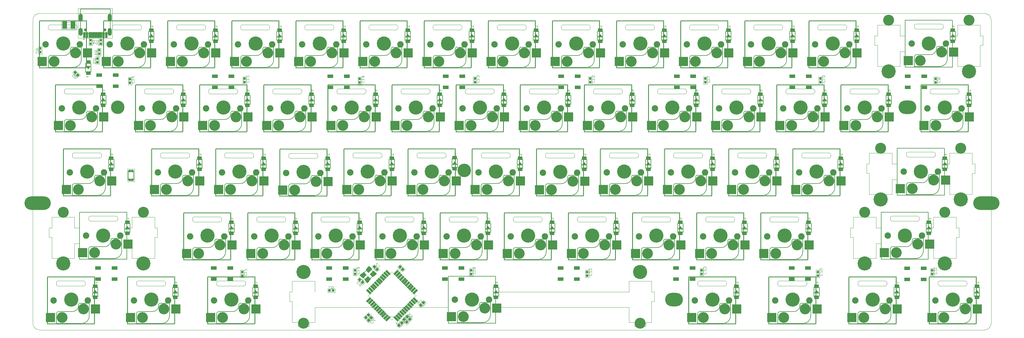
<source format=gbs>
G04*
G04 #@! TF.GenerationSoftware,Altium Limited,Altium Designer,20.1.14 (287)*
G04*
G04 Layer_Color=16711935*
%FSLAX44Y44*%
%MOMM*%
G71*
G04*
G04 #@! TF.SameCoordinates,5C55B924-89DB-47C2-A849-1888EFE622F2*
G04*
G04*
G04 #@! TF.FilePolarity,Negative*
G04*
G01*
G75*
%ADD10C,0.0127*%
%ADD11C,0.1000*%
%ADD12C,0.0130*%
%ADD13C,0.0000*%
%ADD14C,0.1501*%
%ADD15C,0.1270*%
%ADD16C,0.2000*%
%ADD17C,0.0500*%
%ADD18C,4.2032*%
%ADD19C,3.2532*%
%ADD20C,3.2032*%
%ADD21C,1.9032*%
%ADD22O,1.2532X2.3032*%
%ADD23C,0.9032*%
%ADD24O,7.8232X4.0132*%
%ADD25O,5.2832X4.0132*%
%ADD26C,4.0132*%
%ADD55R,2.7531X2.7033*%
%ADD56R,0.8032X1.6532*%
%ADD57R,0.5032X1.6532*%
G04:AMPARAMS|DCode=58|XSize=0.7112mm|YSize=1.6764mm|CornerRadius=0mm|HoleSize=0mm|Usage=FLASHONLY|Rotation=135.000|XOffset=0mm|YOffset=0mm|HoleType=Round|Shape=Rectangle|*
%AMROTATEDRECTD58*
4,1,4,0.8441,0.3413,-0.3413,-0.8441,-0.8441,-0.3413,0.3413,0.8441,0.8441,0.3413,0.0*
%
%ADD58ROTATEDRECTD58*%

G04:AMPARAMS|DCode=59|XSize=0.7112mm|YSize=1.6764mm|CornerRadius=0mm|HoleSize=0mm|Usage=FLASHONLY|Rotation=225.000|XOffset=0mm|YOffset=0mm|HoleType=Round|Shape=Rectangle|*
%AMROTATEDRECTD59*
4,1,4,-0.3413,0.8441,0.8441,-0.3413,0.3413,-0.8441,-0.8441,0.3413,-0.3413,0.8441,0.0*
%
%ADD59ROTATEDRECTD59*%

%ADD60R,0.8032X0.8032*%
%ADD61P,1.1359X4X270.0*%
%ADD62R,0.8032X0.8032*%
%ADD63R,0.7532X0.7532*%
%ADD64R,1.7032X1.1032*%
G04:AMPARAMS|DCode=65|XSize=1.5032mm|YSize=1.2532mm|CornerRadius=0mm|HoleSize=0mm|Usage=FLASHONLY|Rotation=225.000|XOffset=0mm|YOffset=0mm|HoleType=Round|Shape=Rectangle|*
%AMROTATEDRECTD65*
4,1,4,0.0884,0.9745,0.9745,0.0884,-0.0884,-0.9745,-0.9745,-0.0884,0.0884,0.9745,0.0*
%
%ADD65ROTATEDRECTD65*%

%ADD66R,1.4232X1.1133*%
%ADD67R,1.3882X2.2532*%
%ADD68P,1.1359X4X360.0*%
G36*
X-2682640Y-186362D02*
X-2682597Y-186383D01*
X-2682564Y-186405D01*
X-2682554Y-186416D01*
X-2682521Y-186480D01*
X-2682511Y-186555D01*
X-2682500Y-186620D01*
Y-188393D01*
X-2682511Y-188489D01*
X-2682532Y-188554D01*
X-2682543Y-188597D01*
X-2682554Y-188608D01*
X-2682607Y-188650D01*
X-2682650Y-188672D01*
X-2682693Y-188683D01*
X-2682704D01*
X-2682769Y-188672D01*
X-2682812Y-188650D01*
X-2682844Y-188618D01*
X-2682855Y-188608D01*
X-2682898Y-188543D01*
X-2682908Y-188479D01*
X-2682919Y-188414D01*
Y-187619D01*
X-2684778D01*
X-2685540Y-188457D01*
X-2685455Y-188704D01*
X-2685347Y-188919D01*
X-2685218Y-189112D01*
X-2685100Y-189274D01*
X-2684993Y-189403D01*
X-2684907Y-189499D01*
X-2684842Y-189564D01*
X-2684832Y-189585D01*
X-2684821D01*
X-2684713Y-189671D01*
X-2684574Y-189768D01*
X-2684413Y-189854D01*
X-2684241Y-189951D01*
X-2684058Y-190047D01*
X-2683864Y-190133D01*
X-2683467Y-190305D01*
X-2683274Y-190391D01*
X-2683102Y-190466D01*
X-2682930Y-190531D01*
X-2682790Y-190584D01*
X-2682672Y-190627D01*
X-2682575Y-190660D01*
X-2682521Y-190681D01*
X-2682500Y-190692D01*
Y-191498D01*
X-2682511Y-191605D01*
X-2682532Y-191670D01*
X-2682543Y-191712D01*
X-2682554Y-191723D01*
X-2682607Y-191766D01*
X-2682650Y-191777D01*
X-2682693Y-191788D01*
X-2682704D01*
X-2682769Y-191777D01*
X-2682812Y-191756D01*
X-2682844Y-191734D01*
X-2682855Y-191723D01*
X-2682898Y-191659D01*
X-2682908Y-191584D01*
X-2682919Y-191519D01*
Y-190982D01*
X-2683134Y-190896D01*
X-2683327Y-190810D01*
X-2683499Y-190746D01*
X-2683660Y-190670D01*
X-2683800Y-190617D01*
X-2683929Y-190563D01*
X-2684036Y-190509D01*
X-2684133Y-190466D01*
X-2684208Y-190434D01*
X-2684273Y-190402D01*
X-2684326Y-190369D01*
X-2684370Y-190348D01*
X-2684402Y-190337D01*
X-2684423Y-190326D01*
X-2684445Y-190316D01*
X-2684649Y-190198D01*
X-2684832Y-190079D01*
X-2684982Y-189972D01*
X-2685111Y-189875D01*
X-2685208Y-189789D01*
X-2685283Y-189714D01*
X-2685326Y-189671D01*
X-2685337Y-189660D01*
X-2685444Y-189531D01*
X-2685551Y-189392D01*
X-2685637Y-189241D01*
X-2685713Y-189112D01*
X-2685766Y-188994D01*
X-2685820Y-188898D01*
X-2685841Y-188833D01*
X-2685852Y-188822D01*
Y-188812D01*
X-2687926Y-191111D01*
Y-191272D01*
X-2687937Y-191369D01*
X-2687958Y-191433D01*
X-2687969Y-191476D01*
X-2687979Y-191487D01*
X-2688022Y-191530D01*
X-2688076Y-191551D01*
X-2688119Y-191562D01*
X-2688130D01*
X-2688194Y-191551D01*
X-2688237Y-191530D01*
X-2688270Y-191498D01*
X-2688280Y-191487D01*
X-2688323Y-191423D01*
X-2688334Y-191358D01*
X-2688345Y-191294D01*
Y-190036D01*
X-2688334Y-189929D01*
X-2688313Y-189865D01*
X-2688291Y-189822D01*
X-2688280Y-189811D01*
X-2688237Y-189779D01*
X-2688184Y-189757D01*
X-2688152Y-189746D01*
X-2688130D01*
X-2688065Y-189757D01*
X-2688022Y-189779D01*
X-2687990Y-189800D01*
X-2687979Y-189811D01*
X-2687947Y-189875D01*
X-2687937Y-189951D01*
X-2687926Y-190015D01*
Y-190488D01*
X-2685337Y-187619D01*
X-2687926D01*
Y-188393D01*
X-2687937Y-188489D01*
X-2687958Y-188554D01*
X-2687969Y-188597D01*
X-2687979Y-188608D01*
X-2688022Y-188650D01*
X-2688076Y-188672D01*
X-2688119Y-188683D01*
X-2688130D01*
X-2688194Y-188672D01*
X-2688237Y-188650D01*
X-2688270Y-188618D01*
X-2688280Y-188608D01*
X-2688323Y-188543D01*
X-2688334Y-188479D01*
X-2688345Y-188414D01*
Y-186641D01*
X-2688334Y-186534D01*
X-2688313Y-186469D01*
X-2688291Y-186426D01*
X-2688280Y-186416D01*
X-2688237Y-186383D01*
X-2688184Y-186362D01*
X-2688152Y-186351D01*
X-2688130D01*
X-2688065Y-186362D01*
X-2688022Y-186383D01*
X-2687990Y-186405D01*
X-2687979Y-186416D01*
X-2687947Y-186480D01*
X-2687937Y-186555D01*
X-2687926Y-186620D01*
Y-187200D01*
X-2682919D01*
Y-186641D01*
X-2682908Y-186534D01*
X-2682887Y-186469D01*
X-2682865Y-186426D01*
X-2682855Y-186416D01*
X-2682812Y-186383D01*
X-2682758Y-186362D01*
X-2682726Y-186351D01*
X-2682704D01*
X-2682640Y-186362D01*
D02*
G37*
G36*
X-42106Y-797760D02*
X-42063Y-797782D01*
X-42031Y-797803D01*
X-42020Y-797814D01*
X-41978Y-797879D01*
X-41967Y-797954D01*
X-41956Y-798018D01*
Y-798556D01*
X-41741Y-798642D01*
X-41548Y-798727D01*
X-41376Y-798792D01*
X-41215Y-798867D01*
X-41075Y-798921D01*
X-40946Y-798975D01*
X-40839Y-799028D01*
X-40742Y-799071D01*
X-40667Y-799103D01*
X-40602Y-799136D01*
X-40549Y-799168D01*
X-40505Y-799189D01*
X-40473Y-799200D01*
X-40452Y-799211D01*
X-40430Y-799222D01*
X-40226Y-799340D01*
X-40044Y-799458D01*
X-39893Y-799566D01*
X-39764Y-799662D01*
X-39667Y-799748D01*
X-39592Y-799823D01*
X-39549Y-799866D01*
X-39539Y-799877D01*
X-39431Y-800006D01*
X-39324Y-800146D01*
X-39238Y-800296D01*
X-39162Y-800425D01*
X-39109Y-800543D01*
X-39055Y-800640D01*
X-39034Y-800704D01*
X-39023Y-800715D01*
Y-800726D01*
X-36949Y-798427D01*
Y-798265D01*
X-36938Y-798169D01*
X-36917Y-798104D01*
X-36906Y-798061D01*
X-36895Y-798051D01*
X-36853Y-798008D01*
X-36799Y-797986D01*
X-36756Y-797975D01*
X-36745D01*
X-36681Y-797986D01*
X-36638Y-798008D01*
X-36605Y-798040D01*
X-36595Y-798051D01*
X-36552Y-798115D01*
X-36541Y-798179D01*
X-36530Y-798244D01*
Y-799501D01*
X-36541Y-799609D01*
X-36562Y-799673D01*
X-36584Y-799716D01*
X-36595Y-799727D01*
X-36638Y-799759D01*
X-36691Y-799780D01*
X-36723Y-799791D01*
X-36745D01*
X-36809Y-799780D01*
X-36853Y-799759D01*
X-36885Y-799737D01*
X-36895Y-799727D01*
X-36928Y-799662D01*
X-36938Y-799587D01*
X-36949Y-799522D01*
Y-799050D01*
X-39539Y-801918D01*
X-36949D01*
Y-801145D01*
X-36938Y-801048D01*
X-36917Y-800984D01*
X-36906Y-800941D01*
X-36895Y-800930D01*
X-36853Y-800887D01*
X-36799Y-800865D01*
X-36756Y-800855D01*
X-36745D01*
X-36681Y-800865D01*
X-36638Y-800887D01*
X-36605Y-800919D01*
X-36595Y-800930D01*
X-36552Y-800994D01*
X-36541Y-801059D01*
X-36530Y-801123D01*
Y-802896D01*
X-36541Y-803004D01*
X-36562Y-803068D01*
X-36584Y-803111D01*
X-36595Y-803122D01*
X-36638Y-803154D01*
X-36691Y-803176D01*
X-36723Y-803186D01*
X-36745D01*
X-36809Y-803176D01*
X-36853Y-803154D01*
X-36885Y-803133D01*
X-36895Y-803122D01*
X-36928Y-803057D01*
X-36938Y-802982D01*
X-36949Y-802918D01*
Y-802337D01*
X-41956D01*
Y-802896D01*
X-41967Y-803004D01*
X-41988Y-803068D01*
X-42010Y-803111D01*
X-42020Y-803122D01*
X-42063Y-803154D01*
X-42117Y-803176D01*
X-42149Y-803186D01*
X-42171D01*
X-42235Y-803176D01*
X-42278Y-803154D01*
X-42311Y-803133D01*
X-42321Y-803122D01*
X-42354Y-803057D01*
X-42364Y-802982D01*
X-42375Y-802918D01*
Y-801145D01*
X-42364Y-801048D01*
X-42343Y-800984D01*
X-42332Y-800941D01*
X-42321Y-800930D01*
X-42268Y-800887D01*
X-42225Y-800865D01*
X-42182Y-800855D01*
X-42171D01*
X-42106Y-800865D01*
X-42063Y-800887D01*
X-42031Y-800919D01*
X-42020Y-800930D01*
X-41978Y-800994D01*
X-41967Y-801059D01*
X-41956Y-801123D01*
Y-801918D01*
X-40097D01*
X-39334Y-801080D01*
X-39420Y-800833D01*
X-39528Y-800618D01*
X-39657Y-800425D01*
X-39775Y-800264D01*
X-39882Y-800135D01*
X-39968Y-800038D01*
X-40033Y-799974D01*
X-40044Y-799952D01*
X-40054D01*
X-40162Y-799866D01*
X-40301Y-799770D01*
X-40462Y-799684D01*
X-40634Y-799587D01*
X-40817Y-799490D01*
X-41010Y-799404D01*
X-41408Y-799232D01*
X-41601Y-799146D01*
X-41773Y-799071D01*
X-41945Y-799007D01*
X-42085Y-798953D01*
X-42203Y-798910D01*
X-42300Y-798878D01*
X-42354Y-798856D01*
X-42375Y-798846D01*
Y-798040D01*
X-42364Y-797932D01*
X-42343Y-797868D01*
X-42332Y-797825D01*
X-42321Y-797814D01*
X-42268Y-797771D01*
X-42225Y-797760D01*
X-42182Y-797750D01*
X-42171D01*
X-42106Y-797760D01*
D02*
G37*
G36*
X-280231D02*
X-280188Y-797782D01*
X-280156Y-797803D01*
X-280145Y-797814D01*
X-280103Y-797879D01*
X-280092Y-797954D01*
X-280081Y-798018D01*
Y-798556D01*
X-279866Y-798642D01*
X-279673Y-798727D01*
X-279501Y-798792D01*
X-279340Y-798867D01*
X-279200Y-798921D01*
X-279071Y-798975D01*
X-278964Y-799028D01*
X-278867Y-799071D01*
X-278792Y-799103D01*
X-278727Y-799136D01*
X-278673Y-799168D01*
X-278631Y-799189D01*
X-278598Y-799200D01*
X-278577Y-799211D01*
X-278555Y-799222D01*
X-278351Y-799340D01*
X-278169Y-799458D01*
X-278018Y-799566D01*
X-277889Y-799662D01*
X-277792Y-799748D01*
X-277717Y-799823D01*
X-277674Y-799866D01*
X-277663Y-799877D01*
X-277556Y-800006D01*
X-277449Y-800146D01*
X-277363Y-800296D01*
X-277288Y-800425D01*
X-277234Y-800543D01*
X-277180Y-800640D01*
X-277159Y-800704D01*
X-277148Y-800715D01*
Y-800726D01*
X-275074Y-798427D01*
Y-798265D01*
X-275063Y-798169D01*
X-275042Y-798104D01*
X-275031Y-798061D01*
X-275021Y-798051D01*
X-274977Y-798008D01*
X-274924Y-797986D01*
X-274881Y-797975D01*
X-274870D01*
X-274806Y-797986D01*
X-274763Y-798008D01*
X-274730Y-798040D01*
X-274720Y-798051D01*
X-274677Y-798115D01*
X-274666Y-798179D01*
X-274655Y-798244D01*
Y-799501D01*
X-274666Y-799609D01*
X-274687Y-799673D01*
X-274709Y-799716D01*
X-274720Y-799727D01*
X-274763Y-799759D01*
X-274816Y-799780D01*
X-274848Y-799791D01*
X-274870D01*
X-274935Y-799780D01*
X-274977Y-799759D01*
X-275010Y-799737D01*
X-275021Y-799727D01*
X-275053Y-799662D01*
X-275063Y-799587D01*
X-275074Y-799522D01*
Y-799050D01*
X-277663Y-801918D01*
X-275074D01*
Y-801145D01*
X-275063Y-801048D01*
X-275042Y-800984D01*
X-275031Y-800941D01*
X-275021Y-800930D01*
X-274977Y-800887D01*
X-274924Y-800865D01*
X-274881Y-800855D01*
X-274870D01*
X-274806Y-800865D01*
X-274763Y-800887D01*
X-274730Y-800919D01*
X-274720Y-800930D01*
X-274677Y-800994D01*
X-274666Y-801059D01*
X-274655Y-801123D01*
Y-802896D01*
X-274666Y-803004D01*
X-274687Y-803068D01*
X-274709Y-803111D01*
X-274720Y-803122D01*
X-274763Y-803154D01*
X-274816Y-803176D01*
X-274848Y-803186D01*
X-274870D01*
X-274935Y-803176D01*
X-274977Y-803154D01*
X-275010Y-803133D01*
X-275021Y-803122D01*
X-275053Y-803057D01*
X-275063Y-802982D01*
X-275074Y-802918D01*
Y-802337D01*
X-280081D01*
Y-802896D01*
X-280092Y-803004D01*
X-280113Y-803068D01*
X-280135Y-803111D01*
X-280145Y-803122D01*
X-280188Y-803154D01*
X-280242Y-803176D01*
X-280274Y-803186D01*
X-280296D01*
X-280360Y-803176D01*
X-280403Y-803154D01*
X-280436Y-803133D01*
X-280446Y-803122D01*
X-280478Y-803057D01*
X-280489Y-802982D01*
X-280500Y-802918D01*
Y-801145D01*
X-280489Y-801048D01*
X-280468Y-800984D01*
X-280457Y-800941D01*
X-280446Y-800930D01*
X-280393Y-800887D01*
X-280350Y-800865D01*
X-280307Y-800855D01*
X-280296D01*
X-280231Y-800865D01*
X-280188Y-800887D01*
X-280156Y-800919D01*
X-280145Y-800930D01*
X-280103Y-800994D01*
X-280092Y-801059D01*
X-280081Y-801123D01*
Y-801918D01*
X-278222D01*
X-277459Y-801080D01*
X-277545Y-800833D01*
X-277653Y-800618D01*
X-277782Y-800425D01*
X-277900Y-800264D01*
X-278007Y-800135D01*
X-278093Y-800038D01*
X-278158Y-799974D01*
X-278169Y-799952D01*
X-278179D01*
X-278287Y-799866D01*
X-278426Y-799770D01*
X-278587Y-799684D01*
X-278759Y-799587D01*
X-278942Y-799490D01*
X-279135Y-799404D01*
X-279533Y-799232D01*
X-279726Y-799146D01*
X-279898Y-799071D01*
X-280070Y-799007D01*
X-280210Y-798953D01*
X-280328Y-798910D01*
X-280425Y-798878D01*
X-280478Y-798856D01*
X-280500Y-798846D01*
Y-798040D01*
X-280489Y-797932D01*
X-280468Y-797868D01*
X-280457Y-797825D01*
X-280446Y-797814D01*
X-280393Y-797771D01*
X-280350Y-797760D01*
X-280307Y-797750D01*
X-280296D01*
X-280231Y-797760D01*
D02*
G37*
G36*
X-518356D02*
X-518313Y-797782D01*
X-518281Y-797803D01*
X-518270Y-797814D01*
X-518228Y-797879D01*
X-518217Y-797954D01*
X-518206Y-798018D01*
Y-798556D01*
X-517991Y-798642D01*
X-517798Y-798727D01*
X-517626Y-798792D01*
X-517465Y-798867D01*
X-517325Y-798921D01*
X-517196Y-798975D01*
X-517089Y-799028D01*
X-516992Y-799071D01*
X-516917Y-799103D01*
X-516852Y-799136D01*
X-516799Y-799168D01*
X-516755Y-799189D01*
X-516723Y-799200D01*
X-516702Y-799211D01*
X-516680Y-799222D01*
X-516476Y-799340D01*
X-516293Y-799458D01*
X-516143Y-799566D01*
X-516014Y-799662D01*
X-515918Y-799748D01*
X-515842Y-799823D01*
X-515799Y-799866D01*
X-515788Y-799877D01*
X-515681Y-800006D01*
X-515574Y-800146D01*
X-515488Y-800296D01*
X-515412Y-800425D01*
X-515359Y-800543D01*
X-515305Y-800640D01*
X-515284Y-800704D01*
X-515273Y-800715D01*
Y-800726D01*
X-513199Y-798427D01*
Y-798265D01*
X-513188Y-798169D01*
X-513167Y-798104D01*
X-513156Y-798061D01*
X-513145Y-798051D01*
X-513102Y-798008D01*
X-513049Y-797986D01*
X-513006Y-797975D01*
X-512995D01*
X-512931Y-797986D01*
X-512888Y-798008D01*
X-512855Y-798040D01*
X-512845Y-798051D01*
X-512802Y-798115D01*
X-512791Y-798179D01*
X-512780Y-798244D01*
Y-799501D01*
X-512791Y-799609D01*
X-512812Y-799673D01*
X-512834Y-799716D01*
X-512845Y-799727D01*
X-512888Y-799759D01*
X-512941Y-799780D01*
X-512974Y-799791D01*
X-512995D01*
X-513060Y-799780D01*
X-513102Y-799759D01*
X-513135Y-799737D01*
X-513145Y-799727D01*
X-513178Y-799662D01*
X-513188Y-799587D01*
X-513199Y-799522D01*
Y-799050D01*
X-515788Y-801918D01*
X-513199D01*
Y-801145D01*
X-513188Y-801048D01*
X-513167Y-800984D01*
X-513156Y-800941D01*
X-513145Y-800930D01*
X-513102Y-800887D01*
X-513049Y-800865D01*
X-513006Y-800855D01*
X-512995D01*
X-512931Y-800865D01*
X-512888Y-800887D01*
X-512855Y-800919D01*
X-512845Y-800930D01*
X-512802Y-800994D01*
X-512791Y-801059D01*
X-512780Y-801123D01*
Y-802896D01*
X-512791Y-803004D01*
X-512812Y-803068D01*
X-512834Y-803111D01*
X-512845Y-803122D01*
X-512888Y-803154D01*
X-512941Y-803176D01*
X-512974Y-803186D01*
X-512995D01*
X-513060Y-803176D01*
X-513102Y-803154D01*
X-513135Y-803133D01*
X-513145Y-803122D01*
X-513178Y-803057D01*
X-513188Y-802982D01*
X-513199Y-802918D01*
Y-802337D01*
X-518206D01*
Y-802896D01*
X-518217Y-803004D01*
X-518238Y-803068D01*
X-518260Y-803111D01*
X-518270Y-803122D01*
X-518313Y-803154D01*
X-518367Y-803176D01*
X-518399Y-803186D01*
X-518421D01*
X-518485Y-803176D01*
X-518528Y-803154D01*
X-518560Y-803133D01*
X-518571Y-803122D01*
X-518604Y-803057D01*
X-518614Y-802982D01*
X-518625Y-802918D01*
Y-801145D01*
X-518614Y-801048D01*
X-518593Y-800984D01*
X-518582Y-800941D01*
X-518571Y-800930D01*
X-518518Y-800887D01*
X-518475Y-800865D01*
X-518432Y-800855D01*
X-518421D01*
X-518356Y-800865D01*
X-518313Y-800887D01*
X-518281Y-800919D01*
X-518270Y-800930D01*
X-518228Y-800994D01*
X-518217Y-801059D01*
X-518206Y-801123D01*
Y-801918D01*
X-516347D01*
X-515584Y-801080D01*
X-515670Y-800833D01*
X-515778Y-800618D01*
X-515907Y-800425D01*
X-516025Y-800264D01*
X-516132Y-800135D01*
X-516218Y-800038D01*
X-516283Y-799974D01*
X-516293Y-799952D01*
X-516304D01*
X-516412Y-799866D01*
X-516551Y-799770D01*
X-516712Y-799684D01*
X-516884Y-799587D01*
X-517067Y-799490D01*
X-517261Y-799404D01*
X-517658Y-799232D01*
X-517851Y-799146D01*
X-518023Y-799071D01*
X-518195Y-799007D01*
X-518335Y-798953D01*
X-518453Y-798910D01*
X-518550Y-798878D01*
X-518604Y-798856D01*
X-518625Y-798846D01*
Y-798040D01*
X-518614Y-797932D01*
X-518593Y-797868D01*
X-518582Y-797825D01*
X-518571Y-797814D01*
X-518518Y-797771D01*
X-518475Y-797760D01*
X-518432Y-797750D01*
X-518421D01*
X-518356Y-797760D01*
D02*
G37*
G36*
X-756481D02*
X-756438Y-797782D01*
X-756406Y-797803D01*
X-756395Y-797814D01*
X-756352Y-797879D01*
X-756342Y-797954D01*
X-756331Y-798018D01*
Y-798556D01*
X-756116Y-798642D01*
X-755923Y-798727D01*
X-755751Y-798792D01*
X-755590Y-798867D01*
X-755450Y-798921D01*
X-755321Y-798975D01*
X-755214Y-799028D01*
X-755117Y-799071D01*
X-755042Y-799103D01*
X-754977Y-799136D01*
X-754923Y-799168D01*
X-754881Y-799189D01*
X-754848Y-799200D01*
X-754827Y-799211D01*
X-754805Y-799222D01*
X-754601Y-799340D01*
X-754418Y-799458D01*
X-754268Y-799566D01*
X-754139Y-799662D01*
X-754043Y-799748D01*
X-753967Y-799823D01*
X-753924Y-799866D01*
X-753913Y-799877D01*
X-753806Y-800006D01*
X-753699Y-800146D01*
X-753613Y-800296D01*
X-753538Y-800425D01*
X-753484Y-800543D01*
X-753430Y-800640D01*
X-753409Y-800704D01*
X-753398Y-800715D01*
Y-800726D01*
X-751324Y-798427D01*
Y-798265D01*
X-751313Y-798169D01*
X-751292Y-798104D01*
X-751281Y-798061D01*
X-751271Y-798051D01*
X-751227Y-798008D01*
X-751174Y-797986D01*
X-751131Y-797975D01*
X-751120D01*
X-751056Y-797986D01*
X-751013Y-798008D01*
X-750980Y-798040D01*
X-750970Y-798051D01*
X-750927Y-798115D01*
X-750916Y-798179D01*
X-750905Y-798244D01*
Y-799501D01*
X-750916Y-799609D01*
X-750937Y-799673D01*
X-750959Y-799716D01*
X-750970Y-799727D01*
X-751013Y-799759D01*
X-751066Y-799780D01*
X-751098Y-799791D01*
X-751120D01*
X-751184Y-799780D01*
X-751227Y-799759D01*
X-751260Y-799737D01*
X-751271Y-799727D01*
X-751303Y-799662D01*
X-751313Y-799587D01*
X-751324Y-799522D01*
Y-799050D01*
X-753913Y-801918D01*
X-751324D01*
Y-801145D01*
X-751313Y-801048D01*
X-751292Y-800984D01*
X-751281Y-800941D01*
X-751271Y-800930D01*
X-751227Y-800887D01*
X-751174Y-800865D01*
X-751131Y-800855D01*
X-751120D01*
X-751056Y-800865D01*
X-751013Y-800887D01*
X-750980Y-800919D01*
X-750970Y-800930D01*
X-750927Y-800994D01*
X-750916Y-801059D01*
X-750905Y-801123D01*
Y-802896D01*
X-750916Y-803004D01*
X-750937Y-803068D01*
X-750959Y-803111D01*
X-750970Y-803122D01*
X-751013Y-803154D01*
X-751066Y-803176D01*
X-751098Y-803186D01*
X-751120D01*
X-751184Y-803176D01*
X-751227Y-803154D01*
X-751260Y-803133D01*
X-751271Y-803122D01*
X-751303Y-803057D01*
X-751313Y-802982D01*
X-751324Y-802918D01*
Y-802337D01*
X-756331D01*
Y-802896D01*
X-756342Y-803004D01*
X-756363Y-803068D01*
X-756385Y-803111D01*
X-756395Y-803122D01*
X-756438Y-803154D01*
X-756492Y-803176D01*
X-756524Y-803186D01*
X-756546D01*
X-756610Y-803176D01*
X-756653Y-803154D01*
X-756685Y-803133D01*
X-756696Y-803122D01*
X-756729Y-803057D01*
X-756739Y-802982D01*
X-756750Y-802918D01*
Y-801145D01*
X-756739Y-801048D01*
X-756718Y-800984D01*
X-756707Y-800941D01*
X-756696Y-800930D01*
X-756643Y-800887D01*
X-756600Y-800865D01*
X-756557Y-800855D01*
X-756546D01*
X-756481Y-800865D01*
X-756438Y-800887D01*
X-756406Y-800919D01*
X-756395Y-800930D01*
X-756352Y-800994D01*
X-756342Y-801059D01*
X-756331Y-801123D01*
Y-801918D01*
X-754472D01*
X-753709Y-801080D01*
X-753795Y-800833D01*
X-753903Y-800618D01*
X-754032Y-800425D01*
X-754150Y-800264D01*
X-754257Y-800135D01*
X-754343Y-800038D01*
X-754408Y-799974D01*
X-754418Y-799952D01*
X-754429D01*
X-754537Y-799866D01*
X-754676Y-799770D01*
X-754837Y-799684D01*
X-755009Y-799587D01*
X-755192Y-799490D01*
X-755386Y-799404D01*
X-755783Y-799232D01*
X-755976Y-799146D01*
X-756148Y-799071D01*
X-756320Y-799007D01*
X-756460Y-798953D01*
X-756578Y-798910D01*
X-756675Y-798878D01*
X-756729Y-798856D01*
X-756750Y-798846D01*
Y-798040D01*
X-756739Y-797932D01*
X-756718Y-797868D01*
X-756707Y-797825D01*
X-756696Y-797814D01*
X-756643Y-797771D01*
X-756600Y-797760D01*
X-756557Y-797750D01*
X-756546D01*
X-756481Y-797760D01*
D02*
G37*
G36*
X-1470856D02*
X-1470813Y-797782D01*
X-1470781Y-797803D01*
X-1470770Y-797814D01*
X-1470728Y-797879D01*
X-1470717Y-797954D01*
X-1470706Y-798018D01*
Y-798556D01*
X-1470491Y-798642D01*
X-1470298Y-798727D01*
X-1470126Y-798792D01*
X-1469965Y-798867D01*
X-1469825Y-798921D01*
X-1469696Y-798975D01*
X-1469589Y-799028D01*
X-1469492Y-799071D01*
X-1469417Y-799103D01*
X-1469352Y-799136D01*
X-1469299Y-799168D01*
X-1469256Y-799189D01*
X-1469223Y-799200D01*
X-1469202Y-799211D01*
X-1469180Y-799222D01*
X-1468976Y-799340D01*
X-1468793Y-799458D01*
X-1468643Y-799566D01*
X-1468514Y-799662D01*
X-1468418Y-799748D01*
X-1468342Y-799823D01*
X-1468299Y-799866D01*
X-1468289Y-799877D01*
X-1468181Y-800006D01*
X-1468074Y-800146D01*
X-1467988Y-800296D01*
X-1467912Y-800425D01*
X-1467859Y-800543D01*
X-1467805Y-800640D01*
X-1467784Y-800704D01*
X-1467773Y-800715D01*
Y-800726D01*
X-1465699Y-798427D01*
Y-798265D01*
X-1465688Y-798169D01*
X-1465667Y-798104D01*
X-1465656Y-798061D01*
X-1465645Y-798051D01*
X-1465603Y-798008D01*
X-1465549Y-797986D01*
X-1465506Y-797975D01*
X-1465495D01*
X-1465431Y-797986D01*
X-1465388Y-798008D01*
X-1465355Y-798040D01*
X-1465345Y-798051D01*
X-1465302Y-798115D01*
X-1465291Y-798179D01*
X-1465280Y-798244D01*
Y-799501D01*
X-1465291Y-799609D01*
X-1465312Y-799673D01*
X-1465334Y-799716D01*
X-1465345Y-799727D01*
X-1465388Y-799759D01*
X-1465441Y-799780D01*
X-1465473Y-799791D01*
X-1465495D01*
X-1465560Y-799780D01*
X-1465603Y-799759D01*
X-1465635Y-799737D01*
X-1465645Y-799727D01*
X-1465678Y-799662D01*
X-1465688Y-799587D01*
X-1465699Y-799522D01*
Y-799050D01*
X-1468289Y-801918D01*
X-1465699D01*
Y-801145D01*
X-1465688Y-801048D01*
X-1465667Y-800984D01*
X-1465656Y-800941D01*
X-1465645Y-800930D01*
X-1465603Y-800887D01*
X-1465549Y-800865D01*
X-1465506Y-800855D01*
X-1465495D01*
X-1465431Y-800865D01*
X-1465388Y-800887D01*
X-1465355Y-800919D01*
X-1465345Y-800930D01*
X-1465302Y-800994D01*
X-1465291Y-801059D01*
X-1465280Y-801123D01*
Y-802896D01*
X-1465291Y-803004D01*
X-1465312Y-803068D01*
X-1465334Y-803111D01*
X-1465345Y-803122D01*
X-1465388Y-803154D01*
X-1465441Y-803176D01*
X-1465473Y-803186D01*
X-1465495D01*
X-1465560Y-803176D01*
X-1465603Y-803154D01*
X-1465635Y-803133D01*
X-1465645Y-803122D01*
X-1465678Y-803057D01*
X-1465688Y-802982D01*
X-1465699Y-802918D01*
Y-802337D01*
X-1470706D01*
Y-802896D01*
X-1470717Y-803004D01*
X-1470738Y-803068D01*
X-1470760Y-803111D01*
X-1470770Y-803122D01*
X-1470813Y-803154D01*
X-1470867Y-803176D01*
X-1470899Y-803186D01*
X-1470921D01*
X-1470985Y-803176D01*
X-1471028Y-803154D01*
X-1471060Y-803133D01*
X-1471071Y-803122D01*
X-1471104Y-803057D01*
X-1471114Y-802982D01*
X-1471125Y-802918D01*
Y-801145D01*
X-1471114Y-801048D01*
X-1471093Y-800984D01*
X-1471082Y-800941D01*
X-1471071Y-800930D01*
X-1471018Y-800887D01*
X-1470975Y-800865D01*
X-1470932Y-800855D01*
X-1470921D01*
X-1470856Y-800865D01*
X-1470813Y-800887D01*
X-1470781Y-800919D01*
X-1470770Y-800930D01*
X-1470728Y-800994D01*
X-1470717Y-801059D01*
X-1470706Y-801123D01*
Y-801918D01*
X-1468847D01*
X-1468084Y-801080D01*
X-1468170Y-800833D01*
X-1468278Y-800618D01*
X-1468407Y-800425D01*
X-1468525Y-800264D01*
X-1468632Y-800135D01*
X-1468718Y-800038D01*
X-1468783Y-799974D01*
X-1468793Y-799952D01*
X-1468804D01*
X-1468912Y-799866D01*
X-1469051Y-799770D01*
X-1469212Y-799684D01*
X-1469384Y-799587D01*
X-1469567Y-799490D01*
X-1469760Y-799404D01*
X-1470158Y-799232D01*
X-1470351Y-799146D01*
X-1470523Y-799071D01*
X-1470695Y-799007D01*
X-1470835Y-798953D01*
X-1470953Y-798910D01*
X-1471050Y-798878D01*
X-1471104Y-798856D01*
X-1471125Y-798846D01*
Y-798040D01*
X-1471114Y-797932D01*
X-1471093Y-797868D01*
X-1471082Y-797825D01*
X-1471071Y-797814D01*
X-1471018Y-797771D01*
X-1470975Y-797760D01*
X-1470932Y-797750D01*
X-1470921D01*
X-1470856Y-797760D01*
D02*
G37*
G36*
X-2185231D02*
X-2185188Y-797782D01*
X-2185156Y-797803D01*
X-2185145Y-797814D01*
X-2185103Y-797879D01*
X-2185092Y-797954D01*
X-2185081Y-798018D01*
Y-798556D01*
X-2184866Y-798642D01*
X-2184673Y-798727D01*
X-2184501Y-798792D01*
X-2184340Y-798867D01*
X-2184200Y-798921D01*
X-2184071Y-798975D01*
X-2183964Y-799028D01*
X-2183867Y-799071D01*
X-2183792Y-799103D01*
X-2183727Y-799136D01*
X-2183674Y-799168D01*
X-2183631Y-799189D01*
X-2183598Y-799200D01*
X-2183577Y-799211D01*
X-2183555Y-799222D01*
X-2183351Y-799340D01*
X-2183168Y-799458D01*
X-2183018Y-799566D01*
X-2182889Y-799662D01*
X-2182793Y-799748D01*
X-2182717Y-799823D01*
X-2182674Y-799866D01*
X-2182664Y-799877D01*
X-2182556Y-800006D01*
X-2182449Y-800146D01*
X-2182363Y-800296D01*
X-2182287Y-800425D01*
X-2182234Y-800543D01*
X-2182180Y-800640D01*
X-2182159Y-800704D01*
X-2182148Y-800715D01*
Y-800726D01*
X-2180074Y-798427D01*
Y-798265D01*
X-2180063Y-798169D01*
X-2180042Y-798104D01*
X-2180031Y-798061D01*
X-2180020Y-798051D01*
X-2179978Y-798008D01*
X-2179924Y-797986D01*
X-2179881Y-797975D01*
X-2179870D01*
X-2179806Y-797986D01*
X-2179763Y-798008D01*
X-2179730Y-798040D01*
X-2179720Y-798051D01*
X-2179677Y-798115D01*
X-2179666Y-798179D01*
X-2179655Y-798244D01*
Y-799501D01*
X-2179666Y-799609D01*
X-2179687Y-799673D01*
X-2179709Y-799716D01*
X-2179720Y-799727D01*
X-2179763Y-799759D01*
X-2179816Y-799780D01*
X-2179848Y-799791D01*
X-2179870D01*
X-2179935Y-799780D01*
X-2179978Y-799759D01*
X-2180010Y-799737D01*
X-2180020Y-799727D01*
X-2180053Y-799662D01*
X-2180063Y-799587D01*
X-2180074Y-799522D01*
Y-799050D01*
X-2182664Y-801918D01*
X-2180074D01*
Y-801145D01*
X-2180063Y-801048D01*
X-2180042Y-800984D01*
X-2180031Y-800941D01*
X-2180020Y-800930D01*
X-2179978Y-800887D01*
X-2179924Y-800865D01*
X-2179881Y-800855D01*
X-2179870D01*
X-2179806Y-800865D01*
X-2179763Y-800887D01*
X-2179730Y-800919D01*
X-2179720Y-800930D01*
X-2179677Y-800994D01*
X-2179666Y-801059D01*
X-2179655Y-801123D01*
Y-802896D01*
X-2179666Y-803004D01*
X-2179687Y-803068D01*
X-2179709Y-803111D01*
X-2179720Y-803122D01*
X-2179763Y-803154D01*
X-2179816Y-803176D01*
X-2179848Y-803186D01*
X-2179870D01*
X-2179935Y-803176D01*
X-2179978Y-803154D01*
X-2180010Y-803133D01*
X-2180020Y-803122D01*
X-2180053Y-803057D01*
X-2180063Y-802982D01*
X-2180074Y-802918D01*
Y-802337D01*
X-2185081D01*
Y-802896D01*
X-2185092Y-803004D01*
X-2185113Y-803068D01*
X-2185135Y-803111D01*
X-2185145Y-803122D01*
X-2185188Y-803154D01*
X-2185242Y-803176D01*
X-2185274Y-803186D01*
X-2185296D01*
X-2185360Y-803176D01*
X-2185403Y-803154D01*
X-2185435Y-803133D01*
X-2185446Y-803122D01*
X-2185479Y-803057D01*
X-2185489Y-802982D01*
X-2185500Y-802918D01*
Y-801145D01*
X-2185489Y-801048D01*
X-2185468Y-800984D01*
X-2185457Y-800941D01*
X-2185446Y-800930D01*
X-2185393Y-800887D01*
X-2185350Y-800865D01*
X-2185307Y-800855D01*
X-2185296D01*
X-2185231Y-800865D01*
X-2185188Y-800887D01*
X-2185156Y-800919D01*
X-2185145Y-800930D01*
X-2185103Y-800994D01*
X-2185092Y-801059D01*
X-2185081Y-801123D01*
Y-801918D01*
X-2183222D01*
X-2182459Y-801080D01*
X-2182545Y-800833D01*
X-2182653Y-800618D01*
X-2182782Y-800425D01*
X-2182900Y-800264D01*
X-2183007Y-800135D01*
X-2183093Y-800038D01*
X-2183158Y-799974D01*
X-2183168Y-799952D01*
X-2183179D01*
X-2183287Y-799866D01*
X-2183426Y-799770D01*
X-2183587Y-799684D01*
X-2183759Y-799587D01*
X-2183942Y-799490D01*
X-2184135Y-799404D01*
X-2184533Y-799232D01*
X-2184726Y-799146D01*
X-2184898Y-799071D01*
X-2185070Y-799007D01*
X-2185210Y-798953D01*
X-2185328Y-798910D01*
X-2185425Y-798878D01*
X-2185479Y-798856D01*
X-2185500Y-798846D01*
Y-798040D01*
X-2185489Y-797932D01*
X-2185468Y-797868D01*
X-2185457Y-797825D01*
X-2185446Y-797814D01*
X-2185393Y-797771D01*
X-2185350Y-797760D01*
X-2185307Y-797750D01*
X-2185296D01*
X-2185231Y-797760D01*
D02*
G37*
G36*
X-2423356D02*
X-2423313Y-797782D01*
X-2423281Y-797803D01*
X-2423270Y-797814D01*
X-2423228Y-797879D01*
X-2423217Y-797954D01*
X-2423206Y-798018D01*
Y-798556D01*
X-2422991Y-798642D01*
X-2422798Y-798727D01*
X-2422626Y-798792D01*
X-2422465Y-798867D01*
X-2422325Y-798921D01*
X-2422196Y-798975D01*
X-2422089Y-799028D01*
X-2421992Y-799071D01*
X-2421917Y-799103D01*
X-2421852Y-799136D01*
X-2421799Y-799168D01*
X-2421756Y-799189D01*
X-2421723Y-799200D01*
X-2421702Y-799211D01*
X-2421680Y-799222D01*
X-2421476Y-799340D01*
X-2421293Y-799458D01*
X-2421143Y-799566D01*
X-2421014Y-799662D01*
X-2420918Y-799748D01*
X-2420842Y-799823D01*
X-2420799Y-799866D01*
X-2420789Y-799877D01*
X-2420681Y-800006D01*
X-2420574Y-800146D01*
X-2420488Y-800296D01*
X-2420412Y-800425D01*
X-2420359Y-800543D01*
X-2420305Y-800640D01*
X-2420284Y-800704D01*
X-2420273Y-800715D01*
Y-800726D01*
X-2418199Y-798427D01*
Y-798265D01*
X-2418188Y-798169D01*
X-2418167Y-798104D01*
X-2418156Y-798061D01*
X-2418145Y-798051D01*
X-2418103Y-798008D01*
X-2418049Y-797986D01*
X-2418006Y-797975D01*
X-2417995D01*
X-2417931Y-797986D01*
X-2417888Y-798008D01*
X-2417855Y-798040D01*
X-2417845Y-798051D01*
X-2417802Y-798115D01*
X-2417791Y-798179D01*
X-2417780Y-798244D01*
Y-799501D01*
X-2417791Y-799609D01*
X-2417812Y-799673D01*
X-2417834Y-799716D01*
X-2417845Y-799727D01*
X-2417888Y-799759D01*
X-2417941Y-799780D01*
X-2417973Y-799791D01*
X-2417995D01*
X-2418060Y-799780D01*
X-2418103Y-799759D01*
X-2418135Y-799737D01*
X-2418145Y-799727D01*
X-2418178Y-799662D01*
X-2418188Y-799587D01*
X-2418199Y-799522D01*
Y-799050D01*
X-2420789Y-801918D01*
X-2418199D01*
Y-801145D01*
X-2418188Y-801048D01*
X-2418167Y-800984D01*
X-2418156Y-800941D01*
X-2418145Y-800930D01*
X-2418103Y-800887D01*
X-2418049Y-800865D01*
X-2418006Y-800855D01*
X-2417995D01*
X-2417931Y-800865D01*
X-2417888Y-800887D01*
X-2417855Y-800919D01*
X-2417845Y-800930D01*
X-2417802Y-800994D01*
X-2417791Y-801059D01*
X-2417780Y-801123D01*
Y-802896D01*
X-2417791Y-803004D01*
X-2417812Y-803068D01*
X-2417834Y-803111D01*
X-2417845Y-803122D01*
X-2417888Y-803154D01*
X-2417941Y-803176D01*
X-2417973Y-803186D01*
X-2417995D01*
X-2418060Y-803176D01*
X-2418103Y-803154D01*
X-2418135Y-803133D01*
X-2418145Y-803122D01*
X-2418178Y-803057D01*
X-2418188Y-802982D01*
X-2418199Y-802918D01*
Y-802337D01*
X-2423206D01*
Y-802896D01*
X-2423217Y-803004D01*
X-2423238Y-803068D01*
X-2423260Y-803111D01*
X-2423270Y-803122D01*
X-2423313Y-803154D01*
X-2423367Y-803176D01*
X-2423399Y-803186D01*
X-2423421D01*
X-2423485Y-803176D01*
X-2423528Y-803154D01*
X-2423560Y-803133D01*
X-2423571Y-803122D01*
X-2423604Y-803057D01*
X-2423614Y-802982D01*
X-2423625Y-802918D01*
Y-801145D01*
X-2423614Y-801048D01*
X-2423593Y-800984D01*
X-2423582Y-800941D01*
X-2423571Y-800930D01*
X-2423518Y-800887D01*
X-2423475Y-800865D01*
X-2423432Y-800855D01*
X-2423421D01*
X-2423356Y-800865D01*
X-2423313Y-800887D01*
X-2423281Y-800919D01*
X-2423270Y-800930D01*
X-2423228Y-800994D01*
X-2423217Y-801059D01*
X-2423206Y-801123D01*
Y-801918D01*
X-2421347D01*
X-2420584Y-801080D01*
X-2420670Y-800833D01*
X-2420778Y-800618D01*
X-2420907Y-800425D01*
X-2421025Y-800264D01*
X-2421132Y-800135D01*
X-2421218Y-800038D01*
X-2421283Y-799974D01*
X-2421293Y-799952D01*
X-2421304D01*
X-2421412Y-799866D01*
X-2421551Y-799770D01*
X-2421712Y-799684D01*
X-2421884Y-799587D01*
X-2422067Y-799490D01*
X-2422260Y-799404D01*
X-2422658Y-799232D01*
X-2422851Y-799146D01*
X-2423023Y-799071D01*
X-2423195Y-799007D01*
X-2423335Y-798953D01*
X-2423453Y-798910D01*
X-2423550Y-798878D01*
X-2423604Y-798856D01*
X-2423625Y-798846D01*
Y-798040D01*
X-2423614Y-797932D01*
X-2423593Y-797868D01*
X-2423582Y-797825D01*
X-2423571Y-797814D01*
X-2423518Y-797771D01*
X-2423475Y-797760D01*
X-2423432Y-797750D01*
X-2423421D01*
X-2423356Y-797760D01*
D02*
G37*
G36*
X-2661481D02*
X-2661438Y-797782D01*
X-2661406Y-797803D01*
X-2661395Y-797814D01*
X-2661353Y-797879D01*
X-2661342Y-797954D01*
X-2661331Y-798018D01*
Y-798556D01*
X-2661116Y-798642D01*
X-2660923Y-798727D01*
X-2660751Y-798792D01*
X-2660590Y-798867D01*
X-2660450Y-798921D01*
X-2660321Y-798975D01*
X-2660214Y-799028D01*
X-2660117Y-799071D01*
X-2660042Y-799103D01*
X-2659977Y-799136D01*
X-2659923Y-799168D01*
X-2659880Y-799189D01*
X-2659848Y-799200D01*
X-2659827Y-799211D01*
X-2659805Y-799222D01*
X-2659601Y-799340D01*
X-2659419Y-799458D01*
X-2659268Y-799566D01*
X-2659139Y-799662D01*
X-2659042Y-799748D01*
X-2658967Y-799823D01*
X-2658924Y-799866D01*
X-2658914Y-799877D01*
X-2658806Y-800006D01*
X-2658699Y-800146D01*
X-2658613Y-800296D01*
X-2658538Y-800425D01*
X-2658484Y-800543D01*
X-2658430Y-800640D01*
X-2658409Y-800704D01*
X-2658398Y-800715D01*
Y-800726D01*
X-2656324Y-798427D01*
Y-798265D01*
X-2656313Y-798169D01*
X-2656292Y-798104D01*
X-2656281Y-798061D01*
X-2656270Y-798051D01*
X-2656227Y-798008D01*
X-2656174Y-797986D01*
X-2656131Y-797975D01*
X-2656120D01*
X-2656056Y-797986D01*
X-2656013Y-798008D01*
X-2655981Y-798040D01*
X-2655970Y-798051D01*
X-2655927Y-798115D01*
X-2655916Y-798179D01*
X-2655905Y-798244D01*
Y-799501D01*
X-2655916Y-799609D01*
X-2655938Y-799673D01*
X-2655959Y-799716D01*
X-2655970Y-799727D01*
X-2656013Y-799759D01*
X-2656066Y-799780D01*
X-2656099Y-799791D01*
X-2656120D01*
X-2656184Y-799780D01*
X-2656227Y-799759D01*
X-2656260Y-799737D01*
X-2656270Y-799727D01*
X-2656303Y-799662D01*
X-2656313Y-799587D01*
X-2656324Y-799522D01*
Y-799050D01*
X-2658914Y-801918D01*
X-2656324D01*
Y-801145D01*
X-2656313Y-801048D01*
X-2656292Y-800984D01*
X-2656281Y-800941D01*
X-2656270Y-800930D01*
X-2656227Y-800887D01*
X-2656174Y-800865D01*
X-2656131Y-800855D01*
X-2656120D01*
X-2656056Y-800865D01*
X-2656013Y-800887D01*
X-2655981Y-800919D01*
X-2655970Y-800930D01*
X-2655927Y-800994D01*
X-2655916Y-801059D01*
X-2655905Y-801123D01*
Y-802896D01*
X-2655916Y-803004D01*
X-2655938Y-803068D01*
X-2655959Y-803111D01*
X-2655970Y-803122D01*
X-2656013Y-803154D01*
X-2656066Y-803176D01*
X-2656099Y-803186D01*
X-2656120D01*
X-2656184Y-803176D01*
X-2656227Y-803154D01*
X-2656260Y-803133D01*
X-2656270Y-803122D01*
X-2656303Y-803057D01*
X-2656313Y-802982D01*
X-2656324Y-802918D01*
Y-802337D01*
X-2661331D01*
Y-802896D01*
X-2661342Y-803004D01*
X-2661363Y-803068D01*
X-2661385Y-803111D01*
X-2661395Y-803122D01*
X-2661438Y-803154D01*
X-2661492Y-803176D01*
X-2661524Y-803186D01*
X-2661546D01*
X-2661610Y-803176D01*
X-2661653Y-803154D01*
X-2661685Y-803133D01*
X-2661696Y-803122D01*
X-2661729Y-803057D01*
X-2661739Y-802982D01*
X-2661750Y-802918D01*
Y-801145D01*
X-2661739Y-801048D01*
X-2661718Y-800984D01*
X-2661707Y-800941D01*
X-2661696Y-800930D01*
X-2661642Y-800887D01*
X-2661600Y-800865D01*
X-2661557Y-800855D01*
X-2661546D01*
X-2661481Y-800865D01*
X-2661438Y-800887D01*
X-2661406Y-800919D01*
X-2661395Y-800930D01*
X-2661353Y-800994D01*
X-2661342Y-801059D01*
X-2661331Y-801123D01*
Y-801918D01*
X-2659472D01*
X-2658709Y-801080D01*
X-2658795Y-800833D01*
X-2658903Y-800618D01*
X-2659032Y-800425D01*
X-2659150Y-800264D01*
X-2659257Y-800135D01*
X-2659343Y-800038D01*
X-2659408Y-799974D01*
X-2659419Y-799952D01*
X-2659429D01*
X-2659537Y-799866D01*
X-2659677Y-799770D01*
X-2659838Y-799684D01*
X-2660009Y-799587D01*
X-2660192Y-799490D01*
X-2660385Y-799404D01*
X-2660783Y-799232D01*
X-2660976Y-799146D01*
X-2661148Y-799071D01*
X-2661320Y-799007D01*
X-2661460Y-798953D01*
X-2661578Y-798910D01*
X-2661675Y-798878D01*
X-2661729Y-798856D01*
X-2661750Y-798846D01*
Y-798040D01*
X-2661739Y-797932D01*
X-2661718Y-797868D01*
X-2661707Y-797825D01*
X-2661696Y-797814D01*
X-2661642Y-797771D01*
X-2661600Y-797760D01*
X-2661557Y-797750D01*
X-2661546D01*
X-2661481Y-797760D01*
D02*
G37*
G36*
X-184981Y-607261D02*
X-184938Y-607282D01*
X-184906Y-607303D01*
X-184895Y-607314D01*
X-184853Y-607379D01*
X-184842Y-607454D01*
X-184831Y-607518D01*
Y-608055D01*
X-184616Y-608142D01*
X-184423Y-608227D01*
X-184251Y-608292D01*
X-184090Y-608367D01*
X-183950Y-608421D01*
X-183821Y-608475D01*
X-183714Y-608528D01*
X-183617Y-608571D01*
X-183542Y-608604D01*
X-183477Y-608636D01*
X-183424Y-608668D01*
X-183381Y-608689D01*
X-183348Y-608700D01*
X-183327Y-608711D01*
X-183305Y-608722D01*
X-183101Y-608840D01*
X-182918Y-608958D01*
X-182768Y-609066D01*
X-182639Y-609162D01*
X-182542Y-609248D01*
X-182467Y-609323D01*
X-182424Y-609366D01*
X-182414Y-609377D01*
X-182306Y-609506D01*
X-182199Y-609646D01*
X-182113Y-609796D01*
X-182038Y-609925D01*
X-181984Y-610043D01*
X-181930Y-610140D01*
X-181909Y-610204D01*
X-181898Y-610215D01*
Y-610226D01*
X-179824Y-607927D01*
Y-607765D01*
X-179813Y-607669D01*
X-179792Y-607604D01*
X-179781Y-607561D01*
X-179771Y-607551D01*
X-179727Y-607508D01*
X-179674Y-607486D01*
X-179631Y-607475D01*
X-179620D01*
X-179556Y-607486D01*
X-179513Y-607508D01*
X-179480Y-607540D01*
X-179470Y-607551D01*
X-179427Y-607615D01*
X-179416Y-607679D01*
X-179405Y-607744D01*
Y-609001D01*
X-179416Y-609109D01*
X-179437Y-609173D01*
X-179459Y-609216D01*
X-179470Y-609227D01*
X-179513Y-609259D01*
X-179566Y-609280D01*
X-179599Y-609291D01*
X-179620D01*
X-179685Y-609280D01*
X-179727Y-609259D01*
X-179760Y-609237D01*
X-179771Y-609227D01*
X-179803Y-609162D01*
X-179813Y-609087D01*
X-179824Y-609022D01*
Y-608550D01*
X-182414Y-611418D01*
X-179824D01*
Y-610645D01*
X-179813Y-610548D01*
X-179792Y-610484D01*
X-179781Y-610441D01*
X-179771Y-610430D01*
X-179727Y-610387D01*
X-179674Y-610365D01*
X-179631Y-610355D01*
X-179620D01*
X-179556Y-610365D01*
X-179513Y-610387D01*
X-179480Y-610419D01*
X-179470Y-610430D01*
X-179427Y-610494D01*
X-179416Y-610559D01*
X-179405Y-610623D01*
Y-612396D01*
X-179416Y-612504D01*
X-179437Y-612568D01*
X-179459Y-612611D01*
X-179470Y-612622D01*
X-179513Y-612654D01*
X-179566Y-612676D01*
X-179599Y-612686D01*
X-179620D01*
X-179685Y-612676D01*
X-179727Y-612654D01*
X-179760Y-612633D01*
X-179771Y-612622D01*
X-179803Y-612557D01*
X-179813Y-612482D01*
X-179824Y-612418D01*
Y-611838D01*
X-184831D01*
Y-612396D01*
X-184842Y-612504D01*
X-184863Y-612568D01*
X-184885Y-612611D01*
X-184895Y-612622D01*
X-184938Y-612654D01*
X-184992Y-612676D01*
X-185024Y-612686D01*
X-185046D01*
X-185110Y-612676D01*
X-185153Y-612654D01*
X-185186Y-612633D01*
X-185196Y-612622D01*
X-185229Y-612557D01*
X-185239Y-612482D01*
X-185250Y-612418D01*
Y-610645D01*
X-185239Y-610548D01*
X-185218Y-610484D01*
X-185207Y-610441D01*
X-185196Y-610430D01*
X-185143Y-610387D01*
X-185100Y-610365D01*
X-185057Y-610355D01*
X-185046D01*
X-184981Y-610365D01*
X-184938Y-610387D01*
X-184906Y-610419D01*
X-184895Y-610430D01*
X-184853Y-610494D01*
X-184842Y-610559D01*
X-184831Y-610623D01*
Y-611418D01*
X-182972D01*
X-182209Y-610580D01*
X-182295Y-610333D01*
X-182403Y-610118D01*
X-182532Y-609925D01*
X-182650Y-609764D01*
X-182757Y-609635D01*
X-182843Y-609538D01*
X-182908Y-609474D01*
X-182918Y-609452D01*
X-182929D01*
X-183037Y-609366D01*
X-183176Y-609270D01*
X-183337Y-609184D01*
X-183509Y-609087D01*
X-183692Y-608990D01*
X-183885Y-608904D01*
X-184283Y-608732D01*
X-184476Y-608647D01*
X-184648Y-608571D01*
X-184820Y-608507D01*
X-184960Y-608453D01*
X-185078Y-608410D01*
X-185175Y-608378D01*
X-185229Y-608356D01*
X-185250Y-608346D01*
Y-607540D01*
X-185239Y-607432D01*
X-185218Y-607368D01*
X-185207Y-607325D01*
X-185196Y-607314D01*
X-185143Y-607271D01*
X-185100Y-607261D01*
X-185057Y-607250D01*
X-185046D01*
X-184981Y-607261D01*
D02*
G37*
G36*
X-542169D02*
X-542126Y-607282D01*
X-542094Y-607303D01*
X-542083Y-607314D01*
X-542040Y-607379D01*
X-542029Y-607454D01*
X-542019Y-607518D01*
Y-608055D01*
X-541804Y-608142D01*
X-541610Y-608227D01*
X-541438Y-608292D01*
X-541277Y-608367D01*
X-541137Y-608421D01*
X-541008Y-608475D01*
X-540901Y-608528D01*
X-540804Y-608571D01*
X-540729Y-608604D01*
X-540665Y-608636D01*
X-540611Y-608668D01*
X-540568Y-608689D01*
X-540536Y-608700D01*
X-540514Y-608711D01*
X-540493Y-608722D01*
X-540289Y-608840D01*
X-540106Y-608958D01*
X-539956Y-609066D01*
X-539827Y-609162D01*
X-539730Y-609248D01*
X-539655Y-609323D01*
X-539612Y-609366D01*
X-539601Y-609377D01*
X-539494Y-609506D01*
X-539386Y-609646D01*
X-539300Y-609796D01*
X-539225Y-609925D01*
X-539171Y-610043D01*
X-539118Y-610140D01*
X-539096Y-610204D01*
X-539085Y-610215D01*
Y-610226D01*
X-537012Y-607927D01*
Y-607765D01*
X-537001Y-607669D01*
X-536979Y-607604D01*
X-536969Y-607561D01*
X-536958Y-607551D01*
X-536915Y-607508D01*
X-536861Y-607486D01*
X-536818Y-607475D01*
X-536808D01*
X-536743Y-607486D01*
X-536700Y-607508D01*
X-536668Y-607540D01*
X-536657Y-607551D01*
X-536614Y-607615D01*
X-536603Y-607679D01*
X-536593Y-607744D01*
Y-609001D01*
X-536603Y-609109D01*
X-536625Y-609173D01*
X-536646Y-609216D01*
X-536657Y-609227D01*
X-536700Y-609259D01*
X-536754Y-609280D01*
X-536786Y-609291D01*
X-536808D01*
X-536872Y-609280D01*
X-536915Y-609259D01*
X-536947Y-609237D01*
X-536958Y-609227D01*
X-536990Y-609162D01*
X-537001Y-609087D01*
X-537012Y-609022D01*
Y-608550D01*
X-539601Y-611418D01*
X-537012D01*
Y-610645D01*
X-537001Y-610548D01*
X-536979Y-610484D01*
X-536969Y-610441D01*
X-536958Y-610430D01*
X-536915Y-610387D01*
X-536861Y-610365D01*
X-536818Y-610355D01*
X-536808D01*
X-536743Y-610365D01*
X-536700Y-610387D01*
X-536668Y-610419D01*
X-536657Y-610430D01*
X-536614Y-610494D01*
X-536603Y-610559D01*
X-536593Y-610623D01*
Y-612396D01*
X-536603Y-612504D01*
X-536625Y-612568D01*
X-536646Y-612611D01*
X-536657Y-612622D01*
X-536700Y-612654D01*
X-536754Y-612676D01*
X-536786Y-612686D01*
X-536808D01*
X-536872Y-612676D01*
X-536915Y-612654D01*
X-536947Y-612633D01*
X-536958Y-612622D01*
X-536990Y-612557D01*
X-537001Y-612482D01*
X-537012Y-612418D01*
Y-611838D01*
X-542019D01*
Y-612396D01*
X-542029Y-612504D01*
X-542051Y-612568D01*
X-542072Y-612611D01*
X-542083Y-612622D01*
X-542126Y-612654D01*
X-542180Y-612676D01*
X-542212Y-612686D01*
X-542233D01*
X-542298Y-612676D01*
X-542341Y-612654D01*
X-542373Y-612633D01*
X-542384Y-612622D01*
X-542416Y-612557D01*
X-542427Y-612482D01*
X-542438Y-612418D01*
Y-610645D01*
X-542427Y-610548D01*
X-542405Y-610484D01*
X-542394Y-610441D01*
X-542384Y-610430D01*
X-542330Y-610387D01*
X-542287Y-610365D01*
X-542244Y-610355D01*
X-542233D01*
X-542169Y-610365D01*
X-542126Y-610387D01*
X-542094Y-610419D01*
X-542083Y-610430D01*
X-542040Y-610494D01*
X-542029Y-610559D01*
X-542019Y-610623D01*
Y-611418D01*
X-540160D01*
X-539397Y-610580D01*
X-539483Y-610333D01*
X-539590Y-610118D01*
X-539719Y-609925D01*
X-539837Y-609764D01*
X-539945Y-609635D01*
X-540031Y-609538D01*
X-540095Y-609474D01*
X-540106Y-609452D01*
X-540117D01*
X-540224Y-609366D01*
X-540364Y-609270D01*
X-540525Y-609184D01*
X-540697Y-609087D01*
X-540880Y-608990D01*
X-541073Y-608904D01*
X-541470Y-608732D01*
X-541664Y-608647D01*
X-541836Y-608571D01*
X-542008Y-608507D01*
X-542147Y-608453D01*
X-542266Y-608410D01*
X-542362Y-608378D01*
X-542416Y-608356D01*
X-542438Y-608346D01*
Y-607540D01*
X-542427Y-607432D01*
X-542405Y-607368D01*
X-542394Y-607325D01*
X-542384Y-607314D01*
X-542330Y-607271D01*
X-542287Y-607261D01*
X-542244Y-607250D01*
X-542233D01*
X-542169Y-607261D01*
D02*
G37*
G36*
X-732669D02*
X-732626Y-607282D01*
X-732594Y-607303D01*
X-732583Y-607314D01*
X-732540Y-607379D01*
X-732529Y-607454D01*
X-732518Y-607518D01*
Y-608055D01*
X-732304Y-608142D01*
X-732110Y-608227D01*
X-731938Y-608292D01*
X-731777Y-608367D01*
X-731637Y-608421D01*
X-731508Y-608475D01*
X-731401Y-608528D01*
X-731304Y-608571D01*
X-731229Y-608604D01*
X-731165Y-608636D01*
X-731111Y-608668D01*
X-731068Y-608689D01*
X-731036Y-608700D01*
X-731014Y-608711D01*
X-730993Y-608722D01*
X-730789Y-608840D01*
X-730606Y-608958D01*
X-730456Y-609066D01*
X-730327Y-609162D01*
X-730230Y-609248D01*
X-730155Y-609323D01*
X-730112Y-609366D01*
X-730101Y-609377D01*
X-729994Y-609506D01*
X-729886Y-609646D01*
X-729800Y-609796D01*
X-729725Y-609925D01*
X-729671Y-610043D01*
X-729617Y-610140D01*
X-729596Y-610204D01*
X-729585Y-610215D01*
Y-610226D01*
X-727512Y-607927D01*
Y-607765D01*
X-727501Y-607669D01*
X-727479Y-607604D01*
X-727469Y-607561D01*
X-727458Y-607551D01*
X-727415Y-607508D01*
X-727361Y-607486D01*
X-727318Y-607475D01*
X-727308D01*
X-727243Y-607486D01*
X-727200Y-607508D01*
X-727168Y-607540D01*
X-727157Y-607551D01*
X-727114Y-607615D01*
X-727103Y-607679D01*
X-727093Y-607744D01*
Y-609001D01*
X-727103Y-609109D01*
X-727125Y-609173D01*
X-727146Y-609216D01*
X-727157Y-609227D01*
X-727200Y-609259D01*
X-727254Y-609280D01*
X-727286Y-609291D01*
X-727308D01*
X-727372Y-609280D01*
X-727415Y-609259D01*
X-727447Y-609237D01*
X-727458Y-609227D01*
X-727490Y-609162D01*
X-727501Y-609087D01*
X-727512Y-609022D01*
Y-608550D01*
X-730101Y-611418D01*
X-727512D01*
Y-610645D01*
X-727501Y-610548D01*
X-727479Y-610484D01*
X-727469Y-610441D01*
X-727458Y-610430D01*
X-727415Y-610387D01*
X-727361Y-610365D01*
X-727318Y-610355D01*
X-727308D01*
X-727243Y-610365D01*
X-727200Y-610387D01*
X-727168Y-610419D01*
X-727157Y-610430D01*
X-727114Y-610494D01*
X-727103Y-610559D01*
X-727093Y-610623D01*
Y-612396D01*
X-727103Y-612504D01*
X-727125Y-612568D01*
X-727146Y-612611D01*
X-727157Y-612622D01*
X-727200Y-612654D01*
X-727254Y-612676D01*
X-727286Y-612686D01*
X-727308D01*
X-727372Y-612676D01*
X-727415Y-612654D01*
X-727447Y-612633D01*
X-727458Y-612622D01*
X-727490Y-612557D01*
X-727501Y-612482D01*
X-727512Y-612418D01*
Y-611838D01*
X-732518D01*
Y-612396D01*
X-732529Y-612504D01*
X-732551Y-612568D01*
X-732572Y-612611D01*
X-732583Y-612622D01*
X-732626Y-612654D01*
X-732680Y-612676D01*
X-732712Y-612686D01*
X-732733D01*
X-732798Y-612676D01*
X-732841Y-612654D01*
X-732873Y-612633D01*
X-732884Y-612622D01*
X-732916Y-612557D01*
X-732927Y-612482D01*
X-732937Y-612418D01*
Y-610645D01*
X-732927Y-610548D01*
X-732905Y-610484D01*
X-732895Y-610441D01*
X-732884Y-610430D01*
X-732830Y-610387D01*
X-732787Y-610365D01*
X-732744Y-610355D01*
X-732733D01*
X-732669Y-610365D01*
X-732626Y-610387D01*
X-732594Y-610419D01*
X-732583Y-610430D01*
X-732540Y-610494D01*
X-732529Y-610559D01*
X-732518Y-610623D01*
Y-611418D01*
X-730660D01*
X-729897Y-610580D01*
X-729983Y-610333D01*
X-730090Y-610118D01*
X-730219Y-609925D01*
X-730337Y-609764D01*
X-730445Y-609635D01*
X-730531Y-609538D01*
X-730595Y-609474D01*
X-730606Y-609452D01*
X-730617D01*
X-730724Y-609366D01*
X-730864Y-609270D01*
X-731025Y-609184D01*
X-731197Y-609087D01*
X-731380Y-608990D01*
X-731573Y-608904D01*
X-731971Y-608732D01*
X-732164Y-608647D01*
X-732336Y-608571D01*
X-732508Y-608507D01*
X-732647Y-608453D01*
X-732766Y-608410D01*
X-732862Y-608378D01*
X-732916Y-608356D01*
X-732937Y-608346D01*
Y-607540D01*
X-732927Y-607432D01*
X-732905Y-607368D01*
X-732895Y-607325D01*
X-732884Y-607314D01*
X-732830Y-607271D01*
X-732787Y-607261D01*
X-732744Y-607250D01*
X-732733D01*
X-732669Y-607261D01*
D02*
G37*
G36*
X-923169D02*
X-923126Y-607282D01*
X-923094Y-607303D01*
X-923083Y-607314D01*
X-923040Y-607379D01*
X-923029Y-607454D01*
X-923018Y-607518D01*
Y-608055D01*
X-922804Y-608142D01*
X-922610Y-608227D01*
X-922438Y-608292D01*
X-922277Y-608367D01*
X-922137Y-608421D01*
X-922009Y-608475D01*
X-921901Y-608528D01*
X-921804Y-608571D01*
X-921729Y-608604D01*
X-921665Y-608636D01*
X-921611Y-608668D01*
X-921568Y-608689D01*
X-921536Y-608700D01*
X-921514Y-608711D01*
X-921493Y-608722D01*
X-921289Y-608840D01*
X-921106Y-608958D01*
X-920956Y-609066D01*
X-920827Y-609162D01*
X-920730Y-609248D01*
X-920655Y-609323D01*
X-920612Y-609366D01*
X-920601Y-609377D01*
X-920494Y-609506D01*
X-920386Y-609646D01*
X-920300Y-609796D01*
X-920225Y-609925D01*
X-920171Y-610043D01*
X-920117Y-610140D01*
X-920096Y-610204D01*
X-920085Y-610215D01*
Y-610226D01*
X-918012Y-607927D01*
Y-607765D01*
X-918001Y-607669D01*
X-917979Y-607604D01*
X-917969Y-607561D01*
X-917958Y-607551D01*
X-917915Y-607508D01*
X-917861Y-607486D01*
X-917818Y-607475D01*
X-917807D01*
X-917743Y-607486D01*
X-917700Y-607508D01*
X-917668Y-607540D01*
X-917657Y-607551D01*
X-917614Y-607615D01*
X-917603Y-607679D01*
X-917593Y-607744D01*
Y-609001D01*
X-917603Y-609109D01*
X-917625Y-609173D01*
X-917646Y-609216D01*
X-917657Y-609227D01*
X-917700Y-609259D01*
X-917754Y-609280D01*
X-917786Y-609291D01*
X-917807D01*
X-917872Y-609280D01*
X-917915Y-609259D01*
X-917947Y-609237D01*
X-917958Y-609227D01*
X-917990Y-609162D01*
X-918001Y-609087D01*
X-918012Y-609022D01*
Y-608550D01*
X-920601Y-611418D01*
X-918012D01*
Y-610645D01*
X-918001Y-610548D01*
X-917979Y-610484D01*
X-917969Y-610441D01*
X-917958Y-610430D01*
X-917915Y-610387D01*
X-917861Y-610365D01*
X-917818Y-610355D01*
X-917807D01*
X-917743Y-610365D01*
X-917700Y-610387D01*
X-917668Y-610419D01*
X-917657Y-610430D01*
X-917614Y-610494D01*
X-917603Y-610559D01*
X-917593Y-610623D01*
Y-612396D01*
X-917603Y-612504D01*
X-917625Y-612568D01*
X-917646Y-612611D01*
X-917657Y-612622D01*
X-917700Y-612654D01*
X-917754Y-612676D01*
X-917786Y-612686D01*
X-917807D01*
X-917872Y-612676D01*
X-917915Y-612654D01*
X-917947Y-612633D01*
X-917958Y-612622D01*
X-917990Y-612557D01*
X-918001Y-612482D01*
X-918012Y-612418D01*
Y-611838D01*
X-923018D01*
Y-612396D01*
X-923029Y-612504D01*
X-923051Y-612568D01*
X-923072Y-612611D01*
X-923083Y-612622D01*
X-923126Y-612654D01*
X-923180Y-612676D01*
X-923212Y-612686D01*
X-923233D01*
X-923298Y-612676D01*
X-923341Y-612654D01*
X-923373Y-612633D01*
X-923384Y-612622D01*
X-923416Y-612557D01*
X-923427Y-612482D01*
X-923438Y-612418D01*
Y-610645D01*
X-923427Y-610548D01*
X-923405Y-610484D01*
X-923394Y-610441D01*
X-923384Y-610430D01*
X-923330Y-610387D01*
X-923287Y-610365D01*
X-923244Y-610355D01*
X-923233D01*
X-923169Y-610365D01*
X-923126Y-610387D01*
X-923094Y-610419D01*
X-923083Y-610430D01*
X-923040Y-610494D01*
X-923029Y-610559D01*
X-923018Y-610623D01*
Y-611418D01*
X-921160D01*
X-920397Y-610580D01*
X-920483Y-610333D01*
X-920590Y-610118D01*
X-920719Y-609925D01*
X-920837Y-609764D01*
X-920945Y-609635D01*
X-921031Y-609538D01*
X-921095Y-609474D01*
X-921106Y-609452D01*
X-921117D01*
X-921224Y-609366D01*
X-921364Y-609270D01*
X-921525Y-609184D01*
X-921697Y-609087D01*
X-921880Y-608990D01*
X-922073Y-608904D01*
X-922470Y-608732D01*
X-922664Y-608647D01*
X-922836Y-608571D01*
X-923008Y-608507D01*
X-923147Y-608453D01*
X-923266Y-608410D01*
X-923362Y-608378D01*
X-923416Y-608356D01*
X-923438Y-608346D01*
Y-607540D01*
X-923427Y-607432D01*
X-923405Y-607368D01*
X-923394Y-607325D01*
X-923384Y-607314D01*
X-923330Y-607271D01*
X-923287Y-607261D01*
X-923244Y-607250D01*
X-923233D01*
X-923169Y-607261D01*
D02*
G37*
G36*
X-1113669D02*
X-1113626Y-607282D01*
X-1113594Y-607303D01*
X-1113583Y-607314D01*
X-1113540Y-607379D01*
X-1113529Y-607454D01*
X-1113519Y-607518D01*
Y-608055D01*
X-1113304Y-608142D01*
X-1113110Y-608227D01*
X-1112938Y-608292D01*
X-1112777Y-608367D01*
X-1112637Y-608421D01*
X-1112508Y-608475D01*
X-1112401Y-608528D01*
X-1112304Y-608571D01*
X-1112229Y-608604D01*
X-1112165Y-608636D01*
X-1112111Y-608668D01*
X-1112068Y-608689D01*
X-1112036Y-608700D01*
X-1112014Y-608711D01*
X-1111993Y-608722D01*
X-1111789Y-608840D01*
X-1111606Y-608958D01*
X-1111456Y-609066D01*
X-1111327Y-609162D01*
X-1111230Y-609248D01*
X-1111155Y-609323D01*
X-1111112Y-609366D01*
X-1111101Y-609377D01*
X-1110994Y-609506D01*
X-1110886Y-609646D01*
X-1110800Y-609796D01*
X-1110725Y-609925D01*
X-1110671Y-610043D01*
X-1110618Y-610140D01*
X-1110596Y-610204D01*
X-1110585Y-610215D01*
Y-610226D01*
X-1108512Y-607927D01*
Y-607765D01*
X-1108501Y-607669D01*
X-1108479Y-607604D01*
X-1108469Y-607561D01*
X-1108458Y-607551D01*
X-1108415Y-607508D01*
X-1108361Y-607486D01*
X-1108318Y-607475D01*
X-1108307D01*
X-1108243Y-607486D01*
X-1108200Y-607508D01*
X-1108168Y-607540D01*
X-1108157Y-607551D01*
X-1108114Y-607615D01*
X-1108103Y-607679D01*
X-1108093Y-607744D01*
Y-609001D01*
X-1108103Y-609109D01*
X-1108125Y-609173D01*
X-1108146Y-609216D01*
X-1108157Y-609227D01*
X-1108200Y-609259D01*
X-1108254Y-609280D01*
X-1108286Y-609291D01*
X-1108307D01*
X-1108372Y-609280D01*
X-1108415Y-609259D01*
X-1108447Y-609237D01*
X-1108458Y-609227D01*
X-1108490Y-609162D01*
X-1108501Y-609087D01*
X-1108512Y-609022D01*
Y-608550D01*
X-1111101Y-611418D01*
X-1108512D01*
Y-610645D01*
X-1108501Y-610548D01*
X-1108479Y-610484D01*
X-1108469Y-610441D01*
X-1108458Y-610430D01*
X-1108415Y-610387D01*
X-1108361Y-610365D01*
X-1108318Y-610355D01*
X-1108307D01*
X-1108243Y-610365D01*
X-1108200Y-610387D01*
X-1108168Y-610419D01*
X-1108157Y-610430D01*
X-1108114Y-610494D01*
X-1108103Y-610559D01*
X-1108093Y-610623D01*
Y-612396D01*
X-1108103Y-612504D01*
X-1108125Y-612568D01*
X-1108146Y-612611D01*
X-1108157Y-612622D01*
X-1108200Y-612654D01*
X-1108254Y-612676D01*
X-1108286Y-612686D01*
X-1108307D01*
X-1108372Y-612676D01*
X-1108415Y-612654D01*
X-1108447Y-612633D01*
X-1108458Y-612622D01*
X-1108490Y-612557D01*
X-1108501Y-612482D01*
X-1108512Y-612418D01*
Y-611838D01*
X-1113519D01*
Y-612396D01*
X-1113529Y-612504D01*
X-1113551Y-612568D01*
X-1113572Y-612611D01*
X-1113583Y-612622D01*
X-1113626Y-612654D01*
X-1113680Y-612676D01*
X-1113712Y-612686D01*
X-1113733D01*
X-1113798Y-612676D01*
X-1113841Y-612654D01*
X-1113873Y-612633D01*
X-1113884Y-612622D01*
X-1113916Y-612557D01*
X-1113927Y-612482D01*
X-1113938Y-612418D01*
Y-610645D01*
X-1113927Y-610548D01*
X-1113905Y-610484D01*
X-1113895Y-610441D01*
X-1113884Y-610430D01*
X-1113830Y-610387D01*
X-1113787Y-610365D01*
X-1113744Y-610355D01*
X-1113733D01*
X-1113669Y-610365D01*
X-1113626Y-610387D01*
X-1113594Y-610419D01*
X-1113583Y-610430D01*
X-1113540Y-610494D01*
X-1113529Y-610559D01*
X-1113519Y-610623D01*
Y-611418D01*
X-1111660D01*
X-1110897Y-610580D01*
X-1110983Y-610333D01*
X-1111090Y-610118D01*
X-1111219Y-609925D01*
X-1111337Y-609764D01*
X-1111445Y-609635D01*
X-1111531Y-609538D01*
X-1111595Y-609474D01*
X-1111606Y-609452D01*
X-1111617D01*
X-1111724Y-609366D01*
X-1111864Y-609270D01*
X-1112025Y-609184D01*
X-1112197Y-609087D01*
X-1112380Y-608990D01*
X-1112573Y-608904D01*
X-1112971Y-608732D01*
X-1113164Y-608647D01*
X-1113336Y-608571D01*
X-1113508Y-608507D01*
X-1113647Y-608453D01*
X-1113766Y-608410D01*
X-1113862Y-608378D01*
X-1113916Y-608356D01*
X-1113938Y-608346D01*
Y-607540D01*
X-1113927Y-607432D01*
X-1113905Y-607368D01*
X-1113895Y-607325D01*
X-1113884Y-607314D01*
X-1113830Y-607271D01*
X-1113787Y-607261D01*
X-1113744Y-607250D01*
X-1113733D01*
X-1113669Y-607261D01*
D02*
G37*
G36*
X-1304169D02*
X-1304126Y-607282D01*
X-1304094Y-607303D01*
X-1304083Y-607314D01*
X-1304040Y-607379D01*
X-1304029Y-607454D01*
X-1304019Y-607518D01*
Y-608055D01*
X-1303804Y-608142D01*
X-1303610Y-608227D01*
X-1303438Y-608292D01*
X-1303277Y-608367D01*
X-1303137Y-608421D01*
X-1303009Y-608475D01*
X-1302901Y-608528D01*
X-1302804Y-608571D01*
X-1302729Y-608604D01*
X-1302665Y-608636D01*
X-1302611Y-608668D01*
X-1302568Y-608689D01*
X-1302536Y-608700D01*
X-1302514Y-608711D01*
X-1302493Y-608722D01*
X-1302289Y-608840D01*
X-1302106Y-608958D01*
X-1301956Y-609066D01*
X-1301827Y-609162D01*
X-1301730Y-609248D01*
X-1301655Y-609323D01*
X-1301612Y-609366D01*
X-1301601Y-609377D01*
X-1301494Y-609506D01*
X-1301386Y-609646D01*
X-1301300Y-609796D01*
X-1301225Y-609925D01*
X-1301171Y-610043D01*
X-1301118Y-610140D01*
X-1301096Y-610204D01*
X-1301085Y-610215D01*
Y-610226D01*
X-1299012Y-607927D01*
Y-607765D01*
X-1299001Y-607669D01*
X-1298979Y-607604D01*
X-1298969Y-607561D01*
X-1298958Y-607551D01*
X-1298915Y-607508D01*
X-1298861Y-607486D01*
X-1298818Y-607475D01*
X-1298808D01*
X-1298743Y-607486D01*
X-1298700Y-607508D01*
X-1298668Y-607540D01*
X-1298657Y-607551D01*
X-1298614Y-607615D01*
X-1298603Y-607679D01*
X-1298593Y-607744D01*
Y-609001D01*
X-1298603Y-609109D01*
X-1298625Y-609173D01*
X-1298646Y-609216D01*
X-1298657Y-609227D01*
X-1298700Y-609259D01*
X-1298754Y-609280D01*
X-1298786Y-609291D01*
X-1298808D01*
X-1298872Y-609280D01*
X-1298915Y-609259D01*
X-1298947Y-609237D01*
X-1298958Y-609227D01*
X-1298990Y-609162D01*
X-1299001Y-609087D01*
X-1299012Y-609022D01*
Y-608550D01*
X-1301601Y-611418D01*
X-1299012D01*
Y-610645D01*
X-1299001Y-610548D01*
X-1298979Y-610484D01*
X-1298969Y-610441D01*
X-1298958Y-610430D01*
X-1298915Y-610387D01*
X-1298861Y-610365D01*
X-1298818Y-610355D01*
X-1298808D01*
X-1298743Y-610365D01*
X-1298700Y-610387D01*
X-1298668Y-610419D01*
X-1298657Y-610430D01*
X-1298614Y-610494D01*
X-1298603Y-610559D01*
X-1298593Y-610623D01*
Y-612396D01*
X-1298603Y-612504D01*
X-1298625Y-612568D01*
X-1298646Y-612611D01*
X-1298657Y-612622D01*
X-1298700Y-612654D01*
X-1298754Y-612676D01*
X-1298786Y-612686D01*
X-1298808D01*
X-1298872Y-612676D01*
X-1298915Y-612654D01*
X-1298947Y-612633D01*
X-1298958Y-612622D01*
X-1298990Y-612557D01*
X-1299001Y-612482D01*
X-1299012Y-612418D01*
Y-611838D01*
X-1304019D01*
Y-612396D01*
X-1304029Y-612504D01*
X-1304051Y-612568D01*
X-1304072Y-612611D01*
X-1304083Y-612622D01*
X-1304126Y-612654D01*
X-1304180Y-612676D01*
X-1304212Y-612686D01*
X-1304233D01*
X-1304298Y-612676D01*
X-1304341Y-612654D01*
X-1304373Y-612633D01*
X-1304384Y-612622D01*
X-1304416Y-612557D01*
X-1304427Y-612482D01*
X-1304438Y-612418D01*
Y-610645D01*
X-1304427Y-610548D01*
X-1304405Y-610484D01*
X-1304395Y-610441D01*
X-1304384Y-610430D01*
X-1304330Y-610387D01*
X-1304287Y-610365D01*
X-1304244Y-610355D01*
X-1304233D01*
X-1304169Y-610365D01*
X-1304126Y-610387D01*
X-1304094Y-610419D01*
X-1304083Y-610430D01*
X-1304040Y-610494D01*
X-1304029Y-610559D01*
X-1304019Y-610623D01*
Y-611418D01*
X-1302160D01*
X-1301397Y-610580D01*
X-1301483Y-610333D01*
X-1301590Y-610118D01*
X-1301719Y-609925D01*
X-1301837Y-609764D01*
X-1301945Y-609635D01*
X-1302031Y-609538D01*
X-1302095Y-609474D01*
X-1302106Y-609452D01*
X-1302117D01*
X-1302224Y-609366D01*
X-1302364Y-609270D01*
X-1302525Y-609184D01*
X-1302697Y-609087D01*
X-1302880Y-608990D01*
X-1303073Y-608904D01*
X-1303470Y-608732D01*
X-1303664Y-608647D01*
X-1303836Y-608571D01*
X-1304008Y-608507D01*
X-1304147Y-608453D01*
X-1304266Y-608410D01*
X-1304362Y-608378D01*
X-1304416Y-608356D01*
X-1304438Y-608346D01*
Y-607540D01*
X-1304427Y-607432D01*
X-1304405Y-607368D01*
X-1304395Y-607325D01*
X-1304384Y-607314D01*
X-1304330Y-607271D01*
X-1304287Y-607261D01*
X-1304244Y-607250D01*
X-1304233D01*
X-1304169Y-607261D01*
D02*
G37*
G36*
X-1494669D02*
X-1494626Y-607282D01*
X-1494594Y-607303D01*
X-1494583Y-607314D01*
X-1494540Y-607379D01*
X-1494529Y-607454D01*
X-1494518Y-607518D01*
Y-608055D01*
X-1494304Y-608142D01*
X-1494110Y-608227D01*
X-1493938Y-608292D01*
X-1493777Y-608367D01*
X-1493637Y-608421D01*
X-1493508Y-608475D01*
X-1493401Y-608528D01*
X-1493304Y-608571D01*
X-1493229Y-608604D01*
X-1493165Y-608636D01*
X-1493111Y-608668D01*
X-1493068Y-608689D01*
X-1493036Y-608700D01*
X-1493014Y-608711D01*
X-1492993Y-608722D01*
X-1492789Y-608840D01*
X-1492606Y-608958D01*
X-1492456Y-609066D01*
X-1492327Y-609162D01*
X-1492230Y-609248D01*
X-1492155Y-609323D01*
X-1492112Y-609366D01*
X-1492101Y-609377D01*
X-1491994Y-609506D01*
X-1491886Y-609646D01*
X-1491800Y-609796D01*
X-1491725Y-609925D01*
X-1491671Y-610043D01*
X-1491617Y-610140D01*
X-1491596Y-610204D01*
X-1491585Y-610215D01*
Y-610226D01*
X-1489512Y-607927D01*
Y-607765D01*
X-1489501Y-607669D01*
X-1489479Y-607604D01*
X-1489469Y-607561D01*
X-1489458Y-607551D01*
X-1489415Y-607508D01*
X-1489361Y-607486D01*
X-1489318Y-607475D01*
X-1489308D01*
X-1489243Y-607486D01*
X-1489200Y-607508D01*
X-1489168Y-607540D01*
X-1489157Y-607551D01*
X-1489114Y-607615D01*
X-1489103Y-607679D01*
X-1489093Y-607744D01*
Y-609001D01*
X-1489103Y-609109D01*
X-1489125Y-609173D01*
X-1489146Y-609216D01*
X-1489157Y-609227D01*
X-1489200Y-609259D01*
X-1489254Y-609280D01*
X-1489286Y-609291D01*
X-1489308D01*
X-1489372Y-609280D01*
X-1489415Y-609259D01*
X-1489447Y-609237D01*
X-1489458Y-609227D01*
X-1489490Y-609162D01*
X-1489501Y-609087D01*
X-1489512Y-609022D01*
Y-608550D01*
X-1492101Y-611418D01*
X-1489512D01*
Y-610645D01*
X-1489501Y-610548D01*
X-1489479Y-610484D01*
X-1489469Y-610441D01*
X-1489458Y-610430D01*
X-1489415Y-610387D01*
X-1489361Y-610365D01*
X-1489318Y-610355D01*
X-1489308D01*
X-1489243Y-610365D01*
X-1489200Y-610387D01*
X-1489168Y-610419D01*
X-1489157Y-610430D01*
X-1489114Y-610494D01*
X-1489103Y-610559D01*
X-1489093Y-610623D01*
Y-612396D01*
X-1489103Y-612504D01*
X-1489125Y-612568D01*
X-1489146Y-612611D01*
X-1489157Y-612622D01*
X-1489200Y-612654D01*
X-1489254Y-612676D01*
X-1489286Y-612686D01*
X-1489308D01*
X-1489372Y-612676D01*
X-1489415Y-612654D01*
X-1489447Y-612633D01*
X-1489458Y-612622D01*
X-1489490Y-612557D01*
X-1489501Y-612482D01*
X-1489512Y-612418D01*
Y-611838D01*
X-1494518D01*
Y-612396D01*
X-1494529Y-612504D01*
X-1494551Y-612568D01*
X-1494572Y-612611D01*
X-1494583Y-612622D01*
X-1494626Y-612654D01*
X-1494680Y-612676D01*
X-1494712Y-612686D01*
X-1494733D01*
X-1494798Y-612676D01*
X-1494841Y-612654D01*
X-1494873Y-612633D01*
X-1494884Y-612622D01*
X-1494916Y-612557D01*
X-1494927Y-612482D01*
X-1494937Y-612418D01*
Y-610645D01*
X-1494927Y-610548D01*
X-1494905Y-610484D01*
X-1494895Y-610441D01*
X-1494884Y-610430D01*
X-1494830Y-610387D01*
X-1494787Y-610365D01*
X-1494744Y-610355D01*
X-1494733D01*
X-1494669Y-610365D01*
X-1494626Y-610387D01*
X-1494594Y-610419D01*
X-1494583Y-610430D01*
X-1494540Y-610494D01*
X-1494529Y-610559D01*
X-1494518Y-610623D01*
Y-611418D01*
X-1492660D01*
X-1491897Y-610580D01*
X-1491983Y-610333D01*
X-1492090Y-610118D01*
X-1492219Y-609925D01*
X-1492337Y-609764D01*
X-1492445Y-609635D01*
X-1492531Y-609538D01*
X-1492595Y-609474D01*
X-1492606Y-609452D01*
X-1492617D01*
X-1492724Y-609366D01*
X-1492864Y-609270D01*
X-1493025Y-609184D01*
X-1493197Y-609087D01*
X-1493380Y-608990D01*
X-1493573Y-608904D01*
X-1493970Y-608732D01*
X-1494164Y-608647D01*
X-1494336Y-608571D01*
X-1494508Y-608507D01*
X-1494647Y-608453D01*
X-1494766Y-608410D01*
X-1494862Y-608378D01*
X-1494916Y-608356D01*
X-1494937Y-608346D01*
Y-607540D01*
X-1494927Y-607432D01*
X-1494905Y-607368D01*
X-1494895Y-607325D01*
X-1494884Y-607314D01*
X-1494830Y-607271D01*
X-1494787Y-607261D01*
X-1494744Y-607250D01*
X-1494733D01*
X-1494669Y-607261D01*
D02*
G37*
G36*
X-1685169D02*
X-1685126Y-607282D01*
X-1685094Y-607303D01*
X-1685083Y-607314D01*
X-1685040Y-607379D01*
X-1685029Y-607454D01*
X-1685018Y-607518D01*
Y-608055D01*
X-1684804Y-608142D01*
X-1684610Y-608227D01*
X-1684438Y-608292D01*
X-1684277Y-608367D01*
X-1684137Y-608421D01*
X-1684008Y-608475D01*
X-1683901Y-608528D01*
X-1683804Y-608571D01*
X-1683729Y-608604D01*
X-1683665Y-608636D01*
X-1683611Y-608668D01*
X-1683568Y-608689D01*
X-1683536Y-608700D01*
X-1683514Y-608711D01*
X-1683493Y-608722D01*
X-1683289Y-608840D01*
X-1683106Y-608958D01*
X-1682956Y-609066D01*
X-1682827Y-609162D01*
X-1682730Y-609248D01*
X-1682655Y-609323D01*
X-1682612Y-609366D01*
X-1682601Y-609377D01*
X-1682494Y-609506D01*
X-1682386Y-609646D01*
X-1682300Y-609796D01*
X-1682225Y-609925D01*
X-1682171Y-610043D01*
X-1682117Y-610140D01*
X-1682096Y-610204D01*
X-1682085Y-610215D01*
Y-610226D01*
X-1680012Y-607927D01*
Y-607765D01*
X-1680001Y-607669D01*
X-1679979Y-607604D01*
X-1679969Y-607561D01*
X-1679958Y-607551D01*
X-1679915Y-607508D01*
X-1679861Y-607486D01*
X-1679818Y-607475D01*
X-1679807D01*
X-1679743Y-607486D01*
X-1679700Y-607508D01*
X-1679668Y-607540D01*
X-1679657Y-607551D01*
X-1679614Y-607615D01*
X-1679603Y-607679D01*
X-1679593Y-607744D01*
Y-609001D01*
X-1679603Y-609109D01*
X-1679625Y-609173D01*
X-1679646Y-609216D01*
X-1679657Y-609227D01*
X-1679700Y-609259D01*
X-1679754Y-609280D01*
X-1679786Y-609291D01*
X-1679807D01*
X-1679872Y-609280D01*
X-1679915Y-609259D01*
X-1679947Y-609237D01*
X-1679958Y-609227D01*
X-1679990Y-609162D01*
X-1680001Y-609087D01*
X-1680012Y-609022D01*
Y-608550D01*
X-1682601Y-611418D01*
X-1680012D01*
Y-610645D01*
X-1680001Y-610548D01*
X-1679979Y-610484D01*
X-1679969Y-610441D01*
X-1679958Y-610430D01*
X-1679915Y-610387D01*
X-1679861Y-610365D01*
X-1679818Y-610355D01*
X-1679807D01*
X-1679743Y-610365D01*
X-1679700Y-610387D01*
X-1679668Y-610419D01*
X-1679657Y-610430D01*
X-1679614Y-610494D01*
X-1679603Y-610559D01*
X-1679593Y-610623D01*
Y-612396D01*
X-1679603Y-612504D01*
X-1679625Y-612568D01*
X-1679646Y-612611D01*
X-1679657Y-612622D01*
X-1679700Y-612654D01*
X-1679754Y-612676D01*
X-1679786Y-612686D01*
X-1679807D01*
X-1679872Y-612676D01*
X-1679915Y-612654D01*
X-1679947Y-612633D01*
X-1679958Y-612622D01*
X-1679990Y-612557D01*
X-1680001Y-612482D01*
X-1680012Y-612418D01*
Y-611838D01*
X-1685018D01*
Y-612396D01*
X-1685029Y-612504D01*
X-1685051Y-612568D01*
X-1685072Y-612611D01*
X-1685083Y-612622D01*
X-1685126Y-612654D01*
X-1685180Y-612676D01*
X-1685212Y-612686D01*
X-1685233D01*
X-1685298Y-612676D01*
X-1685341Y-612654D01*
X-1685373Y-612633D01*
X-1685384Y-612622D01*
X-1685416Y-612557D01*
X-1685427Y-612482D01*
X-1685437Y-612418D01*
Y-610645D01*
X-1685427Y-610548D01*
X-1685405Y-610484D01*
X-1685394Y-610441D01*
X-1685384Y-610430D01*
X-1685330Y-610387D01*
X-1685287Y-610365D01*
X-1685244Y-610355D01*
X-1685233D01*
X-1685169Y-610365D01*
X-1685126Y-610387D01*
X-1685094Y-610419D01*
X-1685083Y-610430D01*
X-1685040Y-610494D01*
X-1685029Y-610559D01*
X-1685018Y-610623D01*
Y-611418D01*
X-1683160D01*
X-1682397Y-610580D01*
X-1682483Y-610333D01*
X-1682590Y-610118D01*
X-1682719Y-609925D01*
X-1682837Y-609764D01*
X-1682945Y-609635D01*
X-1683031Y-609538D01*
X-1683095Y-609474D01*
X-1683106Y-609452D01*
X-1683117D01*
X-1683224Y-609366D01*
X-1683364Y-609270D01*
X-1683525Y-609184D01*
X-1683697Y-609087D01*
X-1683880Y-608990D01*
X-1684073Y-608904D01*
X-1684471Y-608732D01*
X-1684664Y-608647D01*
X-1684836Y-608571D01*
X-1685008Y-608507D01*
X-1685147Y-608453D01*
X-1685266Y-608410D01*
X-1685362Y-608378D01*
X-1685416Y-608356D01*
X-1685437Y-608346D01*
Y-607540D01*
X-1685427Y-607432D01*
X-1685405Y-607368D01*
X-1685394Y-607325D01*
X-1685384Y-607314D01*
X-1685330Y-607271D01*
X-1685287Y-607261D01*
X-1685244Y-607250D01*
X-1685233D01*
X-1685169Y-607261D01*
D02*
G37*
G36*
X-1875669D02*
X-1875626Y-607282D01*
X-1875594Y-607303D01*
X-1875583Y-607314D01*
X-1875540Y-607379D01*
X-1875529Y-607454D01*
X-1875518Y-607518D01*
Y-608055D01*
X-1875304Y-608142D01*
X-1875110Y-608227D01*
X-1874938Y-608292D01*
X-1874777Y-608367D01*
X-1874637Y-608421D01*
X-1874509Y-608475D01*
X-1874401Y-608528D01*
X-1874304Y-608571D01*
X-1874229Y-608604D01*
X-1874165Y-608636D01*
X-1874111Y-608668D01*
X-1874068Y-608689D01*
X-1874036Y-608700D01*
X-1874014Y-608711D01*
X-1873993Y-608722D01*
X-1873789Y-608840D01*
X-1873606Y-608958D01*
X-1873456Y-609066D01*
X-1873327Y-609162D01*
X-1873230Y-609248D01*
X-1873155Y-609323D01*
X-1873112Y-609366D01*
X-1873101Y-609377D01*
X-1872994Y-609506D01*
X-1872886Y-609646D01*
X-1872800Y-609796D01*
X-1872725Y-609925D01*
X-1872671Y-610043D01*
X-1872617Y-610140D01*
X-1872596Y-610204D01*
X-1872585Y-610215D01*
Y-610226D01*
X-1870512Y-607927D01*
Y-607765D01*
X-1870501Y-607669D01*
X-1870479Y-607604D01*
X-1870469Y-607561D01*
X-1870458Y-607551D01*
X-1870415Y-607508D01*
X-1870361Y-607486D01*
X-1870318Y-607475D01*
X-1870307D01*
X-1870243Y-607486D01*
X-1870200Y-607508D01*
X-1870168Y-607540D01*
X-1870157Y-607551D01*
X-1870114Y-607615D01*
X-1870103Y-607679D01*
X-1870093Y-607744D01*
Y-609001D01*
X-1870103Y-609109D01*
X-1870125Y-609173D01*
X-1870146Y-609216D01*
X-1870157Y-609227D01*
X-1870200Y-609259D01*
X-1870254Y-609280D01*
X-1870286Y-609291D01*
X-1870307D01*
X-1870372Y-609280D01*
X-1870415Y-609259D01*
X-1870447Y-609237D01*
X-1870458Y-609227D01*
X-1870490Y-609162D01*
X-1870501Y-609087D01*
X-1870512Y-609022D01*
Y-608550D01*
X-1873101Y-611418D01*
X-1870512D01*
Y-610645D01*
X-1870501Y-610548D01*
X-1870479Y-610484D01*
X-1870469Y-610441D01*
X-1870458Y-610430D01*
X-1870415Y-610387D01*
X-1870361Y-610365D01*
X-1870318Y-610355D01*
X-1870307D01*
X-1870243Y-610365D01*
X-1870200Y-610387D01*
X-1870168Y-610419D01*
X-1870157Y-610430D01*
X-1870114Y-610494D01*
X-1870103Y-610559D01*
X-1870093Y-610623D01*
Y-612396D01*
X-1870103Y-612504D01*
X-1870125Y-612568D01*
X-1870146Y-612611D01*
X-1870157Y-612622D01*
X-1870200Y-612654D01*
X-1870254Y-612676D01*
X-1870286Y-612686D01*
X-1870307D01*
X-1870372Y-612676D01*
X-1870415Y-612654D01*
X-1870447Y-612633D01*
X-1870458Y-612622D01*
X-1870490Y-612557D01*
X-1870501Y-612482D01*
X-1870512Y-612418D01*
Y-611838D01*
X-1875518D01*
Y-612396D01*
X-1875529Y-612504D01*
X-1875551Y-612568D01*
X-1875572Y-612611D01*
X-1875583Y-612622D01*
X-1875626Y-612654D01*
X-1875680Y-612676D01*
X-1875712Y-612686D01*
X-1875733D01*
X-1875798Y-612676D01*
X-1875841Y-612654D01*
X-1875873Y-612633D01*
X-1875884Y-612622D01*
X-1875916Y-612557D01*
X-1875927Y-612482D01*
X-1875938Y-612418D01*
Y-610645D01*
X-1875927Y-610548D01*
X-1875905Y-610484D01*
X-1875894Y-610441D01*
X-1875884Y-610430D01*
X-1875830Y-610387D01*
X-1875787Y-610365D01*
X-1875744Y-610355D01*
X-1875733D01*
X-1875669Y-610365D01*
X-1875626Y-610387D01*
X-1875594Y-610419D01*
X-1875583Y-610430D01*
X-1875540Y-610494D01*
X-1875529Y-610559D01*
X-1875518Y-610623D01*
Y-611418D01*
X-1873660D01*
X-1872897Y-610580D01*
X-1872983Y-610333D01*
X-1873090Y-610118D01*
X-1873219Y-609925D01*
X-1873337Y-609764D01*
X-1873445Y-609635D01*
X-1873531Y-609538D01*
X-1873595Y-609474D01*
X-1873606Y-609452D01*
X-1873617D01*
X-1873724Y-609366D01*
X-1873864Y-609270D01*
X-1874025Y-609184D01*
X-1874197Y-609087D01*
X-1874380Y-608990D01*
X-1874573Y-608904D01*
X-1874971Y-608732D01*
X-1875164Y-608647D01*
X-1875336Y-608571D01*
X-1875508Y-608507D01*
X-1875647Y-608453D01*
X-1875766Y-608410D01*
X-1875862Y-608378D01*
X-1875916Y-608356D01*
X-1875938Y-608346D01*
Y-607540D01*
X-1875927Y-607432D01*
X-1875905Y-607368D01*
X-1875894Y-607325D01*
X-1875884Y-607314D01*
X-1875830Y-607271D01*
X-1875787Y-607261D01*
X-1875744Y-607250D01*
X-1875733D01*
X-1875669Y-607261D01*
D02*
G37*
G36*
X-2066169D02*
X-2066126Y-607282D01*
X-2066094Y-607303D01*
X-2066083Y-607314D01*
X-2066040Y-607379D01*
X-2066029Y-607454D01*
X-2066019Y-607518D01*
Y-608055D01*
X-2065804Y-608142D01*
X-2065610Y-608227D01*
X-2065438Y-608292D01*
X-2065277Y-608367D01*
X-2065137Y-608421D01*
X-2065009Y-608475D01*
X-2064901Y-608528D01*
X-2064804Y-608571D01*
X-2064729Y-608604D01*
X-2064665Y-608636D01*
X-2064611Y-608668D01*
X-2064568Y-608689D01*
X-2064536Y-608700D01*
X-2064514Y-608711D01*
X-2064493Y-608722D01*
X-2064289Y-608840D01*
X-2064106Y-608958D01*
X-2063956Y-609066D01*
X-2063827Y-609162D01*
X-2063730Y-609248D01*
X-2063655Y-609323D01*
X-2063612Y-609366D01*
X-2063601Y-609377D01*
X-2063494Y-609506D01*
X-2063386Y-609646D01*
X-2063300Y-609796D01*
X-2063225Y-609925D01*
X-2063171Y-610043D01*
X-2063118Y-610140D01*
X-2063096Y-610204D01*
X-2063085Y-610215D01*
Y-610226D01*
X-2061012Y-607927D01*
Y-607765D01*
X-2061001Y-607669D01*
X-2060979Y-607604D01*
X-2060969Y-607561D01*
X-2060958Y-607551D01*
X-2060915Y-607508D01*
X-2060861Y-607486D01*
X-2060818Y-607475D01*
X-2060807D01*
X-2060743Y-607486D01*
X-2060700Y-607508D01*
X-2060668Y-607540D01*
X-2060657Y-607551D01*
X-2060614Y-607615D01*
X-2060603Y-607679D01*
X-2060593Y-607744D01*
Y-609001D01*
X-2060603Y-609109D01*
X-2060625Y-609173D01*
X-2060646Y-609216D01*
X-2060657Y-609227D01*
X-2060700Y-609259D01*
X-2060754Y-609280D01*
X-2060786Y-609291D01*
X-2060807D01*
X-2060872Y-609280D01*
X-2060915Y-609259D01*
X-2060947Y-609237D01*
X-2060958Y-609227D01*
X-2060990Y-609162D01*
X-2061001Y-609087D01*
X-2061012Y-609022D01*
Y-608550D01*
X-2063601Y-611418D01*
X-2061012D01*
Y-610645D01*
X-2061001Y-610548D01*
X-2060979Y-610484D01*
X-2060969Y-610441D01*
X-2060958Y-610430D01*
X-2060915Y-610387D01*
X-2060861Y-610365D01*
X-2060818Y-610355D01*
X-2060807D01*
X-2060743Y-610365D01*
X-2060700Y-610387D01*
X-2060668Y-610419D01*
X-2060657Y-610430D01*
X-2060614Y-610494D01*
X-2060603Y-610559D01*
X-2060593Y-610623D01*
Y-612396D01*
X-2060603Y-612504D01*
X-2060625Y-612568D01*
X-2060646Y-612611D01*
X-2060657Y-612622D01*
X-2060700Y-612654D01*
X-2060754Y-612676D01*
X-2060786Y-612686D01*
X-2060807D01*
X-2060872Y-612676D01*
X-2060915Y-612654D01*
X-2060947Y-612633D01*
X-2060958Y-612622D01*
X-2060990Y-612557D01*
X-2061001Y-612482D01*
X-2061012Y-612418D01*
Y-611838D01*
X-2066019D01*
Y-612396D01*
X-2066029Y-612504D01*
X-2066051Y-612568D01*
X-2066072Y-612611D01*
X-2066083Y-612622D01*
X-2066126Y-612654D01*
X-2066180Y-612676D01*
X-2066212Y-612686D01*
X-2066233D01*
X-2066298Y-612676D01*
X-2066341Y-612654D01*
X-2066373Y-612633D01*
X-2066384Y-612622D01*
X-2066416Y-612557D01*
X-2066427Y-612482D01*
X-2066438Y-612418D01*
Y-610645D01*
X-2066427Y-610548D01*
X-2066405Y-610484D01*
X-2066395Y-610441D01*
X-2066384Y-610430D01*
X-2066330Y-610387D01*
X-2066287Y-610365D01*
X-2066244Y-610355D01*
X-2066233D01*
X-2066169Y-610365D01*
X-2066126Y-610387D01*
X-2066094Y-610419D01*
X-2066083Y-610430D01*
X-2066040Y-610494D01*
X-2066029Y-610559D01*
X-2066019Y-610623D01*
Y-611418D01*
X-2064160D01*
X-2063397Y-610580D01*
X-2063483Y-610333D01*
X-2063590Y-610118D01*
X-2063719Y-609925D01*
X-2063837Y-609764D01*
X-2063945Y-609635D01*
X-2064031Y-609538D01*
X-2064095Y-609474D01*
X-2064106Y-609452D01*
X-2064117D01*
X-2064224Y-609366D01*
X-2064364Y-609270D01*
X-2064525Y-609184D01*
X-2064697Y-609087D01*
X-2064880Y-608990D01*
X-2065073Y-608904D01*
X-2065470Y-608732D01*
X-2065664Y-608647D01*
X-2065836Y-608571D01*
X-2066008Y-608507D01*
X-2066147Y-608453D01*
X-2066266Y-608410D01*
X-2066362Y-608378D01*
X-2066416Y-608356D01*
X-2066438Y-608346D01*
Y-607540D01*
X-2066427Y-607432D01*
X-2066405Y-607368D01*
X-2066395Y-607325D01*
X-2066384Y-607314D01*
X-2066330Y-607271D01*
X-2066287Y-607261D01*
X-2066244Y-607250D01*
X-2066233D01*
X-2066169Y-607261D01*
D02*
G37*
G36*
X-2256669D02*
X-2256626Y-607282D01*
X-2256594Y-607303D01*
X-2256583Y-607314D01*
X-2256540Y-607379D01*
X-2256529Y-607454D01*
X-2256519Y-607518D01*
Y-608055D01*
X-2256304Y-608142D01*
X-2256110Y-608227D01*
X-2255938Y-608292D01*
X-2255777Y-608367D01*
X-2255637Y-608421D01*
X-2255509Y-608475D01*
X-2255401Y-608528D01*
X-2255304Y-608571D01*
X-2255229Y-608604D01*
X-2255165Y-608636D01*
X-2255111Y-608668D01*
X-2255068Y-608689D01*
X-2255036Y-608700D01*
X-2255014Y-608711D01*
X-2254993Y-608722D01*
X-2254789Y-608840D01*
X-2254606Y-608958D01*
X-2254456Y-609066D01*
X-2254327Y-609162D01*
X-2254230Y-609248D01*
X-2254155Y-609323D01*
X-2254112Y-609366D01*
X-2254101Y-609377D01*
X-2253994Y-609506D01*
X-2253886Y-609646D01*
X-2253800Y-609796D01*
X-2253725Y-609925D01*
X-2253671Y-610043D01*
X-2253618Y-610140D01*
X-2253596Y-610204D01*
X-2253585Y-610215D01*
Y-610226D01*
X-2251512Y-607927D01*
Y-607765D01*
X-2251501Y-607669D01*
X-2251479Y-607604D01*
X-2251469Y-607561D01*
X-2251458Y-607551D01*
X-2251415Y-607508D01*
X-2251361Y-607486D01*
X-2251318Y-607475D01*
X-2251308D01*
X-2251243Y-607486D01*
X-2251200Y-607508D01*
X-2251168Y-607540D01*
X-2251157Y-607551D01*
X-2251114Y-607615D01*
X-2251103Y-607679D01*
X-2251093Y-607744D01*
Y-609001D01*
X-2251103Y-609109D01*
X-2251125Y-609173D01*
X-2251146Y-609216D01*
X-2251157Y-609227D01*
X-2251200Y-609259D01*
X-2251254Y-609280D01*
X-2251286Y-609291D01*
X-2251308D01*
X-2251372Y-609280D01*
X-2251415Y-609259D01*
X-2251447Y-609237D01*
X-2251458Y-609227D01*
X-2251490Y-609162D01*
X-2251501Y-609087D01*
X-2251512Y-609022D01*
Y-608550D01*
X-2254101Y-611418D01*
X-2251512D01*
Y-610645D01*
X-2251501Y-610548D01*
X-2251479Y-610484D01*
X-2251469Y-610441D01*
X-2251458Y-610430D01*
X-2251415Y-610387D01*
X-2251361Y-610365D01*
X-2251318Y-610355D01*
X-2251308D01*
X-2251243Y-610365D01*
X-2251200Y-610387D01*
X-2251168Y-610419D01*
X-2251157Y-610430D01*
X-2251114Y-610494D01*
X-2251103Y-610559D01*
X-2251093Y-610623D01*
Y-612396D01*
X-2251103Y-612504D01*
X-2251125Y-612568D01*
X-2251146Y-612611D01*
X-2251157Y-612622D01*
X-2251200Y-612654D01*
X-2251254Y-612676D01*
X-2251286Y-612686D01*
X-2251308D01*
X-2251372Y-612676D01*
X-2251415Y-612654D01*
X-2251447Y-612633D01*
X-2251458Y-612622D01*
X-2251490Y-612557D01*
X-2251501Y-612482D01*
X-2251512Y-612418D01*
Y-611838D01*
X-2256519D01*
Y-612396D01*
X-2256529Y-612504D01*
X-2256551Y-612568D01*
X-2256572Y-612611D01*
X-2256583Y-612622D01*
X-2256626Y-612654D01*
X-2256680Y-612676D01*
X-2256712Y-612686D01*
X-2256733D01*
X-2256798Y-612676D01*
X-2256841Y-612654D01*
X-2256873Y-612633D01*
X-2256884Y-612622D01*
X-2256916Y-612557D01*
X-2256927Y-612482D01*
X-2256938Y-612418D01*
Y-610645D01*
X-2256927Y-610548D01*
X-2256905Y-610484D01*
X-2256895Y-610441D01*
X-2256884Y-610430D01*
X-2256830Y-610387D01*
X-2256787Y-610365D01*
X-2256744Y-610355D01*
X-2256733D01*
X-2256669Y-610365D01*
X-2256626Y-610387D01*
X-2256594Y-610419D01*
X-2256583Y-610430D01*
X-2256540Y-610494D01*
X-2256529Y-610559D01*
X-2256519Y-610623D01*
Y-611418D01*
X-2254660D01*
X-2253897Y-610580D01*
X-2253983Y-610333D01*
X-2254090Y-610118D01*
X-2254219Y-609925D01*
X-2254337Y-609764D01*
X-2254445Y-609635D01*
X-2254531Y-609538D01*
X-2254595Y-609474D01*
X-2254606Y-609452D01*
X-2254617D01*
X-2254724Y-609366D01*
X-2254864Y-609270D01*
X-2255025Y-609184D01*
X-2255197Y-609087D01*
X-2255380Y-608990D01*
X-2255573Y-608904D01*
X-2255970Y-608732D01*
X-2256164Y-608647D01*
X-2256336Y-608571D01*
X-2256508Y-608507D01*
X-2256647Y-608453D01*
X-2256766Y-608410D01*
X-2256862Y-608378D01*
X-2256916Y-608356D01*
X-2256938Y-608346D01*
Y-607540D01*
X-2256927Y-607432D01*
X-2256905Y-607368D01*
X-2256895Y-607325D01*
X-2256884Y-607314D01*
X-2256830Y-607271D01*
X-2256787Y-607261D01*
X-2256744Y-607250D01*
X-2256733D01*
X-2256669Y-607261D01*
D02*
G37*
G36*
X-2566231D02*
X-2566188Y-607282D01*
X-2566156Y-607303D01*
X-2566145Y-607314D01*
X-2566103Y-607379D01*
X-2566092Y-607454D01*
X-2566081Y-607518D01*
Y-608055D01*
X-2565866Y-608142D01*
X-2565673Y-608227D01*
X-2565501Y-608292D01*
X-2565340Y-608367D01*
X-2565200Y-608421D01*
X-2565071Y-608475D01*
X-2564964Y-608528D01*
X-2564867Y-608571D01*
X-2564792Y-608604D01*
X-2564727Y-608636D01*
X-2564673Y-608668D01*
X-2564630Y-608689D01*
X-2564598Y-608700D01*
X-2564577Y-608711D01*
X-2564555Y-608722D01*
X-2564351Y-608840D01*
X-2564168Y-608958D01*
X-2564018Y-609066D01*
X-2563889Y-609162D01*
X-2563792Y-609248D01*
X-2563717Y-609323D01*
X-2563674Y-609366D01*
X-2563664Y-609377D01*
X-2563556Y-609506D01*
X-2563448Y-609646D01*
X-2563363Y-609796D01*
X-2563287Y-609925D01*
X-2563234Y-610043D01*
X-2563180Y-610140D01*
X-2563159Y-610204D01*
X-2563148Y-610215D01*
Y-610226D01*
X-2561074Y-607927D01*
Y-607765D01*
X-2561064Y-607669D01*
X-2561042Y-607604D01*
X-2561031Y-607561D01*
X-2561021Y-607551D01*
X-2560977Y-607508D01*
X-2560924Y-607486D01*
X-2560881Y-607475D01*
X-2560870D01*
X-2560806Y-607486D01*
X-2560763Y-607508D01*
X-2560730Y-607540D01*
X-2560720Y-607551D01*
X-2560677Y-607615D01*
X-2560666Y-607679D01*
X-2560655Y-607744D01*
Y-609001D01*
X-2560666Y-609109D01*
X-2560687Y-609173D01*
X-2560709Y-609216D01*
X-2560720Y-609227D01*
X-2560763Y-609259D01*
X-2560816Y-609280D01*
X-2560848Y-609291D01*
X-2560870D01*
X-2560934Y-609280D01*
X-2560977Y-609259D01*
X-2561010Y-609237D01*
X-2561021Y-609227D01*
X-2561053Y-609162D01*
X-2561064Y-609087D01*
X-2561074Y-609022D01*
Y-608550D01*
X-2563664Y-611418D01*
X-2561074D01*
Y-610645D01*
X-2561064Y-610548D01*
X-2561042Y-610484D01*
X-2561031Y-610441D01*
X-2561021Y-610430D01*
X-2560977Y-610387D01*
X-2560924Y-610365D01*
X-2560881Y-610355D01*
X-2560870D01*
X-2560806Y-610365D01*
X-2560763Y-610387D01*
X-2560730Y-610419D01*
X-2560720Y-610430D01*
X-2560677Y-610494D01*
X-2560666Y-610559D01*
X-2560655Y-610623D01*
Y-612396D01*
X-2560666Y-612504D01*
X-2560687Y-612568D01*
X-2560709Y-612611D01*
X-2560720Y-612622D01*
X-2560763Y-612654D01*
X-2560816Y-612676D01*
X-2560848Y-612686D01*
X-2560870D01*
X-2560934Y-612676D01*
X-2560977Y-612654D01*
X-2561010Y-612633D01*
X-2561021Y-612622D01*
X-2561053Y-612557D01*
X-2561064Y-612482D01*
X-2561074Y-612418D01*
Y-611838D01*
X-2566081D01*
Y-612396D01*
X-2566092Y-612504D01*
X-2566113Y-612568D01*
X-2566135Y-612611D01*
X-2566145Y-612622D01*
X-2566188Y-612654D01*
X-2566242Y-612676D01*
X-2566274Y-612686D01*
X-2566296D01*
X-2566360Y-612676D01*
X-2566403Y-612654D01*
X-2566436Y-612633D01*
X-2566446Y-612622D01*
X-2566479Y-612557D01*
X-2566489Y-612482D01*
X-2566500Y-612418D01*
Y-610645D01*
X-2566489Y-610548D01*
X-2566468Y-610484D01*
X-2566457Y-610441D01*
X-2566446Y-610430D01*
X-2566393Y-610387D01*
X-2566349Y-610365D01*
X-2566306Y-610355D01*
X-2566296D01*
X-2566231Y-610365D01*
X-2566188Y-610387D01*
X-2566156Y-610419D01*
X-2566145Y-610430D01*
X-2566103Y-610494D01*
X-2566092Y-610559D01*
X-2566081Y-610623D01*
Y-611418D01*
X-2564222D01*
X-2563459Y-610580D01*
X-2563545Y-610333D01*
X-2563653Y-610118D01*
X-2563782Y-609925D01*
X-2563900Y-609764D01*
X-2564007Y-609635D01*
X-2564093Y-609538D01*
X-2564158Y-609474D01*
X-2564168Y-609452D01*
X-2564179D01*
X-2564287Y-609366D01*
X-2564426Y-609270D01*
X-2564587Y-609184D01*
X-2564760Y-609087D01*
X-2564942Y-608990D01*
X-2565135Y-608904D01*
X-2565533Y-608732D01*
X-2565726Y-608647D01*
X-2565898Y-608571D01*
X-2566070Y-608507D01*
X-2566210Y-608453D01*
X-2566328Y-608410D01*
X-2566425Y-608378D01*
X-2566479Y-608356D01*
X-2566500Y-608346D01*
Y-607540D01*
X-2566489Y-607432D01*
X-2566468Y-607368D01*
X-2566457Y-607325D01*
X-2566446Y-607314D01*
X-2566393Y-607271D01*
X-2566349Y-607261D01*
X-2566306Y-607250D01*
X-2566296D01*
X-2566231Y-607261D01*
D02*
G37*
G36*
X-137356Y-416760D02*
X-137313Y-416782D01*
X-137281Y-416803D01*
X-137270Y-416814D01*
X-137227Y-416879D01*
X-137217Y-416954D01*
X-137206Y-417018D01*
Y-417556D01*
X-136991Y-417641D01*
X-136798Y-417727D01*
X-136626Y-417792D01*
X-136465Y-417867D01*
X-136325Y-417921D01*
X-136196Y-417975D01*
X-136089Y-418028D01*
X-135992Y-418071D01*
X-135917Y-418103D01*
X-135852Y-418136D01*
X-135799Y-418168D01*
X-135756Y-418189D01*
X-135723Y-418200D01*
X-135702Y-418211D01*
X-135680Y-418222D01*
X-135476Y-418340D01*
X-135294Y-418458D01*
X-135143Y-418565D01*
X-135014Y-418662D01*
X-134917Y-418748D01*
X-134842Y-418823D01*
X-134799Y-418866D01*
X-134789Y-418877D01*
X-134681Y-419006D01*
X-134574Y-419146D01*
X-134488Y-419296D01*
X-134412Y-419425D01*
X-134359Y-419543D01*
X-134305Y-419640D01*
X-134284Y-419704D01*
X-134273Y-419715D01*
Y-419726D01*
X-132199Y-417427D01*
Y-417265D01*
X-132188Y-417169D01*
X-132167Y-417104D01*
X-132156Y-417061D01*
X-132146Y-417051D01*
X-132102Y-417008D01*
X-132049Y-416986D01*
X-132006Y-416975D01*
X-131995D01*
X-131931Y-416986D01*
X-131888Y-417008D01*
X-131855Y-417040D01*
X-131845Y-417051D01*
X-131802Y-417115D01*
X-131791Y-417179D01*
X-131780Y-417244D01*
Y-418501D01*
X-131791Y-418609D01*
X-131812Y-418673D01*
X-131834Y-418716D01*
X-131845Y-418727D01*
X-131888Y-418759D01*
X-131941Y-418780D01*
X-131973Y-418791D01*
X-131995D01*
X-132059Y-418780D01*
X-132102Y-418759D01*
X-132135Y-418737D01*
X-132146Y-418727D01*
X-132178Y-418662D01*
X-132188Y-418587D01*
X-132199Y-418522D01*
Y-418050D01*
X-134789Y-420919D01*
X-132199D01*
Y-420145D01*
X-132188Y-420048D01*
X-132167Y-419984D01*
X-132156Y-419941D01*
X-132146Y-419930D01*
X-132102Y-419887D01*
X-132049Y-419865D01*
X-132006Y-419855D01*
X-131995D01*
X-131931Y-419865D01*
X-131888Y-419887D01*
X-131855Y-419919D01*
X-131845Y-419930D01*
X-131802Y-419995D01*
X-131791Y-420059D01*
X-131780Y-420123D01*
Y-421896D01*
X-131791Y-422004D01*
X-131812Y-422068D01*
X-131834Y-422111D01*
X-131845Y-422122D01*
X-131888Y-422154D01*
X-131941Y-422175D01*
X-131973Y-422186D01*
X-131995D01*
X-132059Y-422175D01*
X-132102Y-422154D01*
X-132135Y-422133D01*
X-132146Y-422122D01*
X-132178Y-422057D01*
X-132188Y-421982D01*
X-132199Y-421918D01*
Y-421338D01*
X-137206D01*
Y-421896D01*
X-137217Y-422004D01*
X-137238Y-422068D01*
X-137260Y-422111D01*
X-137270Y-422122D01*
X-137313Y-422154D01*
X-137367Y-422175D01*
X-137399Y-422186D01*
X-137421D01*
X-137485Y-422175D01*
X-137528Y-422154D01*
X-137561Y-422133D01*
X-137571Y-422122D01*
X-137604Y-422057D01*
X-137614Y-421982D01*
X-137625Y-421918D01*
Y-420145D01*
X-137614Y-420048D01*
X-137593Y-419984D01*
X-137582Y-419941D01*
X-137571Y-419930D01*
X-137518Y-419887D01*
X-137475Y-419865D01*
X-137432Y-419855D01*
X-137421D01*
X-137356Y-419865D01*
X-137313Y-419887D01*
X-137281Y-419919D01*
X-137270Y-419930D01*
X-137227Y-419995D01*
X-137217Y-420059D01*
X-137206Y-420123D01*
Y-420919D01*
X-135347D01*
X-134584Y-420080D01*
X-134670Y-419833D01*
X-134778Y-419618D01*
X-134907Y-419425D01*
X-135025Y-419264D01*
X-135132Y-419135D01*
X-135218Y-419038D01*
X-135283Y-418974D01*
X-135294Y-418952D01*
X-135304D01*
X-135412Y-418866D01*
X-135551Y-418770D01*
X-135712Y-418684D01*
X-135884Y-418587D01*
X-136067Y-418490D01*
X-136260Y-418404D01*
X-136658Y-418232D01*
X-136851Y-418147D01*
X-137023Y-418071D01*
X-137195Y-418007D01*
X-137335Y-417953D01*
X-137453Y-417910D01*
X-137550Y-417878D01*
X-137604Y-417856D01*
X-137625Y-417846D01*
Y-417040D01*
X-137614Y-416932D01*
X-137593Y-416868D01*
X-137582Y-416825D01*
X-137571Y-416814D01*
X-137518Y-416771D01*
X-137475Y-416760D01*
X-137432Y-416750D01*
X-137421D01*
X-137356Y-416760D01*
D02*
G37*
G36*
X-446919D02*
X-446876Y-416782D01*
X-446844Y-416803D01*
X-446833Y-416814D01*
X-446790Y-416879D01*
X-446779Y-416954D01*
X-446768Y-417018D01*
Y-417556D01*
X-446554Y-417641D01*
X-446360Y-417727D01*
X-446188Y-417792D01*
X-446027Y-417867D01*
X-445887Y-417921D01*
X-445759Y-417975D01*
X-445651Y-418028D01*
X-445554Y-418071D01*
X-445479Y-418103D01*
X-445415Y-418136D01*
X-445361Y-418168D01*
X-445318Y-418189D01*
X-445286Y-418200D01*
X-445264Y-418211D01*
X-445243Y-418222D01*
X-445039Y-418340D01*
X-444856Y-418458D01*
X-444706Y-418565D01*
X-444577Y-418662D01*
X-444480Y-418748D01*
X-444405Y-418823D01*
X-444362Y-418866D01*
X-444351Y-418877D01*
X-444244Y-419006D01*
X-444136Y-419146D01*
X-444050Y-419296D01*
X-443975Y-419425D01*
X-443921Y-419543D01*
X-443867Y-419640D01*
X-443846Y-419704D01*
X-443835Y-419715D01*
Y-419726D01*
X-441762Y-417427D01*
Y-417265D01*
X-441751Y-417169D01*
X-441729Y-417104D01*
X-441719Y-417061D01*
X-441708Y-417051D01*
X-441665Y-417008D01*
X-441611Y-416986D01*
X-441568Y-416975D01*
X-441558D01*
X-441493Y-416986D01*
X-441450Y-417008D01*
X-441418Y-417040D01*
X-441407Y-417051D01*
X-441364Y-417115D01*
X-441353Y-417179D01*
X-441343Y-417244D01*
Y-418501D01*
X-441353Y-418609D01*
X-441375Y-418673D01*
X-441396Y-418716D01*
X-441407Y-418727D01*
X-441450Y-418759D01*
X-441504Y-418780D01*
X-441536Y-418791D01*
X-441558D01*
X-441622Y-418780D01*
X-441665Y-418759D01*
X-441697Y-418737D01*
X-441708Y-418727D01*
X-441740Y-418662D01*
X-441751Y-418587D01*
X-441762Y-418522D01*
Y-418050D01*
X-444351Y-420919D01*
X-441762D01*
Y-420145D01*
X-441751Y-420048D01*
X-441729Y-419984D01*
X-441719Y-419941D01*
X-441708Y-419930D01*
X-441665Y-419887D01*
X-441611Y-419865D01*
X-441568Y-419855D01*
X-441558D01*
X-441493Y-419865D01*
X-441450Y-419887D01*
X-441418Y-419919D01*
X-441407Y-419930D01*
X-441364Y-419995D01*
X-441353Y-420059D01*
X-441343Y-420123D01*
Y-421896D01*
X-441353Y-422004D01*
X-441375Y-422068D01*
X-441396Y-422111D01*
X-441407Y-422122D01*
X-441450Y-422154D01*
X-441504Y-422175D01*
X-441536Y-422186D01*
X-441558D01*
X-441622Y-422175D01*
X-441665Y-422154D01*
X-441697Y-422133D01*
X-441708Y-422122D01*
X-441740Y-422057D01*
X-441751Y-421982D01*
X-441762Y-421918D01*
Y-421338D01*
X-446768D01*
Y-421896D01*
X-446779Y-422004D01*
X-446801Y-422068D01*
X-446822Y-422111D01*
X-446833Y-422122D01*
X-446876Y-422154D01*
X-446930Y-422175D01*
X-446962Y-422186D01*
X-446983D01*
X-447048Y-422175D01*
X-447091Y-422154D01*
X-447123Y-422133D01*
X-447134Y-422122D01*
X-447166Y-422057D01*
X-447177Y-421982D01*
X-447188Y-421918D01*
Y-420145D01*
X-447177Y-420048D01*
X-447155Y-419984D01*
X-447145Y-419941D01*
X-447134Y-419930D01*
X-447080Y-419887D01*
X-447037Y-419865D01*
X-446994Y-419855D01*
X-446983D01*
X-446919Y-419865D01*
X-446876Y-419887D01*
X-446844Y-419919D01*
X-446833Y-419930D01*
X-446790Y-419995D01*
X-446779Y-420059D01*
X-446768Y-420123D01*
Y-420919D01*
X-444910D01*
X-444147Y-420080D01*
X-444233Y-419833D01*
X-444340Y-419618D01*
X-444469Y-419425D01*
X-444587Y-419264D01*
X-444695Y-419135D01*
X-444781Y-419038D01*
X-444845Y-418974D01*
X-444856Y-418952D01*
X-444867D01*
X-444974Y-418866D01*
X-445114Y-418770D01*
X-445275Y-418684D01*
X-445447Y-418587D01*
X-445630Y-418490D01*
X-445823Y-418404D01*
X-446221Y-418232D01*
X-446414Y-418147D01*
X-446586Y-418071D01*
X-446758Y-418007D01*
X-446897Y-417953D01*
X-447016Y-417910D01*
X-447112Y-417878D01*
X-447166Y-417856D01*
X-447188Y-417846D01*
Y-417040D01*
X-447177Y-416932D01*
X-447155Y-416868D01*
X-447145Y-416825D01*
X-447134Y-416814D01*
X-447080Y-416771D01*
X-447037Y-416760D01*
X-446994Y-416750D01*
X-446983D01*
X-446919Y-416760D01*
D02*
G37*
G36*
X-637419D02*
X-637376Y-416782D01*
X-637344Y-416803D01*
X-637333Y-416814D01*
X-637290Y-416879D01*
X-637279Y-416954D01*
X-637268Y-417018D01*
Y-417556D01*
X-637054Y-417641D01*
X-636860Y-417727D01*
X-636688Y-417792D01*
X-636527Y-417867D01*
X-636387Y-417921D01*
X-636259Y-417975D01*
X-636151Y-418028D01*
X-636054Y-418071D01*
X-635979Y-418103D01*
X-635915Y-418136D01*
X-635861Y-418168D01*
X-635818Y-418189D01*
X-635786Y-418200D01*
X-635764Y-418211D01*
X-635743Y-418222D01*
X-635539Y-418340D01*
X-635356Y-418458D01*
X-635206Y-418565D01*
X-635077Y-418662D01*
X-634980Y-418748D01*
X-634905Y-418823D01*
X-634862Y-418866D01*
X-634851Y-418877D01*
X-634744Y-419006D01*
X-634636Y-419146D01*
X-634550Y-419296D01*
X-634475Y-419425D01*
X-634421Y-419543D01*
X-634367Y-419640D01*
X-634346Y-419704D01*
X-634335Y-419715D01*
Y-419726D01*
X-632262Y-417427D01*
Y-417265D01*
X-632251Y-417169D01*
X-632229Y-417104D01*
X-632219Y-417061D01*
X-632208Y-417051D01*
X-632165Y-417008D01*
X-632111Y-416986D01*
X-632068Y-416975D01*
X-632057D01*
X-631993Y-416986D01*
X-631950Y-417008D01*
X-631918Y-417040D01*
X-631907Y-417051D01*
X-631864Y-417115D01*
X-631853Y-417179D01*
X-631843Y-417244D01*
Y-418501D01*
X-631853Y-418609D01*
X-631875Y-418673D01*
X-631896Y-418716D01*
X-631907Y-418727D01*
X-631950Y-418759D01*
X-632004Y-418780D01*
X-632036Y-418791D01*
X-632057D01*
X-632122Y-418780D01*
X-632165Y-418759D01*
X-632197Y-418737D01*
X-632208Y-418727D01*
X-632240Y-418662D01*
X-632251Y-418587D01*
X-632262Y-418522D01*
Y-418050D01*
X-634851Y-420919D01*
X-632262D01*
Y-420145D01*
X-632251Y-420048D01*
X-632229Y-419984D01*
X-632219Y-419941D01*
X-632208Y-419930D01*
X-632165Y-419887D01*
X-632111Y-419865D01*
X-632068Y-419855D01*
X-632057D01*
X-631993Y-419865D01*
X-631950Y-419887D01*
X-631918Y-419919D01*
X-631907Y-419930D01*
X-631864Y-419995D01*
X-631853Y-420059D01*
X-631843Y-420123D01*
Y-421896D01*
X-631853Y-422004D01*
X-631875Y-422068D01*
X-631896Y-422111D01*
X-631907Y-422122D01*
X-631950Y-422154D01*
X-632004Y-422175D01*
X-632036Y-422186D01*
X-632057D01*
X-632122Y-422175D01*
X-632165Y-422154D01*
X-632197Y-422133D01*
X-632208Y-422122D01*
X-632240Y-422057D01*
X-632251Y-421982D01*
X-632262Y-421918D01*
Y-421338D01*
X-637268D01*
Y-421896D01*
X-637279Y-422004D01*
X-637301Y-422068D01*
X-637322Y-422111D01*
X-637333Y-422122D01*
X-637376Y-422154D01*
X-637430Y-422175D01*
X-637462Y-422186D01*
X-637483D01*
X-637548Y-422175D01*
X-637591Y-422154D01*
X-637623Y-422133D01*
X-637634Y-422122D01*
X-637666Y-422057D01*
X-637677Y-421982D01*
X-637687Y-421918D01*
Y-420145D01*
X-637677Y-420048D01*
X-637655Y-419984D01*
X-637645Y-419941D01*
X-637634Y-419930D01*
X-637580Y-419887D01*
X-637537Y-419865D01*
X-637494Y-419855D01*
X-637483D01*
X-637419Y-419865D01*
X-637376Y-419887D01*
X-637344Y-419919D01*
X-637333Y-419930D01*
X-637290Y-419995D01*
X-637279Y-420059D01*
X-637268Y-420123D01*
Y-420919D01*
X-635410D01*
X-634647Y-420080D01*
X-634733Y-419833D01*
X-634840Y-419618D01*
X-634969Y-419425D01*
X-635087Y-419264D01*
X-635195Y-419135D01*
X-635281Y-419038D01*
X-635345Y-418974D01*
X-635356Y-418952D01*
X-635367D01*
X-635474Y-418866D01*
X-635614Y-418770D01*
X-635775Y-418684D01*
X-635947Y-418587D01*
X-636130Y-418490D01*
X-636323Y-418404D01*
X-636721Y-418232D01*
X-636914Y-418147D01*
X-637086Y-418071D01*
X-637258Y-418007D01*
X-637397Y-417953D01*
X-637516Y-417910D01*
X-637612Y-417878D01*
X-637666Y-417856D01*
X-637687Y-417846D01*
Y-417040D01*
X-637677Y-416932D01*
X-637655Y-416868D01*
X-637645Y-416825D01*
X-637634Y-416814D01*
X-637580Y-416771D01*
X-637537Y-416760D01*
X-637494Y-416750D01*
X-637483D01*
X-637419Y-416760D01*
D02*
G37*
G36*
X-827919D02*
X-827876Y-416782D01*
X-827844Y-416803D01*
X-827833Y-416814D01*
X-827790Y-416879D01*
X-827779Y-416954D01*
X-827768Y-417018D01*
Y-417556D01*
X-827554Y-417641D01*
X-827360Y-417727D01*
X-827188Y-417792D01*
X-827027Y-417867D01*
X-826887Y-417921D01*
X-826758Y-417975D01*
X-826651Y-418028D01*
X-826554Y-418071D01*
X-826479Y-418103D01*
X-826415Y-418136D01*
X-826361Y-418168D01*
X-826318Y-418189D01*
X-826286Y-418200D01*
X-826264Y-418211D01*
X-826243Y-418222D01*
X-826039Y-418340D01*
X-825856Y-418458D01*
X-825706Y-418565D01*
X-825577Y-418662D01*
X-825480Y-418748D01*
X-825405Y-418823D01*
X-825362Y-418866D01*
X-825351Y-418877D01*
X-825244Y-419006D01*
X-825136Y-419146D01*
X-825050Y-419296D01*
X-824975Y-419425D01*
X-824921Y-419543D01*
X-824867Y-419640D01*
X-824846Y-419704D01*
X-824835Y-419715D01*
Y-419726D01*
X-822762Y-417427D01*
Y-417265D01*
X-822751Y-417169D01*
X-822729Y-417104D01*
X-822719Y-417061D01*
X-822708Y-417051D01*
X-822665Y-417008D01*
X-822611Y-416986D01*
X-822568Y-416975D01*
X-822558D01*
X-822493Y-416986D01*
X-822450Y-417008D01*
X-822418Y-417040D01*
X-822407Y-417051D01*
X-822364Y-417115D01*
X-822353Y-417179D01*
X-822343Y-417244D01*
Y-418501D01*
X-822353Y-418609D01*
X-822375Y-418673D01*
X-822396Y-418716D01*
X-822407Y-418727D01*
X-822450Y-418759D01*
X-822504Y-418780D01*
X-822536Y-418791D01*
X-822558D01*
X-822622Y-418780D01*
X-822665Y-418759D01*
X-822697Y-418737D01*
X-822708Y-418727D01*
X-822740Y-418662D01*
X-822751Y-418587D01*
X-822762Y-418522D01*
Y-418050D01*
X-825351Y-420919D01*
X-822762D01*
Y-420145D01*
X-822751Y-420048D01*
X-822729Y-419984D01*
X-822719Y-419941D01*
X-822708Y-419930D01*
X-822665Y-419887D01*
X-822611Y-419865D01*
X-822568Y-419855D01*
X-822558D01*
X-822493Y-419865D01*
X-822450Y-419887D01*
X-822418Y-419919D01*
X-822407Y-419930D01*
X-822364Y-419995D01*
X-822353Y-420059D01*
X-822343Y-420123D01*
Y-421896D01*
X-822353Y-422004D01*
X-822375Y-422068D01*
X-822396Y-422111D01*
X-822407Y-422122D01*
X-822450Y-422154D01*
X-822504Y-422175D01*
X-822536Y-422186D01*
X-822558D01*
X-822622Y-422175D01*
X-822665Y-422154D01*
X-822697Y-422133D01*
X-822708Y-422122D01*
X-822740Y-422057D01*
X-822751Y-421982D01*
X-822762Y-421918D01*
Y-421338D01*
X-827768D01*
Y-421896D01*
X-827779Y-422004D01*
X-827801Y-422068D01*
X-827822Y-422111D01*
X-827833Y-422122D01*
X-827876Y-422154D01*
X-827930Y-422175D01*
X-827962Y-422186D01*
X-827983D01*
X-828048Y-422175D01*
X-828091Y-422154D01*
X-828123Y-422133D01*
X-828134Y-422122D01*
X-828166Y-422057D01*
X-828177Y-421982D01*
X-828187Y-421918D01*
Y-420145D01*
X-828177Y-420048D01*
X-828155Y-419984D01*
X-828145Y-419941D01*
X-828134Y-419930D01*
X-828080Y-419887D01*
X-828037Y-419865D01*
X-827994Y-419855D01*
X-827983D01*
X-827919Y-419865D01*
X-827876Y-419887D01*
X-827844Y-419919D01*
X-827833Y-419930D01*
X-827790Y-419995D01*
X-827779Y-420059D01*
X-827768Y-420123D01*
Y-420919D01*
X-825910D01*
X-825147Y-420080D01*
X-825233Y-419833D01*
X-825340Y-419618D01*
X-825469Y-419425D01*
X-825587Y-419264D01*
X-825695Y-419135D01*
X-825781Y-419038D01*
X-825845Y-418974D01*
X-825856Y-418952D01*
X-825867D01*
X-825974Y-418866D01*
X-826114Y-418770D01*
X-826275Y-418684D01*
X-826447Y-418587D01*
X-826630Y-418490D01*
X-826823Y-418404D01*
X-827221Y-418232D01*
X-827414Y-418147D01*
X-827586Y-418071D01*
X-827758Y-418007D01*
X-827897Y-417953D01*
X-828016Y-417910D01*
X-828112Y-417878D01*
X-828166Y-417856D01*
X-828187Y-417846D01*
Y-417040D01*
X-828177Y-416932D01*
X-828155Y-416868D01*
X-828145Y-416825D01*
X-828134Y-416814D01*
X-828080Y-416771D01*
X-828037Y-416760D01*
X-827994Y-416750D01*
X-827983D01*
X-827919Y-416760D01*
D02*
G37*
G36*
X-1018419D02*
X-1018376Y-416782D01*
X-1018344Y-416803D01*
X-1018333Y-416814D01*
X-1018290Y-416879D01*
X-1018279Y-416954D01*
X-1018269Y-417018D01*
Y-417556D01*
X-1018054Y-417641D01*
X-1017860Y-417727D01*
X-1017688Y-417792D01*
X-1017527Y-417867D01*
X-1017387Y-417921D01*
X-1017259Y-417975D01*
X-1017151Y-418028D01*
X-1017054Y-418071D01*
X-1016979Y-418103D01*
X-1016915Y-418136D01*
X-1016861Y-418168D01*
X-1016818Y-418189D01*
X-1016786Y-418200D01*
X-1016764Y-418211D01*
X-1016743Y-418222D01*
X-1016539Y-418340D01*
X-1016356Y-418458D01*
X-1016206Y-418565D01*
X-1016077Y-418662D01*
X-1015980Y-418748D01*
X-1015905Y-418823D01*
X-1015862Y-418866D01*
X-1015851Y-418877D01*
X-1015744Y-419006D01*
X-1015636Y-419146D01*
X-1015550Y-419296D01*
X-1015475Y-419425D01*
X-1015421Y-419543D01*
X-1015368Y-419640D01*
X-1015346Y-419704D01*
X-1015335Y-419715D01*
Y-419726D01*
X-1013262Y-417427D01*
Y-417265D01*
X-1013251Y-417169D01*
X-1013229Y-417104D01*
X-1013219Y-417061D01*
X-1013208Y-417051D01*
X-1013165Y-417008D01*
X-1013111Y-416986D01*
X-1013068Y-416975D01*
X-1013057D01*
X-1012993Y-416986D01*
X-1012950Y-417008D01*
X-1012918Y-417040D01*
X-1012907Y-417051D01*
X-1012864Y-417115D01*
X-1012853Y-417179D01*
X-1012843Y-417244D01*
Y-418501D01*
X-1012853Y-418609D01*
X-1012875Y-418673D01*
X-1012896Y-418716D01*
X-1012907Y-418727D01*
X-1012950Y-418759D01*
X-1013004Y-418780D01*
X-1013036Y-418791D01*
X-1013057D01*
X-1013122Y-418780D01*
X-1013165Y-418759D01*
X-1013197Y-418737D01*
X-1013208Y-418727D01*
X-1013240Y-418662D01*
X-1013251Y-418587D01*
X-1013262Y-418522D01*
Y-418050D01*
X-1015851Y-420919D01*
X-1013262D01*
Y-420145D01*
X-1013251Y-420048D01*
X-1013229Y-419984D01*
X-1013219Y-419941D01*
X-1013208Y-419930D01*
X-1013165Y-419887D01*
X-1013111Y-419865D01*
X-1013068Y-419855D01*
X-1013057D01*
X-1012993Y-419865D01*
X-1012950Y-419887D01*
X-1012918Y-419919D01*
X-1012907Y-419930D01*
X-1012864Y-419995D01*
X-1012853Y-420059D01*
X-1012843Y-420123D01*
Y-421896D01*
X-1012853Y-422004D01*
X-1012875Y-422068D01*
X-1012896Y-422111D01*
X-1012907Y-422122D01*
X-1012950Y-422154D01*
X-1013004Y-422175D01*
X-1013036Y-422186D01*
X-1013057D01*
X-1013122Y-422175D01*
X-1013165Y-422154D01*
X-1013197Y-422133D01*
X-1013208Y-422122D01*
X-1013240Y-422057D01*
X-1013251Y-421982D01*
X-1013262Y-421918D01*
Y-421338D01*
X-1018269D01*
Y-421896D01*
X-1018279Y-422004D01*
X-1018301Y-422068D01*
X-1018322Y-422111D01*
X-1018333Y-422122D01*
X-1018376Y-422154D01*
X-1018430Y-422175D01*
X-1018462Y-422186D01*
X-1018483D01*
X-1018548Y-422175D01*
X-1018591Y-422154D01*
X-1018623Y-422133D01*
X-1018634Y-422122D01*
X-1018666Y-422057D01*
X-1018677Y-421982D01*
X-1018688Y-421918D01*
Y-420145D01*
X-1018677Y-420048D01*
X-1018655Y-419984D01*
X-1018644Y-419941D01*
X-1018634Y-419930D01*
X-1018580Y-419887D01*
X-1018537Y-419865D01*
X-1018494Y-419855D01*
X-1018483D01*
X-1018419Y-419865D01*
X-1018376Y-419887D01*
X-1018344Y-419919D01*
X-1018333Y-419930D01*
X-1018290Y-419995D01*
X-1018279Y-420059D01*
X-1018269Y-420123D01*
Y-420919D01*
X-1016410D01*
X-1015647Y-420080D01*
X-1015733Y-419833D01*
X-1015840Y-419618D01*
X-1015969Y-419425D01*
X-1016087Y-419264D01*
X-1016195Y-419135D01*
X-1016281Y-419038D01*
X-1016345Y-418974D01*
X-1016356Y-418952D01*
X-1016367D01*
X-1016474Y-418866D01*
X-1016614Y-418770D01*
X-1016775Y-418684D01*
X-1016947Y-418587D01*
X-1017130Y-418490D01*
X-1017323Y-418404D01*
X-1017720Y-418232D01*
X-1017914Y-418147D01*
X-1018086Y-418071D01*
X-1018258Y-418007D01*
X-1018397Y-417953D01*
X-1018516Y-417910D01*
X-1018612Y-417878D01*
X-1018666Y-417856D01*
X-1018688Y-417846D01*
Y-417040D01*
X-1018677Y-416932D01*
X-1018655Y-416868D01*
X-1018644Y-416825D01*
X-1018634Y-416814D01*
X-1018580Y-416771D01*
X-1018537Y-416760D01*
X-1018494Y-416750D01*
X-1018483D01*
X-1018419Y-416760D01*
D02*
G37*
G36*
X-1208919D02*
X-1208876Y-416782D01*
X-1208844Y-416803D01*
X-1208833Y-416814D01*
X-1208790Y-416879D01*
X-1208779Y-416954D01*
X-1208768Y-417018D01*
Y-417556D01*
X-1208554Y-417641D01*
X-1208360Y-417727D01*
X-1208188Y-417792D01*
X-1208027Y-417867D01*
X-1207887Y-417921D01*
X-1207758Y-417975D01*
X-1207651Y-418028D01*
X-1207554Y-418071D01*
X-1207479Y-418103D01*
X-1207415Y-418136D01*
X-1207361Y-418168D01*
X-1207318Y-418189D01*
X-1207286Y-418200D01*
X-1207264Y-418211D01*
X-1207243Y-418222D01*
X-1207039Y-418340D01*
X-1206856Y-418458D01*
X-1206706Y-418565D01*
X-1206577Y-418662D01*
X-1206480Y-418748D01*
X-1206405Y-418823D01*
X-1206362Y-418866D01*
X-1206351Y-418877D01*
X-1206244Y-419006D01*
X-1206136Y-419146D01*
X-1206050Y-419296D01*
X-1205975Y-419425D01*
X-1205921Y-419543D01*
X-1205867Y-419640D01*
X-1205846Y-419704D01*
X-1205835Y-419715D01*
Y-419726D01*
X-1203762Y-417427D01*
Y-417265D01*
X-1203751Y-417169D01*
X-1203729Y-417104D01*
X-1203719Y-417061D01*
X-1203708Y-417051D01*
X-1203665Y-417008D01*
X-1203611Y-416986D01*
X-1203568Y-416975D01*
X-1203558D01*
X-1203493Y-416986D01*
X-1203450Y-417008D01*
X-1203418Y-417040D01*
X-1203407Y-417051D01*
X-1203364Y-417115D01*
X-1203353Y-417179D01*
X-1203343Y-417244D01*
Y-418501D01*
X-1203353Y-418609D01*
X-1203375Y-418673D01*
X-1203396Y-418716D01*
X-1203407Y-418727D01*
X-1203450Y-418759D01*
X-1203504Y-418780D01*
X-1203536Y-418791D01*
X-1203558D01*
X-1203622Y-418780D01*
X-1203665Y-418759D01*
X-1203697Y-418737D01*
X-1203708Y-418727D01*
X-1203740Y-418662D01*
X-1203751Y-418587D01*
X-1203762Y-418522D01*
Y-418050D01*
X-1206351Y-420919D01*
X-1203762D01*
Y-420145D01*
X-1203751Y-420048D01*
X-1203729Y-419984D01*
X-1203719Y-419941D01*
X-1203708Y-419930D01*
X-1203665Y-419887D01*
X-1203611Y-419865D01*
X-1203568Y-419855D01*
X-1203558D01*
X-1203493Y-419865D01*
X-1203450Y-419887D01*
X-1203418Y-419919D01*
X-1203407Y-419930D01*
X-1203364Y-419995D01*
X-1203353Y-420059D01*
X-1203343Y-420123D01*
Y-421896D01*
X-1203353Y-422004D01*
X-1203375Y-422068D01*
X-1203396Y-422111D01*
X-1203407Y-422122D01*
X-1203450Y-422154D01*
X-1203504Y-422175D01*
X-1203536Y-422186D01*
X-1203558D01*
X-1203622Y-422175D01*
X-1203665Y-422154D01*
X-1203697Y-422133D01*
X-1203708Y-422122D01*
X-1203740Y-422057D01*
X-1203751Y-421982D01*
X-1203762Y-421918D01*
Y-421338D01*
X-1208768D01*
Y-421896D01*
X-1208779Y-422004D01*
X-1208801Y-422068D01*
X-1208822Y-422111D01*
X-1208833Y-422122D01*
X-1208876Y-422154D01*
X-1208930Y-422175D01*
X-1208962Y-422186D01*
X-1208983D01*
X-1209048Y-422175D01*
X-1209091Y-422154D01*
X-1209123Y-422133D01*
X-1209134Y-422122D01*
X-1209166Y-422057D01*
X-1209177Y-421982D01*
X-1209187Y-421918D01*
Y-420145D01*
X-1209177Y-420048D01*
X-1209155Y-419984D01*
X-1209145Y-419941D01*
X-1209134Y-419930D01*
X-1209080Y-419887D01*
X-1209037Y-419865D01*
X-1208994Y-419855D01*
X-1208983D01*
X-1208919Y-419865D01*
X-1208876Y-419887D01*
X-1208844Y-419919D01*
X-1208833Y-419930D01*
X-1208790Y-419995D01*
X-1208779Y-420059D01*
X-1208768Y-420123D01*
Y-420919D01*
X-1206910D01*
X-1206147Y-420080D01*
X-1206233Y-419833D01*
X-1206340Y-419618D01*
X-1206469Y-419425D01*
X-1206587Y-419264D01*
X-1206695Y-419135D01*
X-1206781Y-419038D01*
X-1206845Y-418974D01*
X-1206856Y-418952D01*
X-1206867D01*
X-1206974Y-418866D01*
X-1207114Y-418770D01*
X-1207275Y-418684D01*
X-1207447Y-418587D01*
X-1207630Y-418490D01*
X-1207823Y-418404D01*
X-1208221Y-418232D01*
X-1208414Y-418147D01*
X-1208586Y-418071D01*
X-1208758Y-418007D01*
X-1208897Y-417953D01*
X-1209016Y-417910D01*
X-1209112Y-417878D01*
X-1209166Y-417856D01*
X-1209187Y-417846D01*
Y-417040D01*
X-1209177Y-416932D01*
X-1209155Y-416868D01*
X-1209145Y-416825D01*
X-1209134Y-416814D01*
X-1209080Y-416771D01*
X-1209037Y-416760D01*
X-1208994Y-416750D01*
X-1208983D01*
X-1208919Y-416760D01*
D02*
G37*
G36*
X-1399419D02*
X-1399376Y-416782D01*
X-1399344Y-416803D01*
X-1399333Y-416814D01*
X-1399290Y-416879D01*
X-1399279Y-416954D01*
X-1399268Y-417018D01*
Y-417556D01*
X-1399054Y-417641D01*
X-1398860Y-417727D01*
X-1398688Y-417792D01*
X-1398527Y-417867D01*
X-1398387Y-417921D01*
X-1398259Y-417975D01*
X-1398151Y-418028D01*
X-1398054Y-418071D01*
X-1397979Y-418103D01*
X-1397915Y-418136D01*
X-1397861Y-418168D01*
X-1397818Y-418189D01*
X-1397786Y-418200D01*
X-1397764Y-418211D01*
X-1397743Y-418222D01*
X-1397539Y-418340D01*
X-1397356Y-418458D01*
X-1397206Y-418565D01*
X-1397077Y-418662D01*
X-1396980Y-418748D01*
X-1396905Y-418823D01*
X-1396862Y-418866D01*
X-1396851Y-418877D01*
X-1396744Y-419006D01*
X-1396636Y-419146D01*
X-1396550Y-419296D01*
X-1396475Y-419425D01*
X-1396421Y-419543D01*
X-1396367Y-419640D01*
X-1396346Y-419704D01*
X-1396335Y-419715D01*
Y-419726D01*
X-1394262Y-417427D01*
Y-417265D01*
X-1394251Y-417169D01*
X-1394229Y-417104D01*
X-1394219Y-417061D01*
X-1394208Y-417051D01*
X-1394165Y-417008D01*
X-1394111Y-416986D01*
X-1394068Y-416975D01*
X-1394057D01*
X-1393993Y-416986D01*
X-1393950Y-417008D01*
X-1393918Y-417040D01*
X-1393907Y-417051D01*
X-1393864Y-417115D01*
X-1393853Y-417179D01*
X-1393843Y-417244D01*
Y-418501D01*
X-1393853Y-418609D01*
X-1393875Y-418673D01*
X-1393896Y-418716D01*
X-1393907Y-418727D01*
X-1393950Y-418759D01*
X-1394004Y-418780D01*
X-1394036Y-418791D01*
X-1394057D01*
X-1394122Y-418780D01*
X-1394165Y-418759D01*
X-1394197Y-418737D01*
X-1394208Y-418727D01*
X-1394240Y-418662D01*
X-1394251Y-418587D01*
X-1394262Y-418522D01*
Y-418050D01*
X-1396851Y-420919D01*
X-1394262D01*
Y-420145D01*
X-1394251Y-420048D01*
X-1394229Y-419984D01*
X-1394219Y-419941D01*
X-1394208Y-419930D01*
X-1394165Y-419887D01*
X-1394111Y-419865D01*
X-1394068Y-419855D01*
X-1394057D01*
X-1393993Y-419865D01*
X-1393950Y-419887D01*
X-1393918Y-419919D01*
X-1393907Y-419930D01*
X-1393864Y-419995D01*
X-1393853Y-420059D01*
X-1393843Y-420123D01*
Y-421896D01*
X-1393853Y-422004D01*
X-1393875Y-422068D01*
X-1393896Y-422111D01*
X-1393907Y-422122D01*
X-1393950Y-422154D01*
X-1394004Y-422175D01*
X-1394036Y-422186D01*
X-1394057D01*
X-1394122Y-422175D01*
X-1394165Y-422154D01*
X-1394197Y-422133D01*
X-1394208Y-422122D01*
X-1394240Y-422057D01*
X-1394251Y-421982D01*
X-1394262Y-421918D01*
Y-421338D01*
X-1399268D01*
Y-421896D01*
X-1399279Y-422004D01*
X-1399301Y-422068D01*
X-1399322Y-422111D01*
X-1399333Y-422122D01*
X-1399376Y-422154D01*
X-1399430Y-422175D01*
X-1399462Y-422186D01*
X-1399483D01*
X-1399548Y-422175D01*
X-1399591Y-422154D01*
X-1399623Y-422133D01*
X-1399634Y-422122D01*
X-1399666Y-422057D01*
X-1399677Y-421982D01*
X-1399688Y-421918D01*
Y-420145D01*
X-1399677Y-420048D01*
X-1399655Y-419984D01*
X-1399644Y-419941D01*
X-1399634Y-419930D01*
X-1399580Y-419887D01*
X-1399537Y-419865D01*
X-1399494Y-419855D01*
X-1399483D01*
X-1399419Y-419865D01*
X-1399376Y-419887D01*
X-1399344Y-419919D01*
X-1399333Y-419930D01*
X-1399290Y-419995D01*
X-1399279Y-420059D01*
X-1399268Y-420123D01*
Y-420919D01*
X-1397410D01*
X-1396647Y-420080D01*
X-1396733Y-419833D01*
X-1396840Y-419618D01*
X-1396969Y-419425D01*
X-1397087Y-419264D01*
X-1397195Y-419135D01*
X-1397281Y-419038D01*
X-1397345Y-418974D01*
X-1397356Y-418952D01*
X-1397367D01*
X-1397474Y-418866D01*
X-1397614Y-418770D01*
X-1397775Y-418684D01*
X-1397947Y-418587D01*
X-1398130Y-418490D01*
X-1398323Y-418404D01*
X-1398721Y-418232D01*
X-1398914Y-418147D01*
X-1399086Y-418071D01*
X-1399258Y-418007D01*
X-1399397Y-417953D01*
X-1399516Y-417910D01*
X-1399612Y-417878D01*
X-1399666Y-417856D01*
X-1399688Y-417846D01*
Y-417040D01*
X-1399677Y-416932D01*
X-1399655Y-416868D01*
X-1399644Y-416825D01*
X-1399634Y-416814D01*
X-1399580Y-416771D01*
X-1399537Y-416760D01*
X-1399494Y-416750D01*
X-1399483D01*
X-1399419Y-416760D01*
D02*
G37*
G36*
X-1593731Y-415573D02*
X-1593688Y-415594D01*
X-1593656Y-415616D01*
X-1593645Y-415627D01*
X-1593602Y-415691D01*
X-1593592Y-415766D01*
X-1593581Y-415831D01*
Y-416368D01*
X-1593366Y-416454D01*
X-1593173Y-416540D01*
X-1593001Y-416604D01*
X-1592840Y-416680D01*
X-1592700Y-416733D01*
X-1592571Y-416787D01*
X-1592464Y-416841D01*
X-1592367Y-416884D01*
X-1592292Y-416916D01*
X-1592227Y-416948D01*
X-1592173Y-416980D01*
X-1592130Y-417002D01*
X-1592098Y-417013D01*
X-1592077Y-417023D01*
X-1592055Y-417034D01*
X-1591851Y-417152D01*
X-1591669Y-417271D01*
X-1591518Y-417378D01*
X-1591389Y-417475D01*
X-1591292Y-417561D01*
X-1591217Y-417636D01*
X-1591174Y-417679D01*
X-1591163Y-417690D01*
X-1591056Y-417818D01*
X-1590949Y-417958D01*
X-1590863Y-418109D01*
X-1590788Y-418237D01*
X-1590734Y-418356D01*
X-1590680Y-418452D01*
X-1590659Y-418517D01*
X-1590648Y-418528D01*
Y-418538D01*
X-1588574Y-416239D01*
Y-416078D01*
X-1588563Y-415981D01*
X-1588542Y-415917D01*
X-1588531Y-415874D01*
X-1588520Y-415863D01*
X-1588477Y-415820D01*
X-1588424Y-415799D01*
X-1588381Y-415788D01*
X-1588370D01*
X-1588306Y-415799D01*
X-1588263Y-415820D01*
X-1588230Y-415852D01*
X-1588220Y-415863D01*
X-1588177Y-415928D01*
X-1588166Y-415992D01*
X-1588155Y-416056D01*
Y-417313D01*
X-1588166Y-417421D01*
X-1588187Y-417485D01*
X-1588209Y-417528D01*
X-1588220Y-417539D01*
X-1588263Y-417571D01*
X-1588316Y-417593D01*
X-1588349Y-417604D01*
X-1588370D01*
X-1588434Y-417593D01*
X-1588477Y-417571D01*
X-1588510Y-417550D01*
X-1588520Y-417539D01*
X-1588553Y-417475D01*
X-1588563Y-417399D01*
X-1588574Y-417335D01*
Y-416862D01*
X-1591163Y-419731D01*
X-1588574D01*
Y-418957D01*
X-1588563Y-418861D01*
X-1588542Y-418796D01*
X-1588531Y-418753D01*
X-1588520Y-418742D01*
X-1588477Y-418699D01*
X-1588424Y-418678D01*
X-1588381Y-418667D01*
X-1588370D01*
X-1588306Y-418678D01*
X-1588263Y-418699D01*
X-1588230Y-418732D01*
X-1588220Y-418742D01*
X-1588177Y-418807D01*
X-1588166Y-418871D01*
X-1588155Y-418936D01*
Y-420709D01*
X-1588166Y-420816D01*
X-1588187Y-420881D01*
X-1588209Y-420924D01*
X-1588220Y-420934D01*
X-1588263Y-420966D01*
X-1588316Y-420988D01*
X-1588349Y-420999D01*
X-1588370D01*
X-1588434Y-420988D01*
X-1588477Y-420966D01*
X-1588510Y-420945D01*
X-1588520Y-420934D01*
X-1588553Y-420870D01*
X-1588563Y-420795D01*
X-1588574Y-420730D01*
Y-420150D01*
X-1593581D01*
Y-420709D01*
X-1593592Y-420816D01*
X-1593613Y-420881D01*
X-1593635Y-420924D01*
X-1593645Y-420934D01*
X-1593688Y-420966D01*
X-1593742Y-420988D01*
X-1593774Y-420999D01*
X-1593796D01*
X-1593860Y-420988D01*
X-1593903Y-420966D01*
X-1593936Y-420945D01*
X-1593946Y-420934D01*
X-1593978Y-420870D01*
X-1593989Y-420795D01*
X-1594000Y-420730D01*
Y-418957D01*
X-1593989Y-418861D01*
X-1593968Y-418796D01*
X-1593957Y-418753D01*
X-1593946Y-418742D01*
X-1593893Y-418699D01*
X-1593850Y-418678D01*
X-1593807Y-418667D01*
X-1593796D01*
X-1593731Y-418678D01*
X-1593688Y-418699D01*
X-1593656Y-418732D01*
X-1593645Y-418742D01*
X-1593602Y-418807D01*
X-1593592Y-418871D01*
X-1593581Y-418936D01*
Y-419731D01*
X-1591722D01*
X-1590959Y-418893D01*
X-1591045Y-418646D01*
X-1591153Y-418431D01*
X-1591282Y-418237D01*
X-1591400Y-418076D01*
X-1591507Y-417947D01*
X-1591593Y-417851D01*
X-1591658Y-417786D01*
X-1591669Y-417765D01*
X-1591679D01*
X-1591787Y-417679D01*
X-1591926Y-417582D01*
X-1592088Y-417496D01*
X-1592259Y-417399D01*
X-1592442Y-417303D01*
X-1592635Y-417217D01*
X-1593033Y-417045D01*
X-1593226Y-416959D01*
X-1593398Y-416884D01*
X-1593570Y-416819D01*
X-1593710Y-416766D01*
X-1593828Y-416723D01*
X-1593925Y-416690D01*
X-1593978Y-416669D01*
X-1594000Y-416658D01*
Y-415852D01*
X-1593989Y-415745D01*
X-1593968Y-415680D01*
X-1593957Y-415637D01*
X-1593946Y-415627D01*
X-1593893Y-415584D01*
X-1593850Y-415573D01*
X-1593807Y-415562D01*
X-1593796D01*
X-1593731Y-415573D01*
D02*
G37*
G36*
X-1780419Y-416760D02*
X-1780376Y-416782D01*
X-1780344Y-416803D01*
X-1780333Y-416814D01*
X-1780290Y-416879D01*
X-1780279Y-416954D01*
X-1780269Y-417018D01*
Y-417556D01*
X-1780054Y-417641D01*
X-1779860Y-417727D01*
X-1779688Y-417792D01*
X-1779527Y-417867D01*
X-1779387Y-417921D01*
X-1779259Y-417975D01*
X-1779151Y-418028D01*
X-1779054Y-418071D01*
X-1778979Y-418103D01*
X-1778915Y-418136D01*
X-1778861Y-418168D01*
X-1778818Y-418189D01*
X-1778786Y-418200D01*
X-1778764Y-418211D01*
X-1778743Y-418222D01*
X-1778539Y-418340D01*
X-1778356Y-418458D01*
X-1778206Y-418565D01*
X-1778077Y-418662D01*
X-1777980Y-418748D01*
X-1777905Y-418823D01*
X-1777862Y-418866D01*
X-1777851Y-418877D01*
X-1777744Y-419006D01*
X-1777636Y-419146D01*
X-1777550Y-419296D01*
X-1777475Y-419425D01*
X-1777421Y-419543D01*
X-1777368Y-419640D01*
X-1777346Y-419704D01*
X-1777335Y-419715D01*
Y-419726D01*
X-1775262Y-417427D01*
Y-417265D01*
X-1775251Y-417169D01*
X-1775229Y-417104D01*
X-1775219Y-417061D01*
X-1775208Y-417051D01*
X-1775165Y-417008D01*
X-1775111Y-416986D01*
X-1775068Y-416975D01*
X-1775058D01*
X-1774993Y-416986D01*
X-1774950Y-417008D01*
X-1774918Y-417040D01*
X-1774907Y-417051D01*
X-1774864Y-417115D01*
X-1774853Y-417179D01*
X-1774843Y-417244D01*
Y-418501D01*
X-1774853Y-418609D01*
X-1774875Y-418673D01*
X-1774896Y-418716D01*
X-1774907Y-418727D01*
X-1774950Y-418759D01*
X-1775004Y-418780D01*
X-1775036Y-418791D01*
X-1775058D01*
X-1775122Y-418780D01*
X-1775165Y-418759D01*
X-1775197Y-418737D01*
X-1775208Y-418727D01*
X-1775240Y-418662D01*
X-1775251Y-418587D01*
X-1775262Y-418522D01*
Y-418050D01*
X-1777851Y-420919D01*
X-1775262D01*
Y-420145D01*
X-1775251Y-420048D01*
X-1775229Y-419984D01*
X-1775219Y-419941D01*
X-1775208Y-419930D01*
X-1775165Y-419887D01*
X-1775111Y-419865D01*
X-1775068Y-419855D01*
X-1775058D01*
X-1774993Y-419865D01*
X-1774950Y-419887D01*
X-1774918Y-419919D01*
X-1774907Y-419930D01*
X-1774864Y-419995D01*
X-1774853Y-420059D01*
X-1774843Y-420123D01*
Y-421896D01*
X-1774853Y-422004D01*
X-1774875Y-422068D01*
X-1774896Y-422111D01*
X-1774907Y-422122D01*
X-1774950Y-422154D01*
X-1775004Y-422175D01*
X-1775036Y-422186D01*
X-1775058D01*
X-1775122Y-422175D01*
X-1775165Y-422154D01*
X-1775197Y-422133D01*
X-1775208Y-422122D01*
X-1775240Y-422057D01*
X-1775251Y-421982D01*
X-1775262Y-421918D01*
Y-421338D01*
X-1780269D01*
Y-421896D01*
X-1780279Y-422004D01*
X-1780301Y-422068D01*
X-1780322Y-422111D01*
X-1780333Y-422122D01*
X-1780376Y-422154D01*
X-1780430Y-422175D01*
X-1780462Y-422186D01*
X-1780483D01*
X-1780548Y-422175D01*
X-1780591Y-422154D01*
X-1780623Y-422133D01*
X-1780634Y-422122D01*
X-1780666Y-422057D01*
X-1780677Y-421982D01*
X-1780688Y-421918D01*
Y-420145D01*
X-1780677Y-420048D01*
X-1780655Y-419984D01*
X-1780645Y-419941D01*
X-1780634Y-419930D01*
X-1780580Y-419887D01*
X-1780537Y-419865D01*
X-1780494Y-419855D01*
X-1780483D01*
X-1780419Y-419865D01*
X-1780376Y-419887D01*
X-1780344Y-419919D01*
X-1780333Y-419930D01*
X-1780290Y-419995D01*
X-1780279Y-420059D01*
X-1780269Y-420123D01*
Y-420919D01*
X-1778410D01*
X-1777647Y-420080D01*
X-1777733Y-419833D01*
X-1777840Y-419618D01*
X-1777969Y-419425D01*
X-1778087Y-419264D01*
X-1778195Y-419135D01*
X-1778281Y-419038D01*
X-1778345Y-418974D01*
X-1778356Y-418952D01*
X-1778367D01*
X-1778474Y-418866D01*
X-1778614Y-418770D01*
X-1778775Y-418684D01*
X-1778947Y-418587D01*
X-1779130Y-418490D01*
X-1779323Y-418404D01*
X-1779720Y-418232D01*
X-1779914Y-418147D01*
X-1780086Y-418071D01*
X-1780258Y-418007D01*
X-1780397Y-417953D01*
X-1780516Y-417910D01*
X-1780612Y-417878D01*
X-1780666Y-417856D01*
X-1780688Y-417846D01*
Y-417040D01*
X-1780677Y-416932D01*
X-1780655Y-416868D01*
X-1780645Y-416825D01*
X-1780634Y-416814D01*
X-1780580Y-416771D01*
X-1780537Y-416760D01*
X-1780494Y-416750D01*
X-1780483D01*
X-1780419Y-416760D01*
D02*
G37*
G36*
X-1970919D02*
X-1970876Y-416782D01*
X-1970844Y-416803D01*
X-1970833Y-416814D01*
X-1970790Y-416879D01*
X-1970779Y-416954D01*
X-1970768Y-417018D01*
Y-417556D01*
X-1970554Y-417641D01*
X-1970360Y-417727D01*
X-1970188Y-417792D01*
X-1970027Y-417867D01*
X-1969887Y-417921D01*
X-1969758Y-417975D01*
X-1969651Y-418028D01*
X-1969554Y-418071D01*
X-1969479Y-418103D01*
X-1969415Y-418136D01*
X-1969361Y-418168D01*
X-1969318Y-418189D01*
X-1969286Y-418200D01*
X-1969264Y-418211D01*
X-1969243Y-418222D01*
X-1969039Y-418340D01*
X-1968856Y-418458D01*
X-1968706Y-418565D01*
X-1968577Y-418662D01*
X-1968480Y-418748D01*
X-1968405Y-418823D01*
X-1968362Y-418866D01*
X-1968351Y-418877D01*
X-1968244Y-419006D01*
X-1968136Y-419146D01*
X-1968050Y-419296D01*
X-1967975Y-419425D01*
X-1967921Y-419543D01*
X-1967867Y-419640D01*
X-1967846Y-419704D01*
X-1967835Y-419715D01*
Y-419726D01*
X-1965762Y-417427D01*
Y-417265D01*
X-1965751Y-417169D01*
X-1965729Y-417104D01*
X-1965719Y-417061D01*
X-1965708Y-417051D01*
X-1965665Y-417008D01*
X-1965611Y-416986D01*
X-1965568Y-416975D01*
X-1965558D01*
X-1965493Y-416986D01*
X-1965450Y-417008D01*
X-1965418Y-417040D01*
X-1965407Y-417051D01*
X-1965364Y-417115D01*
X-1965353Y-417179D01*
X-1965343Y-417244D01*
Y-418501D01*
X-1965353Y-418609D01*
X-1965375Y-418673D01*
X-1965396Y-418716D01*
X-1965407Y-418727D01*
X-1965450Y-418759D01*
X-1965504Y-418780D01*
X-1965536Y-418791D01*
X-1965558D01*
X-1965622Y-418780D01*
X-1965665Y-418759D01*
X-1965697Y-418737D01*
X-1965708Y-418727D01*
X-1965740Y-418662D01*
X-1965751Y-418587D01*
X-1965762Y-418522D01*
Y-418050D01*
X-1968351Y-420919D01*
X-1965762D01*
Y-420145D01*
X-1965751Y-420048D01*
X-1965729Y-419984D01*
X-1965719Y-419941D01*
X-1965708Y-419930D01*
X-1965665Y-419887D01*
X-1965611Y-419865D01*
X-1965568Y-419855D01*
X-1965558D01*
X-1965493Y-419865D01*
X-1965450Y-419887D01*
X-1965418Y-419919D01*
X-1965407Y-419930D01*
X-1965364Y-419995D01*
X-1965353Y-420059D01*
X-1965343Y-420123D01*
Y-421896D01*
X-1965353Y-422004D01*
X-1965375Y-422068D01*
X-1965396Y-422111D01*
X-1965407Y-422122D01*
X-1965450Y-422154D01*
X-1965504Y-422175D01*
X-1965536Y-422186D01*
X-1965558D01*
X-1965622Y-422175D01*
X-1965665Y-422154D01*
X-1965697Y-422133D01*
X-1965708Y-422122D01*
X-1965740Y-422057D01*
X-1965751Y-421982D01*
X-1965762Y-421918D01*
Y-421338D01*
X-1970768D01*
Y-421896D01*
X-1970779Y-422004D01*
X-1970801Y-422068D01*
X-1970822Y-422111D01*
X-1970833Y-422122D01*
X-1970876Y-422154D01*
X-1970930Y-422175D01*
X-1970962Y-422186D01*
X-1970983D01*
X-1971048Y-422175D01*
X-1971091Y-422154D01*
X-1971123Y-422133D01*
X-1971134Y-422122D01*
X-1971166Y-422057D01*
X-1971177Y-421982D01*
X-1971187Y-421918D01*
Y-420145D01*
X-1971177Y-420048D01*
X-1971155Y-419984D01*
X-1971145Y-419941D01*
X-1971134Y-419930D01*
X-1971080Y-419887D01*
X-1971037Y-419865D01*
X-1970994Y-419855D01*
X-1970983D01*
X-1970919Y-419865D01*
X-1970876Y-419887D01*
X-1970844Y-419919D01*
X-1970833Y-419930D01*
X-1970790Y-419995D01*
X-1970779Y-420059D01*
X-1970768Y-420123D01*
Y-420919D01*
X-1968910D01*
X-1968147Y-420080D01*
X-1968233Y-419833D01*
X-1968340Y-419618D01*
X-1968469Y-419425D01*
X-1968587Y-419264D01*
X-1968695Y-419135D01*
X-1968781Y-419038D01*
X-1968845Y-418974D01*
X-1968856Y-418952D01*
X-1968867D01*
X-1968974Y-418866D01*
X-1969114Y-418770D01*
X-1969275Y-418684D01*
X-1969447Y-418587D01*
X-1969630Y-418490D01*
X-1969823Y-418404D01*
X-1970220Y-418232D01*
X-1970414Y-418147D01*
X-1970586Y-418071D01*
X-1970758Y-418007D01*
X-1970897Y-417953D01*
X-1971016Y-417910D01*
X-1971112Y-417878D01*
X-1971166Y-417856D01*
X-1971187Y-417846D01*
Y-417040D01*
X-1971177Y-416932D01*
X-1971155Y-416868D01*
X-1971145Y-416825D01*
X-1971134Y-416814D01*
X-1971080Y-416771D01*
X-1971037Y-416760D01*
X-1970994Y-416750D01*
X-1970983D01*
X-1970919Y-416760D01*
D02*
G37*
G36*
X-2161419D02*
X-2161376Y-416782D01*
X-2161344Y-416803D01*
X-2161333Y-416814D01*
X-2161290Y-416879D01*
X-2161279Y-416954D01*
X-2161268Y-417018D01*
Y-417556D01*
X-2161054Y-417641D01*
X-2160860Y-417727D01*
X-2160688Y-417792D01*
X-2160527Y-417867D01*
X-2160387Y-417921D01*
X-2160258Y-417975D01*
X-2160151Y-418028D01*
X-2160054Y-418071D01*
X-2159979Y-418103D01*
X-2159915Y-418136D01*
X-2159861Y-418168D01*
X-2159818Y-418189D01*
X-2159786Y-418200D01*
X-2159764Y-418211D01*
X-2159743Y-418222D01*
X-2159539Y-418340D01*
X-2159356Y-418458D01*
X-2159206Y-418565D01*
X-2159077Y-418662D01*
X-2158980Y-418748D01*
X-2158905Y-418823D01*
X-2158862Y-418866D01*
X-2158851Y-418877D01*
X-2158744Y-419006D01*
X-2158636Y-419146D01*
X-2158550Y-419296D01*
X-2158475Y-419425D01*
X-2158421Y-419543D01*
X-2158367Y-419640D01*
X-2158346Y-419704D01*
X-2158335Y-419715D01*
Y-419726D01*
X-2156262Y-417427D01*
Y-417265D01*
X-2156251Y-417169D01*
X-2156229Y-417104D01*
X-2156219Y-417061D01*
X-2156208Y-417051D01*
X-2156165Y-417008D01*
X-2156111Y-416986D01*
X-2156068Y-416975D01*
X-2156057D01*
X-2155993Y-416986D01*
X-2155950Y-417008D01*
X-2155918Y-417040D01*
X-2155907Y-417051D01*
X-2155864Y-417115D01*
X-2155853Y-417179D01*
X-2155843Y-417244D01*
Y-418501D01*
X-2155853Y-418609D01*
X-2155875Y-418673D01*
X-2155896Y-418716D01*
X-2155907Y-418727D01*
X-2155950Y-418759D01*
X-2156004Y-418780D01*
X-2156036Y-418791D01*
X-2156057D01*
X-2156122Y-418780D01*
X-2156165Y-418759D01*
X-2156197Y-418737D01*
X-2156208Y-418727D01*
X-2156240Y-418662D01*
X-2156251Y-418587D01*
X-2156262Y-418522D01*
Y-418050D01*
X-2158851Y-420919D01*
X-2156262D01*
Y-420145D01*
X-2156251Y-420048D01*
X-2156229Y-419984D01*
X-2156219Y-419941D01*
X-2156208Y-419930D01*
X-2156165Y-419887D01*
X-2156111Y-419865D01*
X-2156068Y-419855D01*
X-2156057D01*
X-2155993Y-419865D01*
X-2155950Y-419887D01*
X-2155918Y-419919D01*
X-2155907Y-419930D01*
X-2155864Y-419995D01*
X-2155853Y-420059D01*
X-2155843Y-420123D01*
Y-421896D01*
X-2155853Y-422004D01*
X-2155875Y-422068D01*
X-2155896Y-422111D01*
X-2155907Y-422122D01*
X-2155950Y-422154D01*
X-2156004Y-422175D01*
X-2156036Y-422186D01*
X-2156057D01*
X-2156122Y-422175D01*
X-2156165Y-422154D01*
X-2156197Y-422133D01*
X-2156208Y-422122D01*
X-2156240Y-422057D01*
X-2156251Y-421982D01*
X-2156262Y-421918D01*
Y-421338D01*
X-2161268D01*
Y-421896D01*
X-2161279Y-422004D01*
X-2161301Y-422068D01*
X-2161322Y-422111D01*
X-2161333Y-422122D01*
X-2161376Y-422154D01*
X-2161430Y-422175D01*
X-2161462Y-422186D01*
X-2161483D01*
X-2161548Y-422175D01*
X-2161591Y-422154D01*
X-2161623Y-422133D01*
X-2161634Y-422122D01*
X-2161666Y-422057D01*
X-2161677Y-421982D01*
X-2161687Y-421918D01*
Y-420145D01*
X-2161677Y-420048D01*
X-2161655Y-419984D01*
X-2161644Y-419941D01*
X-2161634Y-419930D01*
X-2161580Y-419887D01*
X-2161537Y-419865D01*
X-2161494Y-419855D01*
X-2161483D01*
X-2161419Y-419865D01*
X-2161376Y-419887D01*
X-2161344Y-419919D01*
X-2161333Y-419930D01*
X-2161290Y-419995D01*
X-2161279Y-420059D01*
X-2161268Y-420123D01*
Y-420919D01*
X-2159410D01*
X-2158647Y-420080D01*
X-2158733Y-419833D01*
X-2158840Y-419618D01*
X-2158969Y-419425D01*
X-2159087Y-419264D01*
X-2159195Y-419135D01*
X-2159281Y-419038D01*
X-2159345Y-418974D01*
X-2159356Y-418952D01*
X-2159367D01*
X-2159474Y-418866D01*
X-2159614Y-418770D01*
X-2159775Y-418684D01*
X-2159947Y-418587D01*
X-2160130Y-418490D01*
X-2160323Y-418404D01*
X-2160721Y-418232D01*
X-2160914Y-418147D01*
X-2161086Y-418071D01*
X-2161258Y-418007D01*
X-2161397Y-417953D01*
X-2161516Y-417910D01*
X-2161612Y-417878D01*
X-2161666Y-417856D01*
X-2161687Y-417846D01*
Y-417040D01*
X-2161677Y-416932D01*
X-2161655Y-416868D01*
X-2161644Y-416825D01*
X-2161634Y-416814D01*
X-2161580Y-416771D01*
X-2161537Y-416760D01*
X-2161494Y-416750D01*
X-2161483D01*
X-2161419Y-416760D01*
D02*
G37*
G36*
X-2351919D02*
X-2351876Y-416782D01*
X-2351844Y-416803D01*
X-2351833Y-416814D01*
X-2351790Y-416879D01*
X-2351779Y-416954D01*
X-2351768Y-417018D01*
Y-417556D01*
X-2351554Y-417641D01*
X-2351360Y-417727D01*
X-2351188Y-417792D01*
X-2351027Y-417867D01*
X-2350887Y-417921D01*
X-2350759Y-417975D01*
X-2350651Y-418028D01*
X-2350554Y-418071D01*
X-2350479Y-418103D01*
X-2350415Y-418136D01*
X-2350361Y-418168D01*
X-2350318Y-418189D01*
X-2350286Y-418200D01*
X-2350264Y-418211D01*
X-2350243Y-418222D01*
X-2350039Y-418340D01*
X-2349856Y-418458D01*
X-2349706Y-418565D01*
X-2349577Y-418662D01*
X-2349480Y-418748D01*
X-2349405Y-418823D01*
X-2349362Y-418866D01*
X-2349351Y-418877D01*
X-2349244Y-419006D01*
X-2349136Y-419146D01*
X-2349050Y-419296D01*
X-2348975Y-419425D01*
X-2348921Y-419543D01*
X-2348867Y-419640D01*
X-2348846Y-419704D01*
X-2348835Y-419715D01*
Y-419726D01*
X-2346762Y-417427D01*
Y-417265D01*
X-2346751Y-417169D01*
X-2346729Y-417104D01*
X-2346719Y-417061D01*
X-2346708Y-417051D01*
X-2346665Y-417008D01*
X-2346611Y-416986D01*
X-2346568Y-416975D01*
X-2346557D01*
X-2346493Y-416986D01*
X-2346450Y-417008D01*
X-2346418Y-417040D01*
X-2346407Y-417051D01*
X-2346364Y-417115D01*
X-2346353Y-417179D01*
X-2346343Y-417244D01*
Y-418501D01*
X-2346353Y-418609D01*
X-2346375Y-418673D01*
X-2346396Y-418716D01*
X-2346407Y-418727D01*
X-2346450Y-418759D01*
X-2346504Y-418780D01*
X-2346536Y-418791D01*
X-2346557D01*
X-2346622Y-418780D01*
X-2346665Y-418759D01*
X-2346697Y-418737D01*
X-2346708Y-418727D01*
X-2346740Y-418662D01*
X-2346751Y-418587D01*
X-2346762Y-418522D01*
Y-418050D01*
X-2349351Y-420919D01*
X-2346762D01*
Y-420145D01*
X-2346751Y-420048D01*
X-2346729Y-419984D01*
X-2346719Y-419941D01*
X-2346708Y-419930D01*
X-2346665Y-419887D01*
X-2346611Y-419865D01*
X-2346568Y-419855D01*
X-2346557D01*
X-2346493Y-419865D01*
X-2346450Y-419887D01*
X-2346418Y-419919D01*
X-2346407Y-419930D01*
X-2346364Y-419995D01*
X-2346353Y-420059D01*
X-2346343Y-420123D01*
Y-421896D01*
X-2346353Y-422004D01*
X-2346375Y-422068D01*
X-2346396Y-422111D01*
X-2346407Y-422122D01*
X-2346450Y-422154D01*
X-2346504Y-422175D01*
X-2346536Y-422186D01*
X-2346557D01*
X-2346622Y-422175D01*
X-2346665Y-422154D01*
X-2346697Y-422133D01*
X-2346708Y-422122D01*
X-2346740Y-422057D01*
X-2346751Y-421982D01*
X-2346762Y-421918D01*
Y-421338D01*
X-2351768D01*
Y-421896D01*
X-2351779Y-422004D01*
X-2351801Y-422068D01*
X-2351822Y-422111D01*
X-2351833Y-422122D01*
X-2351876Y-422154D01*
X-2351930Y-422175D01*
X-2351962Y-422186D01*
X-2351983D01*
X-2352048Y-422175D01*
X-2352091Y-422154D01*
X-2352123Y-422133D01*
X-2352134Y-422122D01*
X-2352166Y-422057D01*
X-2352177Y-421982D01*
X-2352188Y-421918D01*
Y-420145D01*
X-2352177Y-420048D01*
X-2352155Y-419984D01*
X-2352144Y-419941D01*
X-2352134Y-419930D01*
X-2352080Y-419887D01*
X-2352037Y-419865D01*
X-2351994Y-419855D01*
X-2351983D01*
X-2351919Y-419865D01*
X-2351876Y-419887D01*
X-2351844Y-419919D01*
X-2351833Y-419930D01*
X-2351790Y-419995D01*
X-2351779Y-420059D01*
X-2351768Y-420123D01*
Y-420919D01*
X-2349910D01*
X-2349147Y-420080D01*
X-2349233Y-419833D01*
X-2349340Y-419618D01*
X-2349469Y-419425D01*
X-2349587Y-419264D01*
X-2349695Y-419135D01*
X-2349781Y-419038D01*
X-2349845Y-418974D01*
X-2349856Y-418952D01*
X-2349867D01*
X-2349974Y-418866D01*
X-2350114Y-418770D01*
X-2350275Y-418684D01*
X-2350447Y-418587D01*
X-2350630Y-418490D01*
X-2350823Y-418404D01*
X-2351221Y-418232D01*
X-2351414Y-418147D01*
X-2351586Y-418071D01*
X-2351758Y-418007D01*
X-2351897Y-417953D01*
X-2352016Y-417910D01*
X-2352112Y-417878D01*
X-2352166Y-417856D01*
X-2352188Y-417846D01*
Y-417040D01*
X-2352177Y-416932D01*
X-2352155Y-416868D01*
X-2352144Y-416825D01*
X-2352134Y-416814D01*
X-2352080Y-416771D01*
X-2352037Y-416760D01*
X-2351994Y-416750D01*
X-2351983D01*
X-2351919Y-416760D01*
D02*
G37*
G36*
X-2613857D02*
X-2613813Y-416782D01*
X-2613781Y-416803D01*
X-2613770Y-416814D01*
X-2613727Y-416879D01*
X-2613717Y-416954D01*
X-2613706Y-417018D01*
Y-417556D01*
X-2613491Y-417641D01*
X-2613298Y-417727D01*
X-2613126Y-417792D01*
X-2612964Y-417867D01*
X-2612825Y-417921D01*
X-2612696Y-417975D01*
X-2612589Y-418028D01*
X-2612492Y-418071D01*
X-2612417Y-418103D01*
X-2612352Y-418136D01*
X-2612299Y-418168D01*
X-2612256Y-418189D01*
X-2612223Y-418200D01*
X-2612202Y-418211D01*
X-2612180Y-418222D01*
X-2611976Y-418340D01*
X-2611794Y-418458D01*
X-2611643Y-418565D01*
X-2611514Y-418662D01*
X-2611418Y-418748D01*
X-2611342Y-418823D01*
X-2611299Y-418866D01*
X-2611288Y-418877D01*
X-2611181Y-419006D01*
X-2611074Y-419146D01*
X-2610988Y-419296D01*
X-2610912Y-419425D01*
X-2610859Y-419543D01*
X-2610805Y-419640D01*
X-2610784Y-419704D01*
X-2610773Y-419715D01*
Y-419726D01*
X-2608699Y-417427D01*
Y-417265D01*
X-2608688Y-417169D01*
X-2608667Y-417104D01*
X-2608656Y-417061D01*
X-2608646Y-417051D01*
X-2608603Y-417008D01*
X-2608549Y-416986D01*
X-2608506Y-416975D01*
X-2608495D01*
X-2608430Y-416986D01*
X-2608387Y-417008D01*
X-2608355Y-417040D01*
X-2608345Y-417051D01*
X-2608302Y-417115D01*
X-2608291Y-417179D01*
X-2608280Y-417244D01*
Y-418501D01*
X-2608291Y-418609D01*
X-2608312Y-418673D01*
X-2608334Y-418716D01*
X-2608345Y-418727D01*
X-2608387Y-418759D01*
X-2608441Y-418780D01*
X-2608474Y-418791D01*
X-2608495D01*
X-2608560Y-418780D01*
X-2608603Y-418759D01*
X-2608635Y-418737D01*
X-2608646Y-418727D01*
X-2608678Y-418662D01*
X-2608688Y-418587D01*
X-2608699Y-418522D01*
Y-418050D01*
X-2611288Y-420919D01*
X-2608699D01*
Y-420145D01*
X-2608688Y-420048D01*
X-2608667Y-419984D01*
X-2608656Y-419941D01*
X-2608646Y-419930D01*
X-2608603Y-419887D01*
X-2608549Y-419865D01*
X-2608506Y-419855D01*
X-2608495D01*
X-2608430Y-419865D01*
X-2608387Y-419887D01*
X-2608355Y-419919D01*
X-2608345Y-419930D01*
X-2608302Y-419995D01*
X-2608291Y-420059D01*
X-2608280Y-420123D01*
Y-421896D01*
X-2608291Y-422004D01*
X-2608312Y-422068D01*
X-2608334Y-422111D01*
X-2608345Y-422122D01*
X-2608387Y-422154D01*
X-2608441Y-422175D01*
X-2608474Y-422186D01*
X-2608495D01*
X-2608560Y-422175D01*
X-2608603Y-422154D01*
X-2608635Y-422133D01*
X-2608646Y-422122D01*
X-2608678Y-422057D01*
X-2608688Y-421982D01*
X-2608699Y-421918D01*
Y-421338D01*
X-2613706D01*
Y-421896D01*
X-2613717Y-422004D01*
X-2613738Y-422068D01*
X-2613760Y-422111D01*
X-2613770Y-422122D01*
X-2613813Y-422154D01*
X-2613867Y-422175D01*
X-2613900Y-422186D01*
X-2613921D01*
X-2613985Y-422175D01*
X-2614028Y-422154D01*
X-2614060Y-422133D01*
X-2614071Y-422122D01*
X-2614103Y-422057D01*
X-2614114Y-421982D01*
X-2614125Y-421918D01*
Y-420145D01*
X-2614114Y-420048D01*
X-2614093Y-419984D01*
X-2614082Y-419941D01*
X-2614071Y-419930D01*
X-2614018Y-419887D01*
X-2613975Y-419865D01*
X-2613932Y-419855D01*
X-2613921D01*
X-2613857Y-419865D01*
X-2613813Y-419887D01*
X-2613781Y-419919D01*
X-2613770Y-419930D01*
X-2613727Y-419995D01*
X-2613717Y-420059D01*
X-2613706Y-420123D01*
Y-420919D01*
X-2611847D01*
X-2611084Y-420080D01*
X-2611170Y-419833D01*
X-2611278Y-419618D01*
X-2611407Y-419425D01*
X-2611525Y-419264D01*
X-2611632Y-419135D01*
X-2611718Y-419038D01*
X-2611783Y-418974D01*
X-2611794Y-418952D01*
X-2611804D01*
X-2611912Y-418866D01*
X-2612051Y-418770D01*
X-2612213Y-418684D01*
X-2612384Y-418587D01*
X-2612567Y-418490D01*
X-2612761Y-418404D01*
X-2613158Y-418232D01*
X-2613351Y-418147D01*
X-2613523Y-418071D01*
X-2613695Y-418007D01*
X-2613835Y-417953D01*
X-2613953Y-417910D01*
X-2614050Y-417878D01*
X-2614103Y-417856D01*
X-2614125Y-417846D01*
Y-417040D01*
X-2614114Y-416932D01*
X-2614093Y-416868D01*
X-2614082Y-416825D01*
X-2614071Y-416814D01*
X-2614018Y-416771D01*
X-2613975Y-416760D01*
X-2613932Y-416750D01*
X-2613921D01*
X-2613857Y-416760D01*
D02*
G37*
G36*
X-65919Y-226261D02*
X-65876Y-226282D01*
X-65844Y-226303D01*
X-65833Y-226314D01*
X-65790Y-226379D01*
X-65779Y-226454D01*
X-65768Y-226518D01*
Y-227055D01*
X-65554Y-227141D01*
X-65360Y-227227D01*
X-65188Y-227292D01*
X-65027Y-227367D01*
X-64887Y-227421D01*
X-64759Y-227475D01*
X-64651Y-227528D01*
X-64554Y-227571D01*
X-64479Y-227603D01*
X-64415Y-227636D01*
X-64361Y-227668D01*
X-64318Y-227689D01*
X-64286Y-227700D01*
X-64264Y-227711D01*
X-64243Y-227722D01*
X-64039Y-227840D01*
X-63856Y-227958D01*
X-63706Y-228065D01*
X-63577Y-228162D01*
X-63480Y-228248D01*
X-63405Y-228323D01*
X-63362Y-228366D01*
X-63351Y-228377D01*
X-63244Y-228506D01*
X-63136Y-228646D01*
X-63050Y-228796D01*
X-62975Y-228925D01*
X-62921Y-229043D01*
X-62867Y-229140D01*
X-62846Y-229204D01*
X-62835Y-229215D01*
Y-229226D01*
X-60762Y-226927D01*
Y-226765D01*
X-60751Y-226669D01*
X-60729Y-226604D01*
X-60719Y-226561D01*
X-60708Y-226551D01*
X-60665Y-226508D01*
X-60611Y-226486D01*
X-60568Y-226475D01*
X-60557D01*
X-60493Y-226486D01*
X-60450Y-226508D01*
X-60418Y-226540D01*
X-60407Y-226551D01*
X-60364Y-226615D01*
X-60353Y-226679D01*
X-60343Y-226744D01*
Y-228001D01*
X-60353Y-228109D01*
X-60375Y-228173D01*
X-60396Y-228216D01*
X-60407Y-228227D01*
X-60450Y-228259D01*
X-60504Y-228280D01*
X-60536Y-228291D01*
X-60557D01*
X-60622Y-228280D01*
X-60665Y-228259D01*
X-60697Y-228237D01*
X-60708Y-228227D01*
X-60740Y-228162D01*
X-60751Y-228087D01*
X-60762Y-228022D01*
Y-227550D01*
X-63351Y-230418D01*
X-60762D01*
Y-229645D01*
X-60751Y-229548D01*
X-60729Y-229484D01*
X-60719Y-229441D01*
X-60708Y-229430D01*
X-60665Y-229387D01*
X-60611Y-229366D01*
X-60568Y-229355D01*
X-60557D01*
X-60493Y-229366D01*
X-60450Y-229387D01*
X-60418Y-229419D01*
X-60407Y-229430D01*
X-60364Y-229494D01*
X-60353Y-229559D01*
X-60343Y-229623D01*
Y-231396D01*
X-60353Y-231504D01*
X-60375Y-231568D01*
X-60396Y-231611D01*
X-60407Y-231622D01*
X-60450Y-231654D01*
X-60504Y-231675D01*
X-60536Y-231686D01*
X-60557D01*
X-60622Y-231675D01*
X-60665Y-231654D01*
X-60697Y-231633D01*
X-60708Y-231622D01*
X-60740Y-231557D01*
X-60751Y-231482D01*
X-60762Y-231418D01*
Y-230837D01*
X-65768D01*
Y-231396D01*
X-65779Y-231504D01*
X-65801Y-231568D01*
X-65822Y-231611D01*
X-65833Y-231622D01*
X-65876Y-231654D01*
X-65930Y-231675D01*
X-65962Y-231686D01*
X-65983D01*
X-66048Y-231675D01*
X-66091Y-231654D01*
X-66123Y-231633D01*
X-66134Y-231622D01*
X-66166Y-231557D01*
X-66177Y-231482D01*
X-66188Y-231418D01*
Y-229645D01*
X-66177Y-229548D01*
X-66155Y-229484D01*
X-66144Y-229441D01*
X-66134Y-229430D01*
X-66080Y-229387D01*
X-66037Y-229366D01*
X-65994Y-229355D01*
X-65983D01*
X-65919Y-229366D01*
X-65876Y-229387D01*
X-65844Y-229419D01*
X-65833Y-229430D01*
X-65790Y-229494D01*
X-65779Y-229559D01*
X-65768Y-229623D01*
Y-230418D01*
X-63910D01*
X-63147Y-229580D01*
X-63233Y-229333D01*
X-63340Y-229118D01*
X-63469Y-228925D01*
X-63587Y-228764D01*
X-63695Y-228635D01*
X-63781Y-228538D01*
X-63845Y-228474D01*
X-63856Y-228452D01*
X-63867D01*
X-63974Y-228366D01*
X-64114Y-228270D01*
X-64275Y-228184D01*
X-64447Y-228087D01*
X-64630Y-227990D01*
X-64823Y-227904D01*
X-65220Y-227732D01*
X-65414Y-227647D01*
X-65586Y-227571D01*
X-65758Y-227507D01*
X-65897Y-227453D01*
X-66016Y-227410D01*
X-66112Y-227378D01*
X-66166Y-227356D01*
X-66188Y-227346D01*
Y-226540D01*
X-66177Y-226432D01*
X-66155Y-226368D01*
X-66144Y-226325D01*
X-66134Y-226314D01*
X-66080Y-226271D01*
X-66037Y-226261D01*
X-65994Y-226250D01*
X-65983D01*
X-65919Y-226261D01*
D02*
G37*
G36*
X-304044D02*
X-304001Y-226282D01*
X-303969Y-226303D01*
X-303958Y-226314D01*
X-303915Y-226379D01*
X-303904Y-226454D01*
X-303894Y-226518D01*
Y-227055D01*
X-303679Y-227141D01*
X-303485Y-227227D01*
X-303313Y-227292D01*
X-303152Y-227367D01*
X-303012Y-227421D01*
X-302883Y-227475D01*
X-302776Y-227528D01*
X-302679Y-227571D01*
X-302604Y-227603D01*
X-302540Y-227636D01*
X-302486Y-227668D01*
X-302443Y-227689D01*
X-302411Y-227700D01*
X-302389Y-227711D01*
X-302368Y-227722D01*
X-302164Y-227840D01*
X-301981Y-227958D01*
X-301831Y-228065D01*
X-301702Y-228162D01*
X-301605Y-228248D01*
X-301530Y-228323D01*
X-301487Y-228366D01*
X-301476Y-228377D01*
X-301369Y-228506D01*
X-301261Y-228646D01*
X-301175Y-228796D01*
X-301100Y-228925D01*
X-301046Y-229043D01*
X-300993Y-229140D01*
X-300971Y-229204D01*
X-300960Y-229215D01*
Y-229226D01*
X-298887Y-226927D01*
Y-226765D01*
X-298876Y-226669D01*
X-298854Y-226604D01*
X-298844Y-226561D01*
X-298833Y-226551D01*
X-298790Y-226508D01*
X-298736Y-226486D01*
X-298693Y-226475D01*
X-298682D01*
X-298618Y-226486D01*
X-298575Y-226508D01*
X-298543Y-226540D01*
X-298532Y-226551D01*
X-298489Y-226615D01*
X-298478Y-226679D01*
X-298468Y-226744D01*
Y-228001D01*
X-298478Y-228109D01*
X-298500Y-228173D01*
X-298521Y-228216D01*
X-298532Y-228227D01*
X-298575Y-228259D01*
X-298629Y-228280D01*
X-298661Y-228291D01*
X-298682D01*
X-298747Y-228280D01*
X-298790Y-228259D01*
X-298822Y-228237D01*
X-298833Y-228227D01*
X-298865Y-228162D01*
X-298876Y-228087D01*
X-298887Y-228022D01*
Y-227550D01*
X-301476Y-230418D01*
X-298887D01*
Y-229645D01*
X-298876Y-229548D01*
X-298854Y-229484D01*
X-298844Y-229441D01*
X-298833Y-229430D01*
X-298790Y-229387D01*
X-298736Y-229366D01*
X-298693Y-229355D01*
X-298682D01*
X-298618Y-229366D01*
X-298575Y-229387D01*
X-298543Y-229419D01*
X-298532Y-229430D01*
X-298489Y-229494D01*
X-298478Y-229559D01*
X-298468Y-229623D01*
Y-231396D01*
X-298478Y-231504D01*
X-298500Y-231568D01*
X-298521Y-231611D01*
X-298532Y-231622D01*
X-298575Y-231654D01*
X-298629Y-231675D01*
X-298661Y-231686D01*
X-298682D01*
X-298747Y-231675D01*
X-298790Y-231654D01*
X-298822Y-231633D01*
X-298833Y-231622D01*
X-298865Y-231557D01*
X-298876Y-231482D01*
X-298887Y-231418D01*
Y-230837D01*
X-303894D01*
Y-231396D01*
X-303904Y-231504D01*
X-303926Y-231568D01*
X-303947Y-231611D01*
X-303958Y-231622D01*
X-304001Y-231654D01*
X-304055Y-231675D01*
X-304087Y-231686D01*
X-304108D01*
X-304173Y-231675D01*
X-304216Y-231654D01*
X-304248Y-231633D01*
X-304259Y-231622D01*
X-304291Y-231557D01*
X-304302Y-231482D01*
X-304312Y-231418D01*
Y-229645D01*
X-304302Y-229548D01*
X-304280Y-229484D01*
X-304270Y-229441D01*
X-304259Y-229430D01*
X-304205Y-229387D01*
X-304162Y-229366D01*
X-304119Y-229355D01*
X-304108D01*
X-304044Y-229366D01*
X-304001Y-229387D01*
X-303969Y-229419D01*
X-303958Y-229430D01*
X-303915Y-229494D01*
X-303904Y-229559D01*
X-303894Y-229623D01*
Y-230418D01*
X-302035D01*
X-301272Y-229580D01*
X-301358Y-229333D01*
X-301465Y-229118D01*
X-301594Y-228925D01*
X-301712Y-228764D01*
X-301820Y-228635D01*
X-301906Y-228538D01*
X-301970Y-228474D01*
X-301981Y-228452D01*
X-301992D01*
X-302099Y-228366D01*
X-302239Y-228270D01*
X-302400Y-228184D01*
X-302572Y-228087D01*
X-302755Y-227990D01*
X-302948Y-227904D01*
X-303346Y-227732D01*
X-303539Y-227647D01*
X-303711Y-227571D01*
X-303883Y-227507D01*
X-304022Y-227453D01*
X-304141Y-227410D01*
X-304237Y-227378D01*
X-304291Y-227356D01*
X-304312Y-227346D01*
Y-226540D01*
X-304302Y-226432D01*
X-304280Y-226368D01*
X-304270Y-226325D01*
X-304259Y-226314D01*
X-304205Y-226271D01*
X-304162Y-226261D01*
X-304119Y-226250D01*
X-304108D01*
X-304044Y-226261D01*
D02*
G37*
G36*
X-494544D02*
X-494501Y-226282D01*
X-494469Y-226303D01*
X-494458Y-226314D01*
X-494415Y-226379D01*
X-494404Y-226454D01*
X-494394Y-226518D01*
Y-227055D01*
X-494179Y-227141D01*
X-493985Y-227227D01*
X-493813Y-227292D01*
X-493652Y-227367D01*
X-493512Y-227421D01*
X-493383Y-227475D01*
X-493276Y-227528D01*
X-493179Y-227571D01*
X-493104Y-227603D01*
X-493040Y-227636D01*
X-492986Y-227668D01*
X-492943Y-227689D01*
X-492911Y-227700D01*
X-492889Y-227711D01*
X-492868Y-227722D01*
X-492664Y-227840D01*
X-492481Y-227958D01*
X-492331Y-228065D01*
X-492202Y-228162D01*
X-492105Y-228248D01*
X-492030Y-228323D01*
X-491987Y-228366D01*
X-491976Y-228377D01*
X-491869Y-228506D01*
X-491761Y-228646D01*
X-491675Y-228796D01*
X-491600Y-228925D01*
X-491546Y-229043D01*
X-491493Y-229140D01*
X-491471Y-229204D01*
X-491460Y-229215D01*
Y-229226D01*
X-489387Y-226927D01*
Y-226765D01*
X-489376Y-226669D01*
X-489354Y-226604D01*
X-489344Y-226561D01*
X-489333Y-226551D01*
X-489290Y-226508D01*
X-489236Y-226486D01*
X-489193Y-226475D01*
X-489183D01*
X-489118Y-226486D01*
X-489075Y-226508D01*
X-489043Y-226540D01*
X-489032Y-226551D01*
X-488989Y-226615D01*
X-488978Y-226679D01*
X-488968Y-226744D01*
Y-228001D01*
X-488978Y-228109D01*
X-489000Y-228173D01*
X-489021Y-228216D01*
X-489032Y-228227D01*
X-489075Y-228259D01*
X-489129Y-228280D01*
X-489161Y-228291D01*
X-489183D01*
X-489247Y-228280D01*
X-489290Y-228259D01*
X-489322Y-228237D01*
X-489333Y-228227D01*
X-489365Y-228162D01*
X-489376Y-228087D01*
X-489387Y-228022D01*
Y-227550D01*
X-491976Y-230418D01*
X-489387D01*
Y-229645D01*
X-489376Y-229548D01*
X-489354Y-229484D01*
X-489344Y-229441D01*
X-489333Y-229430D01*
X-489290Y-229387D01*
X-489236Y-229366D01*
X-489193Y-229355D01*
X-489183D01*
X-489118Y-229366D01*
X-489075Y-229387D01*
X-489043Y-229419D01*
X-489032Y-229430D01*
X-488989Y-229494D01*
X-488978Y-229559D01*
X-488968Y-229623D01*
Y-231396D01*
X-488978Y-231504D01*
X-489000Y-231568D01*
X-489021Y-231611D01*
X-489032Y-231622D01*
X-489075Y-231654D01*
X-489129Y-231675D01*
X-489161Y-231686D01*
X-489183D01*
X-489247Y-231675D01*
X-489290Y-231654D01*
X-489322Y-231633D01*
X-489333Y-231622D01*
X-489365Y-231557D01*
X-489376Y-231482D01*
X-489387Y-231418D01*
Y-230837D01*
X-494394D01*
Y-231396D01*
X-494404Y-231504D01*
X-494426Y-231568D01*
X-494447Y-231611D01*
X-494458Y-231622D01*
X-494501Y-231654D01*
X-494555Y-231675D01*
X-494587Y-231686D01*
X-494608D01*
X-494673Y-231675D01*
X-494716Y-231654D01*
X-494748Y-231633D01*
X-494759Y-231622D01*
X-494791Y-231557D01*
X-494802Y-231482D01*
X-494813Y-231418D01*
Y-229645D01*
X-494802Y-229548D01*
X-494780Y-229484D01*
X-494770Y-229441D01*
X-494759Y-229430D01*
X-494705Y-229387D01*
X-494662Y-229366D01*
X-494619Y-229355D01*
X-494608D01*
X-494544Y-229366D01*
X-494501Y-229387D01*
X-494469Y-229419D01*
X-494458Y-229430D01*
X-494415Y-229494D01*
X-494404Y-229559D01*
X-494394Y-229623D01*
Y-230418D01*
X-492535D01*
X-491772Y-229580D01*
X-491858Y-229333D01*
X-491965Y-229118D01*
X-492094Y-228925D01*
X-492212Y-228764D01*
X-492320Y-228635D01*
X-492406Y-228538D01*
X-492470Y-228474D01*
X-492481Y-228452D01*
X-492492D01*
X-492599Y-228366D01*
X-492739Y-228270D01*
X-492900Y-228184D01*
X-493072Y-228087D01*
X-493255Y-227990D01*
X-493448Y-227904D01*
X-493845Y-227732D01*
X-494039Y-227647D01*
X-494211Y-227571D01*
X-494383Y-227507D01*
X-494522Y-227453D01*
X-494641Y-227410D01*
X-494737Y-227378D01*
X-494791Y-227356D01*
X-494813Y-227346D01*
Y-226540D01*
X-494802Y-226432D01*
X-494780Y-226368D01*
X-494770Y-226325D01*
X-494759Y-226314D01*
X-494705Y-226271D01*
X-494662Y-226261D01*
X-494619Y-226250D01*
X-494608D01*
X-494544Y-226261D01*
D02*
G37*
G36*
X-685044D02*
X-685001Y-226282D01*
X-684969Y-226303D01*
X-684958Y-226314D01*
X-684915Y-226379D01*
X-684904Y-226454D01*
X-684893Y-226518D01*
Y-227055D01*
X-684679Y-227141D01*
X-684485Y-227227D01*
X-684313Y-227292D01*
X-684152Y-227367D01*
X-684012Y-227421D01*
X-683884Y-227475D01*
X-683776Y-227528D01*
X-683679Y-227571D01*
X-683604Y-227603D01*
X-683540Y-227636D01*
X-683486Y-227668D01*
X-683443Y-227689D01*
X-683411Y-227700D01*
X-683389Y-227711D01*
X-683368Y-227722D01*
X-683164Y-227840D01*
X-682981Y-227958D01*
X-682831Y-228065D01*
X-682702Y-228162D01*
X-682605Y-228248D01*
X-682530Y-228323D01*
X-682487Y-228366D01*
X-682476Y-228377D01*
X-682369Y-228506D01*
X-682261Y-228646D01*
X-682175Y-228796D01*
X-682100Y-228925D01*
X-682046Y-229043D01*
X-681992Y-229140D01*
X-681971Y-229204D01*
X-681960Y-229215D01*
Y-229226D01*
X-679887Y-226927D01*
Y-226765D01*
X-679876Y-226669D01*
X-679854Y-226604D01*
X-679844Y-226561D01*
X-679833Y-226551D01*
X-679790Y-226508D01*
X-679736Y-226486D01*
X-679693Y-226475D01*
X-679682D01*
X-679618Y-226486D01*
X-679575Y-226508D01*
X-679543Y-226540D01*
X-679532Y-226551D01*
X-679489Y-226615D01*
X-679478Y-226679D01*
X-679468Y-226744D01*
Y-228001D01*
X-679478Y-228109D01*
X-679500Y-228173D01*
X-679521Y-228216D01*
X-679532Y-228227D01*
X-679575Y-228259D01*
X-679629Y-228280D01*
X-679661Y-228291D01*
X-679682D01*
X-679747Y-228280D01*
X-679790Y-228259D01*
X-679822Y-228237D01*
X-679833Y-228227D01*
X-679865Y-228162D01*
X-679876Y-228087D01*
X-679887Y-228022D01*
Y-227550D01*
X-682476Y-230418D01*
X-679887D01*
Y-229645D01*
X-679876Y-229548D01*
X-679854Y-229484D01*
X-679844Y-229441D01*
X-679833Y-229430D01*
X-679790Y-229387D01*
X-679736Y-229366D01*
X-679693Y-229355D01*
X-679682D01*
X-679618Y-229366D01*
X-679575Y-229387D01*
X-679543Y-229419D01*
X-679532Y-229430D01*
X-679489Y-229494D01*
X-679478Y-229559D01*
X-679468Y-229623D01*
Y-231396D01*
X-679478Y-231504D01*
X-679500Y-231568D01*
X-679521Y-231611D01*
X-679532Y-231622D01*
X-679575Y-231654D01*
X-679629Y-231675D01*
X-679661Y-231686D01*
X-679682D01*
X-679747Y-231675D01*
X-679790Y-231654D01*
X-679822Y-231633D01*
X-679833Y-231622D01*
X-679865Y-231557D01*
X-679876Y-231482D01*
X-679887Y-231418D01*
Y-230837D01*
X-684893D01*
Y-231396D01*
X-684904Y-231504D01*
X-684926Y-231568D01*
X-684947Y-231611D01*
X-684958Y-231622D01*
X-685001Y-231654D01*
X-685055Y-231675D01*
X-685087Y-231686D01*
X-685108D01*
X-685173Y-231675D01*
X-685216Y-231654D01*
X-685248Y-231633D01*
X-685259Y-231622D01*
X-685291Y-231557D01*
X-685302Y-231482D01*
X-685312Y-231418D01*
Y-229645D01*
X-685302Y-229548D01*
X-685280Y-229484D01*
X-685269Y-229441D01*
X-685259Y-229430D01*
X-685205Y-229387D01*
X-685162Y-229366D01*
X-685119Y-229355D01*
X-685108D01*
X-685044Y-229366D01*
X-685001Y-229387D01*
X-684969Y-229419D01*
X-684958Y-229430D01*
X-684915Y-229494D01*
X-684904Y-229559D01*
X-684893Y-229623D01*
Y-230418D01*
X-683035D01*
X-682272Y-229580D01*
X-682358Y-229333D01*
X-682465Y-229118D01*
X-682594Y-228925D01*
X-682712Y-228764D01*
X-682820Y-228635D01*
X-682906Y-228538D01*
X-682970Y-228474D01*
X-682981Y-228452D01*
X-682992D01*
X-683099Y-228366D01*
X-683239Y-228270D01*
X-683400Y-228184D01*
X-683572Y-228087D01*
X-683755Y-227990D01*
X-683948Y-227904D01*
X-684345Y-227732D01*
X-684539Y-227647D01*
X-684711Y-227571D01*
X-684883Y-227507D01*
X-685022Y-227453D01*
X-685141Y-227410D01*
X-685237Y-227378D01*
X-685291Y-227356D01*
X-685312Y-227346D01*
Y-226540D01*
X-685302Y-226432D01*
X-685280Y-226368D01*
X-685269Y-226325D01*
X-685259Y-226314D01*
X-685205Y-226271D01*
X-685162Y-226261D01*
X-685119Y-226250D01*
X-685108D01*
X-685044Y-226261D01*
D02*
G37*
G36*
X-875544D02*
X-875501Y-226282D01*
X-875469Y-226303D01*
X-875458Y-226314D01*
X-875415Y-226379D01*
X-875404Y-226454D01*
X-875394Y-226518D01*
Y-227055D01*
X-875179Y-227141D01*
X-874985Y-227227D01*
X-874813Y-227292D01*
X-874652Y-227367D01*
X-874512Y-227421D01*
X-874383Y-227475D01*
X-874276Y-227528D01*
X-874179Y-227571D01*
X-874104Y-227603D01*
X-874040Y-227636D01*
X-873986Y-227668D01*
X-873943Y-227689D01*
X-873911Y-227700D01*
X-873889Y-227711D01*
X-873868Y-227722D01*
X-873664Y-227840D01*
X-873481Y-227958D01*
X-873331Y-228065D01*
X-873202Y-228162D01*
X-873105Y-228248D01*
X-873030Y-228323D01*
X-872987Y-228366D01*
X-872976Y-228377D01*
X-872869Y-228506D01*
X-872761Y-228646D01*
X-872675Y-228796D01*
X-872600Y-228925D01*
X-872546Y-229043D01*
X-872493Y-229140D01*
X-872471Y-229204D01*
X-872460Y-229215D01*
Y-229226D01*
X-870387Y-226927D01*
Y-226765D01*
X-870376Y-226669D01*
X-870354Y-226604D01*
X-870344Y-226561D01*
X-870333Y-226551D01*
X-870290Y-226508D01*
X-870236Y-226486D01*
X-870193Y-226475D01*
X-870182D01*
X-870118Y-226486D01*
X-870075Y-226508D01*
X-870043Y-226540D01*
X-870032Y-226551D01*
X-869989Y-226615D01*
X-869978Y-226679D01*
X-869968Y-226744D01*
Y-228001D01*
X-869978Y-228109D01*
X-870000Y-228173D01*
X-870021Y-228216D01*
X-870032Y-228227D01*
X-870075Y-228259D01*
X-870129Y-228280D01*
X-870161Y-228291D01*
X-870182D01*
X-870247Y-228280D01*
X-870290Y-228259D01*
X-870322Y-228237D01*
X-870333Y-228227D01*
X-870365Y-228162D01*
X-870376Y-228087D01*
X-870387Y-228022D01*
Y-227550D01*
X-872976Y-230418D01*
X-870387D01*
Y-229645D01*
X-870376Y-229548D01*
X-870354Y-229484D01*
X-870344Y-229441D01*
X-870333Y-229430D01*
X-870290Y-229387D01*
X-870236Y-229366D01*
X-870193Y-229355D01*
X-870182D01*
X-870118Y-229366D01*
X-870075Y-229387D01*
X-870043Y-229419D01*
X-870032Y-229430D01*
X-869989Y-229494D01*
X-869978Y-229559D01*
X-869968Y-229623D01*
Y-231396D01*
X-869978Y-231504D01*
X-870000Y-231568D01*
X-870021Y-231611D01*
X-870032Y-231622D01*
X-870075Y-231654D01*
X-870129Y-231675D01*
X-870161Y-231686D01*
X-870182D01*
X-870247Y-231675D01*
X-870290Y-231654D01*
X-870322Y-231633D01*
X-870333Y-231622D01*
X-870365Y-231557D01*
X-870376Y-231482D01*
X-870387Y-231418D01*
Y-230837D01*
X-875394D01*
Y-231396D01*
X-875404Y-231504D01*
X-875426Y-231568D01*
X-875447Y-231611D01*
X-875458Y-231622D01*
X-875501Y-231654D01*
X-875555Y-231675D01*
X-875587Y-231686D01*
X-875608D01*
X-875673Y-231675D01*
X-875716Y-231654D01*
X-875748Y-231633D01*
X-875759Y-231622D01*
X-875791Y-231557D01*
X-875802Y-231482D01*
X-875813Y-231418D01*
Y-229645D01*
X-875802Y-229548D01*
X-875780Y-229484D01*
X-875770Y-229441D01*
X-875759Y-229430D01*
X-875705Y-229387D01*
X-875662Y-229366D01*
X-875619Y-229355D01*
X-875608D01*
X-875544Y-229366D01*
X-875501Y-229387D01*
X-875469Y-229419D01*
X-875458Y-229430D01*
X-875415Y-229494D01*
X-875404Y-229559D01*
X-875394Y-229623D01*
Y-230418D01*
X-873535D01*
X-872772Y-229580D01*
X-872858Y-229333D01*
X-872965Y-229118D01*
X-873094Y-228925D01*
X-873212Y-228764D01*
X-873320Y-228635D01*
X-873406Y-228538D01*
X-873470Y-228474D01*
X-873481Y-228452D01*
X-873492D01*
X-873599Y-228366D01*
X-873739Y-228270D01*
X-873900Y-228184D01*
X-874072Y-228087D01*
X-874255Y-227990D01*
X-874448Y-227904D01*
X-874846Y-227732D01*
X-875039Y-227647D01*
X-875211Y-227571D01*
X-875383Y-227507D01*
X-875522Y-227453D01*
X-875641Y-227410D01*
X-875737Y-227378D01*
X-875791Y-227356D01*
X-875813Y-227346D01*
Y-226540D01*
X-875802Y-226432D01*
X-875780Y-226368D01*
X-875770Y-226325D01*
X-875759Y-226314D01*
X-875705Y-226271D01*
X-875662Y-226261D01*
X-875619Y-226250D01*
X-875608D01*
X-875544Y-226261D01*
D02*
G37*
G36*
X-1066044D02*
X-1066001Y-226282D01*
X-1065969Y-226303D01*
X-1065958Y-226314D01*
X-1065915Y-226379D01*
X-1065904Y-226454D01*
X-1065893Y-226518D01*
Y-227055D01*
X-1065679Y-227141D01*
X-1065485Y-227227D01*
X-1065313Y-227292D01*
X-1065152Y-227367D01*
X-1065012Y-227421D01*
X-1064883Y-227475D01*
X-1064776Y-227528D01*
X-1064679Y-227571D01*
X-1064604Y-227603D01*
X-1064540Y-227636D01*
X-1064486Y-227668D01*
X-1064443Y-227689D01*
X-1064411Y-227700D01*
X-1064389Y-227711D01*
X-1064368Y-227722D01*
X-1064164Y-227840D01*
X-1063981Y-227958D01*
X-1063831Y-228065D01*
X-1063702Y-228162D01*
X-1063605Y-228248D01*
X-1063530Y-228323D01*
X-1063487Y-228366D01*
X-1063476Y-228377D01*
X-1063369Y-228506D01*
X-1063261Y-228646D01*
X-1063175Y-228796D01*
X-1063100Y-228925D01*
X-1063046Y-229043D01*
X-1062992Y-229140D01*
X-1062971Y-229204D01*
X-1062960Y-229215D01*
Y-229226D01*
X-1060887Y-226927D01*
Y-226765D01*
X-1060876Y-226669D01*
X-1060854Y-226604D01*
X-1060844Y-226561D01*
X-1060833Y-226551D01*
X-1060790Y-226508D01*
X-1060736Y-226486D01*
X-1060693Y-226475D01*
X-1060683D01*
X-1060618Y-226486D01*
X-1060575Y-226508D01*
X-1060543Y-226540D01*
X-1060532Y-226551D01*
X-1060489Y-226615D01*
X-1060478Y-226679D01*
X-1060468Y-226744D01*
Y-228001D01*
X-1060478Y-228109D01*
X-1060500Y-228173D01*
X-1060521Y-228216D01*
X-1060532Y-228227D01*
X-1060575Y-228259D01*
X-1060629Y-228280D01*
X-1060661Y-228291D01*
X-1060683D01*
X-1060747Y-228280D01*
X-1060790Y-228259D01*
X-1060822Y-228237D01*
X-1060833Y-228227D01*
X-1060865Y-228162D01*
X-1060876Y-228087D01*
X-1060887Y-228022D01*
Y-227550D01*
X-1063476Y-230418D01*
X-1060887D01*
Y-229645D01*
X-1060876Y-229548D01*
X-1060854Y-229484D01*
X-1060844Y-229441D01*
X-1060833Y-229430D01*
X-1060790Y-229387D01*
X-1060736Y-229366D01*
X-1060693Y-229355D01*
X-1060683D01*
X-1060618Y-229366D01*
X-1060575Y-229387D01*
X-1060543Y-229419D01*
X-1060532Y-229430D01*
X-1060489Y-229494D01*
X-1060478Y-229559D01*
X-1060468Y-229623D01*
Y-231396D01*
X-1060478Y-231504D01*
X-1060500Y-231568D01*
X-1060521Y-231611D01*
X-1060532Y-231622D01*
X-1060575Y-231654D01*
X-1060629Y-231675D01*
X-1060661Y-231686D01*
X-1060683D01*
X-1060747Y-231675D01*
X-1060790Y-231654D01*
X-1060822Y-231633D01*
X-1060833Y-231622D01*
X-1060865Y-231557D01*
X-1060876Y-231482D01*
X-1060887Y-231418D01*
Y-230837D01*
X-1065893D01*
Y-231396D01*
X-1065904Y-231504D01*
X-1065926Y-231568D01*
X-1065947Y-231611D01*
X-1065958Y-231622D01*
X-1066001Y-231654D01*
X-1066055Y-231675D01*
X-1066087Y-231686D01*
X-1066108D01*
X-1066173Y-231675D01*
X-1066216Y-231654D01*
X-1066248Y-231633D01*
X-1066259Y-231622D01*
X-1066291Y-231557D01*
X-1066302Y-231482D01*
X-1066312Y-231418D01*
Y-229645D01*
X-1066302Y-229548D01*
X-1066280Y-229484D01*
X-1066270Y-229441D01*
X-1066259Y-229430D01*
X-1066205Y-229387D01*
X-1066162Y-229366D01*
X-1066119Y-229355D01*
X-1066108D01*
X-1066044Y-229366D01*
X-1066001Y-229387D01*
X-1065969Y-229419D01*
X-1065958Y-229430D01*
X-1065915Y-229494D01*
X-1065904Y-229559D01*
X-1065893Y-229623D01*
Y-230418D01*
X-1064035D01*
X-1063272Y-229580D01*
X-1063358Y-229333D01*
X-1063465Y-229118D01*
X-1063594Y-228925D01*
X-1063712Y-228764D01*
X-1063820Y-228635D01*
X-1063906Y-228538D01*
X-1063970Y-228474D01*
X-1063981Y-228452D01*
X-1063992D01*
X-1064099Y-228366D01*
X-1064239Y-228270D01*
X-1064400Y-228184D01*
X-1064572Y-228087D01*
X-1064755Y-227990D01*
X-1064948Y-227904D01*
X-1065346Y-227732D01*
X-1065539Y-227647D01*
X-1065711Y-227571D01*
X-1065883Y-227507D01*
X-1066022Y-227453D01*
X-1066141Y-227410D01*
X-1066237Y-227378D01*
X-1066291Y-227356D01*
X-1066312Y-227346D01*
Y-226540D01*
X-1066302Y-226432D01*
X-1066280Y-226368D01*
X-1066270Y-226325D01*
X-1066259Y-226314D01*
X-1066205Y-226271D01*
X-1066162Y-226261D01*
X-1066119Y-226250D01*
X-1066108D01*
X-1066044Y-226261D01*
D02*
G37*
G36*
X-1256544D02*
X-1256501Y-226282D01*
X-1256469Y-226303D01*
X-1256458Y-226314D01*
X-1256415Y-226379D01*
X-1256404Y-226454D01*
X-1256394Y-226518D01*
Y-227055D01*
X-1256179Y-227141D01*
X-1255985Y-227227D01*
X-1255813Y-227292D01*
X-1255652Y-227367D01*
X-1255512Y-227421D01*
X-1255384Y-227475D01*
X-1255276Y-227528D01*
X-1255179Y-227571D01*
X-1255104Y-227603D01*
X-1255040Y-227636D01*
X-1254986Y-227668D01*
X-1254943Y-227689D01*
X-1254911Y-227700D01*
X-1254889Y-227711D01*
X-1254868Y-227722D01*
X-1254664Y-227840D01*
X-1254481Y-227958D01*
X-1254331Y-228065D01*
X-1254202Y-228162D01*
X-1254105Y-228248D01*
X-1254030Y-228323D01*
X-1253987Y-228366D01*
X-1253976Y-228377D01*
X-1253869Y-228506D01*
X-1253761Y-228646D01*
X-1253675Y-228796D01*
X-1253600Y-228925D01*
X-1253546Y-229043D01*
X-1253493Y-229140D01*
X-1253471Y-229204D01*
X-1253460Y-229215D01*
Y-229226D01*
X-1251387Y-226927D01*
Y-226765D01*
X-1251376Y-226669D01*
X-1251354Y-226604D01*
X-1251344Y-226561D01*
X-1251333Y-226551D01*
X-1251290Y-226508D01*
X-1251236Y-226486D01*
X-1251193Y-226475D01*
X-1251182D01*
X-1251118Y-226486D01*
X-1251075Y-226508D01*
X-1251043Y-226540D01*
X-1251032Y-226551D01*
X-1250989Y-226615D01*
X-1250978Y-226679D01*
X-1250968Y-226744D01*
Y-228001D01*
X-1250978Y-228109D01*
X-1251000Y-228173D01*
X-1251021Y-228216D01*
X-1251032Y-228227D01*
X-1251075Y-228259D01*
X-1251129Y-228280D01*
X-1251161Y-228291D01*
X-1251182D01*
X-1251247Y-228280D01*
X-1251290Y-228259D01*
X-1251322Y-228237D01*
X-1251333Y-228227D01*
X-1251365Y-228162D01*
X-1251376Y-228087D01*
X-1251387Y-228022D01*
Y-227550D01*
X-1253976Y-230418D01*
X-1251387D01*
Y-229645D01*
X-1251376Y-229548D01*
X-1251354Y-229484D01*
X-1251344Y-229441D01*
X-1251333Y-229430D01*
X-1251290Y-229387D01*
X-1251236Y-229366D01*
X-1251193Y-229355D01*
X-1251182D01*
X-1251118Y-229366D01*
X-1251075Y-229387D01*
X-1251043Y-229419D01*
X-1251032Y-229430D01*
X-1250989Y-229494D01*
X-1250978Y-229559D01*
X-1250968Y-229623D01*
Y-231396D01*
X-1250978Y-231504D01*
X-1251000Y-231568D01*
X-1251021Y-231611D01*
X-1251032Y-231622D01*
X-1251075Y-231654D01*
X-1251129Y-231675D01*
X-1251161Y-231686D01*
X-1251182D01*
X-1251247Y-231675D01*
X-1251290Y-231654D01*
X-1251322Y-231633D01*
X-1251333Y-231622D01*
X-1251365Y-231557D01*
X-1251376Y-231482D01*
X-1251387Y-231418D01*
Y-230837D01*
X-1256394D01*
Y-231396D01*
X-1256404Y-231504D01*
X-1256426Y-231568D01*
X-1256447Y-231611D01*
X-1256458Y-231622D01*
X-1256501Y-231654D01*
X-1256555Y-231675D01*
X-1256587Y-231686D01*
X-1256608D01*
X-1256673Y-231675D01*
X-1256716Y-231654D01*
X-1256748Y-231633D01*
X-1256759Y-231622D01*
X-1256791Y-231557D01*
X-1256802Y-231482D01*
X-1256813Y-231418D01*
Y-229645D01*
X-1256802Y-229548D01*
X-1256780Y-229484D01*
X-1256769Y-229441D01*
X-1256759Y-229430D01*
X-1256705Y-229387D01*
X-1256662Y-229366D01*
X-1256619Y-229355D01*
X-1256608D01*
X-1256544Y-229366D01*
X-1256501Y-229387D01*
X-1256469Y-229419D01*
X-1256458Y-229430D01*
X-1256415Y-229494D01*
X-1256404Y-229559D01*
X-1256394Y-229623D01*
Y-230418D01*
X-1254535D01*
X-1253772Y-229580D01*
X-1253858Y-229333D01*
X-1253965Y-229118D01*
X-1254094Y-228925D01*
X-1254212Y-228764D01*
X-1254320Y-228635D01*
X-1254406Y-228538D01*
X-1254470Y-228474D01*
X-1254481Y-228452D01*
X-1254492D01*
X-1254599Y-228366D01*
X-1254739Y-228270D01*
X-1254900Y-228184D01*
X-1255072Y-228087D01*
X-1255255Y-227990D01*
X-1255448Y-227904D01*
X-1255845Y-227732D01*
X-1256039Y-227647D01*
X-1256211Y-227571D01*
X-1256383Y-227507D01*
X-1256522Y-227453D01*
X-1256641Y-227410D01*
X-1256737Y-227378D01*
X-1256791Y-227356D01*
X-1256813Y-227346D01*
Y-226540D01*
X-1256802Y-226432D01*
X-1256780Y-226368D01*
X-1256769Y-226325D01*
X-1256759Y-226314D01*
X-1256705Y-226271D01*
X-1256662Y-226261D01*
X-1256619Y-226250D01*
X-1256608D01*
X-1256544Y-226261D01*
D02*
G37*
G36*
X-1447044D02*
X-1447001Y-226282D01*
X-1446969Y-226303D01*
X-1446958Y-226314D01*
X-1446915Y-226379D01*
X-1446904Y-226454D01*
X-1446893Y-226518D01*
Y-227055D01*
X-1446679Y-227141D01*
X-1446485Y-227227D01*
X-1446313Y-227292D01*
X-1446152Y-227367D01*
X-1446012Y-227421D01*
X-1445883Y-227475D01*
X-1445776Y-227528D01*
X-1445679Y-227571D01*
X-1445604Y-227603D01*
X-1445540Y-227636D01*
X-1445486Y-227668D01*
X-1445443Y-227689D01*
X-1445411Y-227700D01*
X-1445389Y-227711D01*
X-1445368Y-227722D01*
X-1445164Y-227840D01*
X-1444981Y-227958D01*
X-1444831Y-228065D01*
X-1444702Y-228162D01*
X-1444605Y-228248D01*
X-1444530Y-228323D01*
X-1444487Y-228366D01*
X-1444476Y-228377D01*
X-1444369Y-228506D01*
X-1444261Y-228646D01*
X-1444175Y-228796D01*
X-1444100Y-228925D01*
X-1444046Y-229043D01*
X-1443992Y-229140D01*
X-1443971Y-229204D01*
X-1443960Y-229215D01*
Y-229226D01*
X-1441887Y-226927D01*
Y-226765D01*
X-1441876Y-226669D01*
X-1441854Y-226604D01*
X-1441844Y-226561D01*
X-1441833Y-226551D01*
X-1441790Y-226508D01*
X-1441736Y-226486D01*
X-1441693Y-226475D01*
X-1441682D01*
X-1441618Y-226486D01*
X-1441575Y-226508D01*
X-1441543Y-226540D01*
X-1441532Y-226551D01*
X-1441489Y-226615D01*
X-1441478Y-226679D01*
X-1441468Y-226744D01*
Y-228001D01*
X-1441478Y-228109D01*
X-1441500Y-228173D01*
X-1441521Y-228216D01*
X-1441532Y-228227D01*
X-1441575Y-228259D01*
X-1441629Y-228280D01*
X-1441661Y-228291D01*
X-1441682D01*
X-1441747Y-228280D01*
X-1441790Y-228259D01*
X-1441822Y-228237D01*
X-1441833Y-228227D01*
X-1441865Y-228162D01*
X-1441876Y-228087D01*
X-1441887Y-228022D01*
Y-227550D01*
X-1444476Y-230418D01*
X-1441887D01*
Y-229645D01*
X-1441876Y-229548D01*
X-1441854Y-229484D01*
X-1441844Y-229441D01*
X-1441833Y-229430D01*
X-1441790Y-229387D01*
X-1441736Y-229366D01*
X-1441693Y-229355D01*
X-1441682D01*
X-1441618Y-229366D01*
X-1441575Y-229387D01*
X-1441543Y-229419D01*
X-1441532Y-229430D01*
X-1441489Y-229494D01*
X-1441478Y-229559D01*
X-1441468Y-229623D01*
Y-231396D01*
X-1441478Y-231504D01*
X-1441500Y-231568D01*
X-1441521Y-231611D01*
X-1441532Y-231622D01*
X-1441575Y-231654D01*
X-1441629Y-231675D01*
X-1441661Y-231686D01*
X-1441682D01*
X-1441747Y-231675D01*
X-1441790Y-231654D01*
X-1441822Y-231633D01*
X-1441833Y-231622D01*
X-1441865Y-231557D01*
X-1441876Y-231482D01*
X-1441887Y-231418D01*
Y-230837D01*
X-1446893D01*
Y-231396D01*
X-1446904Y-231504D01*
X-1446926Y-231568D01*
X-1446947Y-231611D01*
X-1446958Y-231622D01*
X-1447001Y-231654D01*
X-1447055Y-231675D01*
X-1447087Y-231686D01*
X-1447108D01*
X-1447173Y-231675D01*
X-1447216Y-231654D01*
X-1447248Y-231633D01*
X-1447259Y-231622D01*
X-1447291Y-231557D01*
X-1447302Y-231482D01*
X-1447312Y-231418D01*
Y-229645D01*
X-1447302Y-229548D01*
X-1447280Y-229484D01*
X-1447269Y-229441D01*
X-1447259Y-229430D01*
X-1447205Y-229387D01*
X-1447162Y-229366D01*
X-1447119Y-229355D01*
X-1447108D01*
X-1447044Y-229366D01*
X-1447001Y-229387D01*
X-1446969Y-229419D01*
X-1446958Y-229430D01*
X-1446915Y-229494D01*
X-1446904Y-229559D01*
X-1446893Y-229623D01*
Y-230418D01*
X-1445035D01*
X-1444272Y-229580D01*
X-1444358Y-229333D01*
X-1444465Y-229118D01*
X-1444594Y-228925D01*
X-1444712Y-228764D01*
X-1444820Y-228635D01*
X-1444906Y-228538D01*
X-1444970Y-228474D01*
X-1444981Y-228452D01*
X-1444992D01*
X-1445099Y-228366D01*
X-1445239Y-228270D01*
X-1445400Y-228184D01*
X-1445572Y-228087D01*
X-1445755Y-227990D01*
X-1445948Y-227904D01*
X-1446346Y-227732D01*
X-1446539Y-227647D01*
X-1446711Y-227571D01*
X-1446883Y-227507D01*
X-1447022Y-227453D01*
X-1447141Y-227410D01*
X-1447237Y-227378D01*
X-1447291Y-227356D01*
X-1447312Y-227346D01*
Y-226540D01*
X-1447302Y-226432D01*
X-1447280Y-226368D01*
X-1447269Y-226325D01*
X-1447259Y-226314D01*
X-1447205Y-226271D01*
X-1447162Y-226261D01*
X-1447119Y-226250D01*
X-1447108D01*
X-1447044Y-226261D01*
D02*
G37*
G36*
X-1637544D02*
X-1637501Y-226282D01*
X-1637469Y-226303D01*
X-1637458Y-226314D01*
X-1637415Y-226379D01*
X-1637404Y-226454D01*
X-1637393Y-226518D01*
Y-227055D01*
X-1637179Y-227141D01*
X-1636985Y-227227D01*
X-1636813Y-227292D01*
X-1636652Y-227367D01*
X-1636512Y-227421D01*
X-1636384Y-227475D01*
X-1636276Y-227528D01*
X-1636179Y-227571D01*
X-1636104Y-227603D01*
X-1636040Y-227636D01*
X-1635986Y-227668D01*
X-1635943Y-227689D01*
X-1635911Y-227700D01*
X-1635889Y-227711D01*
X-1635868Y-227722D01*
X-1635664Y-227840D01*
X-1635481Y-227958D01*
X-1635331Y-228065D01*
X-1635202Y-228162D01*
X-1635105Y-228248D01*
X-1635030Y-228323D01*
X-1634987Y-228366D01*
X-1634976Y-228377D01*
X-1634869Y-228506D01*
X-1634761Y-228646D01*
X-1634675Y-228796D01*
X-1634600Y-228925D01*
X-1634546Y-229043D01*
X-1634492Y-229140D01*
X-1634471Y-229204D01*
X-1634460Y-229215D01*
Y-229226D01*
X-1632387Y-226927D01*
Y-226765D01*
X-1632376Y-226669D01*
X-1632354Y-226604D01*
X-1632344Y-226561D01*
X-1632333Y-226551D01*
X-1632290Y-226508D01*
X-1632236Y-226486D01*
X-1632193Y-226475D01*
X-1632182D01*
X-1632118Y-226486D01*
X-1632075Y-226508D01*
X-1632043Y-226540D01*
X-1632032Y-226551D01*
X-1631989Y-226615D01*
X-1631978Y-226679D01*
X-1631968Y-226744D01*
Y-228001D01*
X-1631978Y-228109D01*
X-1632000Y-228173D01*
X-1632021Y-228216D01*
X-1632032Y-228227D01*
X-1632075Y-228259D01*
X-1632129Y-228280D01*
X-1632161Y-228291D01*
X-1632182D01*
X-1632247Y-228280D01*
X-1632290Y-228259D01*
X-1632322Y-228237D01*
X-1632333Y-228227D01*
X-1632365Y-228162D01*
X-1632376Y-228087D01*
X-1632387Y-228022D01*
Y-227550D01*
X-1634976Y-230418D01*
X-1632387D01*
Y-229645D01*
X-1632376Y-229548D01*
X-1632354Y-229484D01*
X-1632344Y-229441D01*
X-1632333Y-229430D01*
X-1632290Y-229387D01*
X-1632236Y-229366D01*
X-1632193Y-229355D01*
X-1632182D01*
X-1632118Y-229366D01*
X-1632075Y-229387D01*
X-1632043Y-229419D01*
X-1632032Y-229430D01*
X-1631989Y-229494D01*
X-1631978Y-229559D01*
X-1631968Y-229623D01*
Y-231396D01*
X-1631978Y-231504D01*
X-1632000Y-231568D01*
X-1632021Y-231611D01*
X-1632032Y-231622D01*
X-1632075Y-231654D01*
X-1632129Y-231675D01*
X-1632161Y-231686D01*
X-1632182D01*
X-1632247Y-231675D01*
X-1632290Y-231654D01*
X-1632322Y-231633D01*
X-1632333Y-231622D01*
X-1632365Y-231557D01*
X-1632376Y-231482D01*
X-1632387Y-231418D01*
Y-230837D01*
X-1637393D01*
Y-231396D01*
X-1637404Y-231504D01*
X-1637426Y-231568D01*
X-1637447Y-231611D01*
X-1637458Y-231622D01*
X-1637501Y-231654D01*
X-1637555Y-231675D01*
X-1637587Y-231686D01*
X-1637608D01*
X-1637673Y-231675D01*
X-1637716Y-231654D01*
X-1637748Y-231633D01*
X-1637759Y-231622D01*
X-1637791Y-231557D01*
X-1637802Y-231482D01*
X-1637812Y-231418D01*
Y-229645D01*
X-1637802Y-229548D01*
X-1637780Y-229484D01*
X-1637769Y-229441D01*
X-1637759Y-229430D01*
X-1637705Y-229387D01*
X-1637662Y-229366D01*
X-1637619Y-229355D01*
X-1637608D01*
X-1637544Y-229366D01*
X-1637501Y-229387D01*
X-1637469Y-229419D01*
X-1637458Y-229430D01*
X-1637415Y-229494D01*
X-1637404Y-229559D01*
X-1637393Y-229623D01*
Y-230418D01*
X-1635535D01*
X-1634772Y-229580D01*
X-1634858Y-229333D01*
X-1634965Y-229118D01*
X-1635094Y-228925D01*
X-1635212Y-228764D01*
X-1635320Y-228635D01*
X-1635406Y-228538D01*
X-1635470Y-228474D01*
X-1635481Y-228452D01*
X-1635492D01*
X-1635599Y-228366D01*
X-1635739Y-228270D01*
X-1635900Y-228184D01*
X-1636072Y-228087D01*
X-1636255Y-227990D01*
X-1636448Y-227904D01*
X-1636846Y-227732D01*
X-1637039Y-227647D01*
X-1637211Y-227571D01*
X-1637383Y-227507D01*
X-1637522Y-227453D01*
X-1637641Y-227410D01*
X-1637737Y-227378D01*
X-1637791Y-227356D01*
X-1637812Y-227346D01*
Y-226540D01*
X-1637802Y-226432D01*
X-1637780Y-226368D01*
X-1637769Y-226325D01*
X-1637759Y-226314D01*
X-1637705Y-226271D01*
X-1637662Y-226261D01*
X-1637619Y-226250D01*
X-1637608D01*
X-1637544Y-226261D01*
D02*
G37*
G36*
X-1828044D02*
X-1828001Y-226282D01*
X-1827969Y-226303D01*
X-1827958Y-226314D01*
X-1827915Y-226379D01*
X-1827904Y-226454D01*
X-1827894Y-226518D01*
Y-227055D01*
X-1827679Y-227141D01*
X-1827485Y-227227D01*
X-1827313Y-227292D01*
X-1827152Y-227367D01*
X-1827012Y-227421D01*
X-1826884Y-227475D01*
X-1826776Y-227528D01*
X-1826679Y-227571D01*
X-1826604Y-227603D01*
X-1826540Y-227636D01*
X-1826486Y-227668D01*
X-1826443Y-227689D01*
X-1826411Y-227700D01*
X-1826389Y-227711D01*
X-1826368Y-227722D01*
X-1826164Y-227840D01*
X-1825981Y-227958D01*
X-1825831Y-228065D01*
X-1825702Y-228162D01*
X-1825605Y-228248D01*
X-1825530Y-228323D01*
X-1825487Y-228366D01*
X-1825476Y-228377D01*
X-1825369Y-228506D01*
X-1825261Y-228646D01*
X-1825175Y-228796D01*
X-1825100Y-228925D01*
X-1825046Y-229043D01*
X-1824993Y-229140D01*
X-1824971Y-229204D01*
X-1824960Y-229215D01*
Y-229226D01*
X-1822887Y-226927D01*
Y-226765D01*
X-1822876Y-226669D01*
X-1822854Y-226604D01*
X-1822844Y-226561D01*
X-1822833Y-226551D01*
X-1822790Y-226508D01*
X-1822736Y-226486D01*
X-1822693Y-226475D01*
X-1822682D01*
X-1822618Y-226486D01*
X-1822575Y-226508D01*
X-1822543Y-226540D01*
X-1822532Y-226551D01*
X-1822489Y-226615D01*
X-1822478Y-226679D01*
X-1822468Y-226744D01*
Y-228001D01*
X-1822478Y-228109D01*
X-1822500Y-228173D01*
X-1822521Y-228216D01*
X-1822532Y-228227D01*
X-1822575Y-228259D01*
X-1822629Y-228280D01*
X-1822661Y-228291D01*
X-1822682D01*
X-1822747Y-228280D01*
X-1822790Y-228259D01*
X-1822822Y-228237D01*
X-1822833Y-228227D01*
X-1822865Y-228162D01*
X-1822876Y-228087D01*
X-1822887Y-228022D01*
Y-227550D01*
X-1825476Y-230418D01*
X-1822887D01*
Y-229645D01*
X-1822876Y-229548D01*
X-1822854Y-229484D01*
X-1822844Y-229441D01*
X-1822833Y-229430D01*
X-1822790Y-229387D01*
X-1822736Y-229366D01*
X-1822693Y-229355D01*
X-1822682D01*
X-1822618Y-229366D01*
X-1822575Y-229387D01*
X-1822543Y-229419D01*
X-1822532Y-229430D01*
X-1822489Y-229494D01*
X-1822478Y-229559D01*
X-1822468Y-229623D01*
Y-231396D01*
X-1822478Y-231504D01*
X-1822500Y-231568D01*
X-1822521Y-231611D01*
X-1822532Y-231622D01*
X-1822575Y-231654D01*
X-1822629Y-231675D01*
X-1822661Y-231686D01*
X-1822682D01*
X-1822747Y-231675D01*
X-1822790Y-231654D01*
X-1822822Y-231633D01*
X-1822833Y-231622D01*
X-1822865Y-231557D01*
X-1822876Y-231482D01*
X-1822887Y-231418D01*
Y-230837D01*
X-1827894D01*
Y-231396D01*
X-1827904Y-231504D01*
X-1827926Y-231568D01*
X-1827947Y-231611D01*
X-1827958Y-231622D01*
X-1828001Y-231654D01*
X-1828055Y-231675D01*
X-1828087Y-231686D01*
X-1828108D01*
X-1828173Y-231675D01*
X-1828216Y-231654D01*
X-1828248Y-231633D01*
X-1828259Y-231622D01*
X-1828291Y-231557D01*
X-1828302Y-231482D01*
X-1828313Y-231418D01*
Y-229645D01*
X-1828302Y-229548D01*
X-1828280Y-229484D01*
X-1828270Y-229441D01*
X-1828259Y-229430D01*
X-1828205Y-229387D01*
X-1828162Y-229366D01*
X-1828119Y-229355D01*
X-1828108D01*
X-1828044Y-229366D01*
X-1828001Y-229387D01*
X-1827969Y-229419D01*
X-1827958Y-229430D01*
X-1827915Y-229494D01*
X-1827904Y-229559D01*
X-1827894Y-229623D01*
Y-230418D01*
X-1826035D01*
X-1825272Y-229580D01*
X-1825358Y-229333D01*
X-1825465Y-229118D01*
X-1825594Y-228925D01*
X-1825712Y-228764D01*
X-1825820Y-228635D01*
X-1825906Y-228538D01*
X-1825970Y-228474D01*
X-1825981Y-228452D01*
X-1825992D01*
X-1826099Y-228366D01*
X-1826239Y-228270D01*
X-1826400Y-228184D01*
X-1826572Y-228087D01*
X-1826755Y-227990D01*
X-1826948Y-227904D01*
X-1827345Y-227732D01*
X-1827539Y-227647D01*
X-1827711Y-227571D01*
X-1827883Y-227507D01*
X-1828022Y-227453D01*
X-1828141Y-227410D01*
X-1828237Y-227378D01*
X-1828291Y-227356D01*
X-1828313Y-227346D01*
Y-226540D01*
X-1828302Y-226432D01*
X-1828280Y-226368D01*
X-1828270Y-226325D01*
X-1828259Y-226314D01*
X-1828205Y-226271D01*
X-1828162Y-226261D01*
X-1828119Y-226250D01*
X-1828108D01*
X-1828044Y-226261D01*
D02*
G37*
G36*
X-2018544D02*
X-2018501Y-226282D01*
X-2018469Y-226303D01*
X-2018458Y-226314D01*
X-2018415Y-226379D01*
X-2018404Y-226454D01*
X-2018394Y-226518D01*
Y-227055D01*
X-2018179Y-227141D01*
X-2017985Y-227227D01*
X-2017813Y-227292D01*
X-2017652Y-227367D01*
X-2017512Y-227421D01*
X-2017384Y-227475D01*
X-2017276Y-227528D01*
X-2017179Y-227571D01*
X-2017104Y-227603D01*
X-2017040Y-227636D01*
X-2016986Y-227668D01*
X-2016943Y-227689D01*
X-2016911Y-227700D01*
X-2016889Y-227711D01*
X-2016868Y-227722D01*
X-2016664Y-227840D01*
X-2016481Y-227958D01*
X-2016331Y-228065D01*
X-2016202Y-228162D01*
X-2016105Y-228248D01*
X-2016030Y-228323D01*
X-2015987Y-228366D01*
X-2015976Y-228377D01*
X-2015869Y-228506D01*
X-2015761Y-228646D01*
X-2015675Y-228796D01*
X-2015600Y-228925D01*
X-2015546Y-229043D01*
X-2015493Y-229140D01*
X-2015471Y-229204D01*
X-2015460Y-229215D01*
Y-229226D01*
X-2013387Y-226927D01*
Y-226765D01*
X-2013376Y-226669D01*
X-2013354Y-226604D01*
X-2013344Y-226561D01*
X-2013333Y-226551D01*
X-2013290Y-226508D01*
X-2013236Y-226486D01*
X-2013193Y-226475D01*
X-2013183D01*
X-2013118Y-226486D01*
X-2013075Y-226508D01*
X-2013043Y-226540D01*
X-2013032Y-226551D01*
X-2012989Y-226615D01*
X-2012978Y-226679D01*
X-2012968Y-226744D01*
Y-228001D01*
X-2012978Y-228109D01*
X-2013000Y-228173D01*
X-2013021Y-228216D01*
X-2013032Y-228227D01*
X-2013075Y-228259D01*
X-2013129Y-228280D01*
X-2013161Y-228291D01*
X-2013183D01*
X-2013247Y-228280D01*
X-2013290Y-228259D01*
X-2013322Y-228237D01*
X-2013333Y-228227D01*
X-2013365Y-228162D01*
X-2013376Y-228087D01*
X-2013387Y-228022D01*
Y-227550D01*
X-2015976Y-230418D01*
X-2013387D01*
Y-229645D01*
X-2013376Y-229548D01*
X-2013354Y-229484D01*
X-2013344Y-229441D01*
X-2013333Y-229430D01*
X-2013290Y-229387D01*
X-2013236Y-229366D01*
X-2013193Y-229355D01*
X-2013183D01*
X-2013118Y-229366D01*
X-2013075Y-229387D01*
X-2013043Y-229419D01*
X-2013032Y-229430D01*
X-2012989Y-229494D01*
X-2012978Y-229559D01*
X-2012968Y-229623D01*
Y-231396D01*
X-2012978Y-231504D01*
X-2013000Y-231568D01*
X-2013021Y-231611D01*
X-2013032Y-231622D01*
X-2013075Y-231654D01*
X-2013129Y-231675D01*
X-2013161Y-231686D01*
X-2013183D01*
X-2013247Y-231675D01*
X-2013290Y-231654D01*
X-2013322Y-231633D01*
X-2013333Y-231622D01*
X-2013365Y-231557D01*
X-2013376Y-231482D01*
X-2013387Y-231418D01*
Y-230837D01*
X-2018394D01*
Y-231396D01*
X-2018404Y-231504D01*
X-2018426Y-231568D01*
X-2018447Y-231611D01*
X-2018458Y-231622D01*
X-2018501Y-231654D01*
X-2018555Y-231675D01*
X-2018587Y-231686D01*
X-2018608D01*
X-2018673Y-231675D01*
X-2018716Y-231654D01*
X-2018748Y-231633D01*
X-2018759Y-231622D01*
X-2018791Y-231557D01*
X-2018802Y-231482D01*
X-2018813Y-231418D01*
Y-229645D01*
X-2018802Y-229548D01*
X-2018780Y-229484D01*
X-2018770Y-229441D01*
X-2018759Y-229430D01*
X-2018705Y-229387D01*
X-2018662Y-229366D01*
X-2018619Y-229355D01*
X-2018608D01*
X-2018544Y-229366D01*
X-2018501Y-229387D01*
X-2018469Y-229419D01*
X-2018458Y-229430D01*
X-2018415Y-229494D01*
X-2018404Y-229559D01*
X-2018394Y-229623D01*
Y-230418D01*
X-2016535D01*
X-2015772Y-229580D01*
X-2015858Y-229333D01*
X-2015965Y-229118D01*
X-2016094Y-228925D01*
X-2016212Y-228764D01*
X-2016320Y-228635D01*
X-2016406Y-228538D01*
X-2016470Y-228474D01*
X-2016481Y-228452D01*
X-2016492D01*
X-2016599Y-228366D01*
X-2016739Y-228270D01*
X-2016900Y-228184D01*
X-2017072Y-228087D01*
X-2017255Y-227990D01*
X-2017448Y-227904D01*
X-2017845Y-227732D01*
X-2018039Y-227647D01*
X-2018211Y-227571D01*
X-2018383Y-227507D01*
X-2018522Y-227453D01*
X-2018641Y-227410D01*
X-2018737Y-227378D01*
X-2018791Y-227356D01*
X-2018813Y-227346D01*
Y-226540D01*
X-2018802Y-226432D01*
X-2018780Y-226368D01*
X-2018770Y-226325D01*
X-2018759Y-226314D01*
X-2018705Y-226271D01*
X-2018662Y-226261D01*
X-2018619Y-226250D01*
X-2018608D01*
X-2018544Y-226261D01*
D02*
G37*
G36*
X-2209044D02*
X-2209001Y-226282D01*
X-2208969Y-226303D01*
X-2208958Y-226314D01*
X-2208915Y-226379D01*
X-2208904Y-226454D01*
X-2208893Y-226518D01*
Y-227055D01*
X-2208679Y-227141D01*
X-2208485Y-227227D01*
X-2208313Y-227292D01*
X-2208152Y-227367D01*
X-2208012Y-227421D01*
X-2207883Y-227475D01*
X-2207776Y-227528D01*
X-2207679Y-227571D01*
X-2207604Y-227603D01*
X-2207540Y-227636D01*
X-2207486Y-227668D01*
X-2207443Y-227689D01*
X-2207411Y-227700D01*
X-2207389Y-227711D01*
X-2207368Y-227722D01*
X-2207164Y-227840D01*
X-2206981Y-227958D01*
X-2206831Y-228065D01*
X-2206702Y-228162D01*
X-2206605Y-228248D01*
X-2206530Y-228323D01*
X-2206487Y-228366D01*
X-2206476Y-228377D01*
X-2206369Y-228506D01*
X-2206261Y-228646D01*
X-2206175Y-228796D01*
X-2206100Y-228925D01*
X-2206046Y-229043D01*
X-2205992Y-229140D01*
X-2205971Y-229204D01*
X-2205960Y-229215D01*
Y-229226D01*
X-2203887Y-226927D01*
Y-226765D01*
X-2203876Y-226669D01*
X-2203854Y-226604D01*
X-2203844Y-226561D01*
X-2203833Y-226551D01*
X-2203790Y-226508D01*
X-2203736Y-226486D01*
X-2203693Y-226475D01*
X-2203683D01*
X-2203618Y-226486D01*
X-2203575Y-226508D01*
X-2203543Y-226540D01*
X-2203532Y-226551D01*
X-2203489Y-226615D01*
X-2203478Y-226679D01*
X-2203468Y-226744D01*
Y-228001D01*
X-2203478Y-228109D01*
X-2203500Y-228173D01*
X-2203521Y-228216D01*
X-2203532Y-228227D01*
X-2203575Y-228259D01*
X-2203629Y-228280D01*
X-2203661Y-228291D01*
X-2203683D01*
X-2203747Y-228280D01*
X-2203790Y-228259D01*
X-2203822Y-228237D01*
X-2203833Y-228227D01*
X-2203865Y-228162D01*
X-2203876Y-228087D01*
X-2203887Y-228022D01*
Y-227550D01*
X-2206476Y-230418D01*
X-2203887D01*
Y-229645D01*
X-2203876Y-229548D01*
X-2203854Y-229484D01*
X-2203844Y-229441D01*
X-2203833Y-229430D01*
X-2203790Y-229387D01*
X-2203736Y-229366D01*
X-2203693Y-229355D01*
X-2203683D01*
X-2203618Y-229366D01*
X-2203575Y-229387D01*
X-2203543Y-229419D01*
X-2203532Y-229430D01*
X-2203489Y-229494D01*
X-2203478Y-229559D01*
X-2203468Y-229623D01*
Y-231396D01*
X-2203478Y-231504D01*
X-2203500Y-231568D01*
X-2203521Y-231611D01*
X-2203532Y-231622D01*
X-2203575Y-231654D01*
X-2203629Y-231675D01*
X-2203661Y-231686D01*
X-2203683D01*
X-2203747Y-231675D01*
X-2203790Y-231654D01*
X-2203822Y-231633D01*
X-2203833Y-231622D01*
X-2203865Y-231557D01*
X-2203876Y-231482D01*
X-2203887Y-231418D01*
Y-230837D01*
X-2208893D01*
Y-231396D01*
X-2208904Y-231504D01*
X-2208926Y-231568D01*
X-2208947Y-231611D01*
X-2208958Y-231622D01*
X-2209001Y-231654D01*
X-2209055Y-231675D01*
X-2209087Y-231686D01*
X-2209108D01*
X-2209173Y-231675D01*
X-2209216Y-231654D01*
X-2209248Y-231633D01*
X-2209259Y-231622D01*
X-2209291Y-231557D01*
X-2209302Y-231482D01*
X-2209312Y-231418D01*
Y-229645D01*
X-2209302Y-229548D01*
X-2209280Y-229484D01*
X-2209270Y-229441D01*
X-2209259Y-229430D01*
X-2209205Y-229387D01*
X-2209162Y-229366D01*
X-2209119Y-229355D01*
X-2209108D01*
X-2209044Y-229366D01*
X-2209001Y-229387D01*
X-2208969Y-229419D01*
X-2208958Y-229430D01*
X-2208915Y-229494D01*
X-2208904Y-229559D01*
X-2208893Y-229623D01*
Y-230418D01*
X-2207035D01*
X-2206272Y-229580D01*
X-2206358Y-229333D01*
X-2206465Y-229118D01*
X-2206594Y-228925D01*
X-2206712Y-228764D01*
X-2206820Y-228635D01*
X-2206906Y-228538D01*
X-2206970Y-228474D01*
X-2206981Y-228452D01*
X-2206992D01*
X-2207099Y-228366D01*
X-2207239Y-228270D01*
X-2207400Y-228184D01*
X-2207572Y-228087D01*
X-2207755Y-227990D01*
X-2207948Y-227904D01*
X-2208345Y-227732D01*
X-2208539Y-227647D01*
X-2208711Y-227571D01*
X-2208883Y-227507D01*
X-2209022Y-227453D01*
X-2209141Y-227410D01*
X-2209237Y-227378D01*
X-2209291Y-227356D01*
X-2209312Y-227346D01*
Y-226540D01*
X-2209302Y-226432D01*
X-2209280Y-226368D01*
X-2209270Y-226325D01*
X-2209259Y-226314D01*
X-2209205Y-226271D01*
X-2209162Y-226261D01*
X-2209119Y-226250D01*
X-2209108D01*
X-2209044Y-226261D01*
D02*
G37*
G36*
X-2399544D02*
X-2399501Y-226282D01*
X-2399469Y-226303D01*
X-2399458Y-226314D01*
X-2399415Y-226379D01*
X-2399404Y-226454D01*
X-2399393Y-226518D01*
Y-227055D01*
X-2399179Y-227141D01*
X-2398985Y-227227D01*
X-2398813Y-227292D01*
X-2398652Y-227367D01*
X-2398512Y-227421D01*
X-2398383Y-227475D01*
X-2398276Y-227528D01*
X-2398179Y-227571D01*
X-2398104Y-227603D01*
X-2398040Y-227636D01*
X-2397986Y-227668D01*
X-2397943Y-227689D01*
X-2397911Y-227700D01*
X-2397889Y-227711D01*
X-2397868Y-227722D01*
X-2397664Y-227840D01*
X-2397481Y-227958D01*
X-2397331Y-228065D01*
X-2397202Y-228162D01*
X-2397105Y-228248D01*
X-2397030Y-228323D01*
X-2396987Y-228366D01*
X-2396976Y-228377D01*
X-2396869Y-228506D01*
X-2396761Y-228646D01*
X-2396675Y-228796D01*
X-2396600Y-228925D01*
X-2396546Y-229043D01*
X-2396492Y-229140D01*
X-2396471Y-229204D01*
X-2396460Y-229215D01*
Y-229226D01*
X-2394387Y-226927D01*
Y-226765D01*
X-2394376Y-226669D01*
X-2394354Y-226604D01*
X-2394344Y-226561D01*
X-2394333Y-226551D01*
X-2394290Y-226508D01*
X-2394236Y-226486D01*
X-2394193Y-226475D01*
X-2394182D01*
X-2394118Y-226486D01*
X-2394075Y-226508D01*
X-2394043Y-226540D01*
X-2394032Y-226551D01*
X-2393989Y-226615D01*
X-2393978Y-226679D01*
X-2393968Y-226744D01*
Y-228001D01*
X-2393978Y-228109D01*
X-2394000Y-228173D01*
X-2394021Y-228216D01*
X-2394032Y-228227D01*
X-2394075Y-228259D01*
X-2394129Y-228280D01*
X-2394161Y-228291D01*
X-2394182D01*
X-2394247Y-228280D01*
X-2394290Y-228259D01*
X-2394322Y-228237D01*
X-2394333Y-228227D01*
X-2394365Y-228162D01*
X-2394376Y-228087D01*
X-2394387Y-228022D01*
Y-227550D01*
X-2396976Y-230418D01*
X-2394387D01*
Y-229645D01*
X-2394376Y-229548D01*
X-2394354Y-229484D01*
X-2394344Y-229441D01*
X-2394333Y-229430D01*
X-2394290Y-229387D01*
X-2394236Y-229366D01*
X-2394193Y-229355D01*
X-2394182D01*
X-2394118Y-229366D01*
X-2394075Y-229387D01*
X-2394043Y-229419D01*
X-2394032Y-229430D01*
X-2393989Y-229494D01*
X-2393978Y-229559D01*
X-2393968Y-229623D01*
Y-231396D01*
X-2393978Y-231504D01*
X-2394000Y-231568D01*
X-2394021Y-231611D01*
X-2394032Y-231622D01*
X-2394075Y-231654D01*
X-2394129Y-231675D01*
X-2394161Y-231686D01*
X-2394182D01*
X-2394247Y-231675D01*
X-2394290Y-231654D01*
X-2394322Y-231633D01*
X-2394333Y-231622D01*
X-2394365Y-231557D01*
X-2394376Y-231482D01*
X-2394387Y-231418D01*
Y-230837D01*
X-2399393D01*
Y-231396D01*
X-2399404Y-231504D01*
X-2399426Y-231568D01*
X-2399447Y-231611D01*
X-2399458Y-231622D01*
X-2399501Y-231654D01*
X-2399555Y-231675D01*
X-2399587Y-231686D01*
X-2399608D01*
X-2399673Y-231675D01*
X-2399716Y-231654D01*
X-2399748Y-231633D01*
X-2399759Y-231622D01*
X-2399791Y-231557D01*
X-2399802Y-231482D01*
X-2399812Y-231418D01*
Y-229645D01*
X-2399802Y-229548D01*
X-2399780Y-229484D01*
X-2399769Y-229441D01*
X-2399759Y-229430D01*
X-2399705Y-229387D01*
X-2399662Y-229366D01*
X-2399619Y-229355D01*
X-2399608D01*
X-2399544Y-229366D01*
X-2399501Y-229387D01*
X-2399469Y-229419D01*
X-2399458Y-229430D01*
X-2399415Y-229494D01*
X-2399404Y-229559D01*
X-2399393Y-229623D01*
Y-230418D01*
X-2397535D01*
X-2396772Y-229580D01*
X-2396858Y-229333D01*
X-2396965Y-229118D01*
X-2397094Y-228925D01*
X-2397212Y-228764D01*
X-2397320Y-228635D01*
X-2397406Y-228538D01*
X-2397470Y-228474D01*
X-2397481Y-228452D01*
X-2397492D01*
X-2397599Y-228366D01*
X-2397739Y-228270D01*
X-2397900Y-228184D01*
X-2398072Y-228087D01*
X-2398255Y-227990D01*
X-2398448Y-227904D01*
X-2398846Y-227732D01*
X-2399039Y-227647D01*
X-2399211Y-227571D01*
X-2399383Y-227507D01*
X-2399522Y-227453D01*
X-2399641Y-227410D01*
X-2399737Y-227378D01*
X-2399791Y-227356D01*
X-2399812Y-227346D01*
Y-226540D01*
X-2399802Y-226432D01*
X-2399780Y-226368D01*
X-2399769Y-226325D01*
X-2399759Y-226314D01*
X-2399705Y-226271D01*
X-2399662Y-226261D01*
X-2399619Y-226250D01*
X-2399608D01*
X-2399544Y-226261D01*
D02*
G37*
G36*
X-2637669D02*
X-2637626Y-226282D01*
X-2637594Y-226303D01*
X-2637583Y-226314D01*
X-2637540Y-226379D01*
X-2637529Y-226454D01*
X-2637519Y-226518D01*
Y-227055D01*
X-2637303Y-227141D01*
X-2637110Y-227227D01*
X-2636938Y-227292D01*
X-2636777Y-227367D01*
X-2636637Y-227421D01*
X-2636508Y-227475D01*
X-2636401Y-227528D01*
X-2636304Y-227571D01*
X-2636229Y-227603D01*
X-2636165Y-227636D01*
X-2636111Y-227668D01*
X-2636068Y-227689D01*
X-2636036Y-227700D01*
X-2636014Y-227711D01*
X-2635993Y-227722D01*
X-2635789Y-227840D01*
X-2635606Y-227958D01*
X-2635456Y-228065D01*
X-2635327Y-228162D01*
X-2635230Y-228248D01*
X-2635155Y-228323D01*
X-2635112Y-228366D01*
X-2635101Y-228377D01*
X-2634994Y-228506D01*
X-2634886Y-228646D01*
X-2634800Y-228796D01*
X-2634725Y-228925D01*
X-2634671Y-229043D01*
X-2634618Y-229140D01*
X-2634596Y-229204D01*
X-2634585Y-229215D01*
Y-229226D01*
X-2632512Y-226927D01*
Y-226765D01*
X-2632501Y-226669D01*
X-2632479Y-226604D01*
X-2632469Y-226561D01*
X-2632458Y-226551D01*
X-2632415Y-226508D01*
X-2632361Y-226486D01*
X-2632318Y-226475D01*
X-2632307D01*
X-2632243Y-226486D01*
X-2632200Y-226508D01*
X-2632168Y-226540D01*
X-2632157Y-226551D01*
X-2632114Y-226615D01*
X-2632103Y-226679D01*
X-2632093Y-226744D01*
Y-228001D01*
X-2632103Y-228109D01*
X-2632125Y-228173D01*
X-2632146Y-228216D01*
X-2632157Y-228227D01*
X-2632200Y-228259D01*
X-2632254Y-228280D01*
X-2632286Y-228291D01*
X-2632307D01*
X-2632372Y-228280D01*
X-2632415Y-228259D01*
X-2632447Y-228237D01*
X-2632458Y-228227D01*
X-2632490Y-228162D01*
X-2632501Y-228087D01*
X-2632512Y-228022D01*
Y-227550D01*
X-2635101Y-230418D01*
X-2632512D01*
Y-229645D01*
X-2632501Y-229548D01*
X-2632479Y-229484D01*
X-2632469Y-229441D01*
X-2632458Y-229430D01*
X-2632415Y-229387D01*
X-2632361Y-229366D01*
X-2632318Y-229355D01*
X-2632307D01*
X-2632243Y-229366D01*
X-2632200Y-229387D01*
X-2632168Y-229419D01*
X-2632157Y-229430D01*
X-2632114Y-229494D01*
X-2632103Y-229559D01*
X-2632093Y-229623D01*
Y-231396D01*
X-2632103Y-231504D01*
X-2632125Y-231568D01*
X-2632146Y-231611D01*
X-2632157Y-231622D01*
X-2632200Y-231654D01*
X-2632254Y-231675D01*
X-2632286Y-231686D01*
X-2632307D01*
X-2632372Y-231675D01*
X-2632415Y-231654D01*
X-2632447Y-231633D01*
X-2632458Y-231622D01*
X-2632490Y-231557D01*
X-2632501Y-231482D01*
X-2632512Y-231418D01*
Y-230837D01*
X-2637519D01*
Y-231396D01*
X-2637529Y-231504D01*
X-2637551Y-231568D01*
X-2637572Y-231611D01*
X-2637583Y-231622D01*
X-2637626Y-231654D01*
X-2637680Y-231675D01*
X-2637712Y-231686D01*
X-2637733D01*
X-2637798Y-231675D01*
X-2637841Y-231654D01*
X-2637873Y-231633D01*
X-2637884Y-231622D01*
X-2637916Y-231557D01*
X-2637927Y-231482D01*
X-2637938Y-231418D01*
Y-229645D01*
X-2637927Y-229548D01*
X-2637905Y-229484D01*
X-2637895Y-229441D01*
X-2637884Y-229430D01*
X-2637830Y-229387D01*
X-2637787Y-229366D01*
X-2637744Y-229355D01*
X-2637733D01*
X-2637669Y-229366D01*
X-2637626Y-229387D01*
X-2637594Y-229419D01*
X-2637583Y-229430D01*
X-2637540Y-229494D01*
X-2637529Y-229559D01*
X-2637519Y-229623D01*
Y-230418D01*
X-2635660D01*
X-2634897Y-229580D01*
X-2634983Y-229333D01*
X-2635090Y-229118D01*
X-2635219Y-228925D01*
X-2635338Y-228764D01*
X-2635445Y-228635D01*
X-2635531Y-228538D01*
X-2635595Y-228474D01*
X-2635606Y-228452D01*
X-2635617D01*
X-2635724Y-228366D01*
X-2635864Y-228270D01*
X-2636025Y-228184D01*
X-2636197Y-228087D01*
X-2636380Y-227990D01*
X-2636573Y-227904D01*
X-2636971Y-227732D01*
X-2637164Y-227647D01*
X-2637336Y-227571D01*
X-2637508Y-227507D01*
X-2637647Y-227453D01*
X-2637766Y-227410D01*
X-2637862Y-227378D01*
X-2637916Y-227356D01*
X-2637938Y-227346D01*
Y-226540D01*
X-2637927Y-226432D01*
X-2637905Y-226368D01*
X-2637895Y-226325D01*
X-2637884Y-226314D01*
X-2637830Y-226271D01*
X-2637787Y-226261D01*
X-2637744Y-226250D01*
X-2637733D01*
X-2637669Y-226261D01*
D02*
G37*
G36*
X-113544Y-35761D02*
X-113501Y-35782D01*
X-113469Y-35803D01*
X-113458Y-35814D01*
X-113415Y-35879D01*
X-113404Y-35954D01*
X-113393Y-36018D01*
Y-36556D01*
X-113179Y-36641D01*
X-112985Y-36727D01*
X-112813Y-36792D01*
X-112652Y-36867D01*
X-112512Y-36921D01*
X-112383Y-36975D01*
X-112276Y-37028D01*
X-112179Y-37071D01*
X-112104Y-37104D01*
X-112040Y-37136D01*
X-111986Y-37168D01*
X-111943Y-37189D01*
X-111911Y-37200D01*
X-111889Y-37211D01*
X-111868Y-37222D01*
X-111664Y-37340D01*
X-111481Y-37458D01*
X-111331Y-37566D01*
X-111202Y-37662D01*
X-111105Y-37748D01*
X-111030Y-37823D01*
X-110987Y-37866D01*
X-110976Y-37877D01*
X-110869Y-38006D01*
X-110761Y-38146D01*
X-110675Y-38296D01*
X-110600Y-38425D01*
X-110546Y-38543D01*
X-110492Y-38640D01*
X-110471Y-38704D01*
X-110460Y-38715D01*
Y-38726D01*
X-108387Y-36427D01*
Y-36265D01*
X-108376Y-36169D01*
X-108354Y-36104D01*
X-108344Y-36061D01*
X-108333Y-36051D01*
X-108290Y-36008D01*
X-108236Y-35986D01*
X-108193Y-35975D01*
X-108182D01*
X-108118Y-35986D01*
X-108075Y-36008D01*
X-108043Y-36040D01*
X-108032Y-36051D01*
X-107989Y-36115D01*
X-107978Y-36179D01*
X-107968Y-36244D01*
Y-37501D01*
X-107978Y-37608D01*
X-108000Y-37673D01*
X-108021Y-37716D01*
X-108032Y-37727D01*
X-108075Y-37759D01*
X-108129Y-37780D01*
X-108161Y-37791D01*
X-108182D01*
X-108247Y-37780D01*
X-108290Y-37759D01*
X-108322Y-37737D01*
X-108333Y-37727D01*
X-108365Y-37662D01*
X-108376Y-37587D01*
X-108387Y-37522D01*
Y-37050D01*
X-110976Y-39918D01*
X-108387D01*
Y-39145D01*
X-108376Y-39048D01*
X-108354Y-38984D01*
X-108344Y-38941D01*
X-108333Y-38930D01*
X-108290Y-38887D01*
X-108236Y-38865D01*
X-108193Y-38855D01*
X-108182D01*
X-108118Y-38865D01*
X-108075Y-38887D01*
X-108043Y-38919D01*
X-108032Y-38930D01*
X-107989Y-38995D01*
X-107978Y-39059D01*
X-107968Y-39123D01*
Y-40896D01*
X-107978Y-41004D01*
X-108000Y-41068D01*
X-108021Y-41111D01*
X-108032Y-41122D01*
X-108075Y-41154D01*
X-108129Y-41175D01*
X-108161Y-41186D01*
X-108182D01*
X-108247Y-41175D01*
X-108290Y-41154D01*
X-108322Y-41133D01*
X-108333Y-41122D01*
X-108365Y-41057D01*
X-108376Y-40982D01*
X-108387Y-40918D01*
Y-40338D01*
X-113393D01*
Y-40896D01*
X-113404Y-41004D01*
X-113426Y-41068D01*
X-113447Y-41111D01*
X-113458Y-41122D01*
X-113501Y-41154D01*
X-113555Y-41175D01*
X-113587Y-41186D01*
X-113608D01*
X-113673Y-41175D01*
X-113716Y-41154D01*
X-113748Y-41133D01*
X-113759Y-41122D01*
X-113791Y-41057D01*
X-113802Y-40982D01*
X-113813Y-40918D01*
Y-39145D01*
X-113802Y-39048D01*
X-113780Y-38984D01*
X-113770Y-38941D01*
X-113759Y-38930D01*
X-113705Y-38887D01*
X-113662Y-38865D01*
X-113619Y-38855D01*
X-113608D01*
X-113544Y-38865D01*
X-113501Y-38887D01*
X-113469Y-38919D01*
X-113458Y-38930D01*
X-113415Y-38995D01*
X-113404Y-39059D01*
X-113393Y-39123D01*
Y-39918D01*
X-111535D01*
X-110772Y-39080D01*
X-110858Y-38833D01*
X-110965Y-38618D01*
X-111094Y-38425D01*
X-111212Y-38264D01*
X-111320Y-38135D01*
X-111406Y-38038D01*
X-111470Y-37974D01*
X-111481Y-37952D01*
X-111492D01*
X-111599Y-37866D01*
X-111739Y-37770D01*
X-111900Y-37684D01*
X-112072Y-37587D01*
X-112255Y-37490D01*
X-112448Y-37404D01*
X-112845Y-37232D01*
X-113039Y-37146D01*
X-113211Y-37071D01*
X-113383Y-37007D01*
X-113522Y-36953D01*
X-113641Y-36910D01*
X-113737Y-36878D01*
X-113791Y-36856D01*
X-113813Y-36846D01*
Y-36040D01*
X-113802Y-35932D01*
X-113780Y-35868D01*
X-113770Y-35825D01*
X-113759Y-35814D01*
X-113705Y-35771D01*
X-113662Y-35761D01*
X-113619Y-35750D01*
X-113608D01*
X-113544Y-35761D01*
D02*
G37*
G36*
X-399294D02*
X-399251Y-35782D01*
X-399219Y-35803D01*
X-399208Y-35814D01*
X-399165Y-35879D01*
X-399154Y-35954D01*
X-399143Y-36018D01*
Y-36556D01*
X-398929Y-36641D01*
X-398735Y-36727D01*
X-398563Y-36792D01*
X-398402Y-36867D01*
X-398262Y-36921D01*
X-398134Y-36975D01*
X-398026Y-37028D01*
X-397929Y-37071D01*
X-397854Y-37104D01*
X-397790Y-37136D01*
X-397736Y-37168D01*
X-397693Y-37189D01*
X-397661Y-37200D01*
X-397639Y-37211D01*
X-397618Y-37222D01*
X-397414Y-37340D01*
X-397231Y-37458D01*
X-397081Y-37566D01*
X-396952Y-37662D01*
X-396855Y-37748D01*
X-396780Y-37823D01*
X-396737Y-37866D01*
X-396726Y-37877D01*
X-396619Y-38006D01*
X-396511Y-38146D01*
X-396425Y-38296D01*
X-396350Y-38425D01*
X-396296Y-38543D01*
X-396242Y-38640D01*
X-396221Y-38704D01*
X-396210Y-38715D01*
Y-38726D01*
X-394137Y-36427D01*
Y-36265D01*
X-394126Y-36169D01*
X-394104Y-36104D01*
X-394094Y-36061D01*
X-394083Y-36051D01*
X-394040Y-36008D01*
X-393986Y-35986D01*
X-393943Y-35975D01*
X-393932D01*
X-393868Y-35986D01*
X-393825Y-36008D01*
X-393793Y-36040D01*
X-393782Y-36051D01*
X-393739Y-36115D01*
X-393728Y-36179D01*
X-393718Y-36244D01*
Y-37501D01*
X-393728Y-37608D01*
X-393750Y-37673D01*
X-393771Y-37716D01*
X-393782Y-37727D01*
X-393825Y-37759D01*
X-393879Y-37780D01*
X-393911Y-37791D01*
X-393932D01*
X-393997Y-37780D01*
X-394040Y-37759D01*
X-394072Y-37737D01*
X-394083Y-37727D01*
X-394115Y-37662D01*
X-394126Y-37587D01*
X-394137Y-37522D01*
Y-37050D01*
X-396726Y-39918D01*
X-394137D01*
Y-39145D01*
X-394126Y-39048D01*
X-394104Y-38984D01*
X-394094Y-38941D01*
X-394083Y-38930D01*
X-394040Y-38887D01*
X-393986Y-38865D01*
X-393943Y-38855D01*
X-393932D01*
X-393868Y-38865D01*
X-393825Y-38887D01*
X-393793Y-38919D01*
X-393782Y-38930D01*
X-393739Y-38995D01*
X-393728Y-39059D01*
X-393718Y-39123D01*
Y-40896D01*
X-393728Y-41004D01*
X-393750Y-41068D01*
X-393771Y-41111D01*
X-393782Y-41122D01*
X-393825Y-41154D01*
X-393879Y-41175D01*
X-393911Y-41186D01*
X-393932D01*
X-393997Y-41175D01*
X-394040Y-41154D01*
X-394072Y-41133D01*
X-394083Y-41122D01*
X-394115Y-41057D01*
X-394126Y-40982D01*
X-394137Y-40918D01*
Y-40338D01*
X-399143D01*
Y-40896D01*
X-399154Y-41004D01*
X-399176Y-41068D01*
X-399197Y-41111D01*
X-399208Y-41122D01*
X-399251Y-41154D01*
X-399305Y-41175D01*
X-399337Y-41186D01*
X-399358D01*
X-399423Y-41175D01*
X-399466Y-41154D01*
X-399498Y-41133D01*
X-399509Y-41122D01*
X-399541Y-41057D01*
X-399552Y-40982D01*
X-399562Y-40918D01*
Y-39145D01*
X-399552Y-39048D01*
X-399530Y-38984D01*
X-399520Y-38941D01*
X-399509Y-38930D01*
X-399455Y-38887D01*
X-399412Y-38865D01*
X-399369Y-38855D01*
X-399358D01*
X-399294Y-38865D01*
X-399251Y-38887D01*
X-399219Y-38919D01*
X-399208Y-38930D01*
X-399165Y-38995D01*
X-399154Y-39059D01*
X-399143Y-39123D01*
Y-39918D01*
X-397285D01*
X-396522Y-39080D01*
X-396608Y-38833D01*
X-396715Y-38618D01*
X-396844Y-38425D01*
X-396962Y-38264D01*
X-397070Y-38135D01*
X-397156Y-38038D01*
X-397220Y-37974D01*
X-397231Y-37952D01*
X-397242D01*
X-397349Y-37866D01*
X-397489Y-37770D01*
X-397650Y-37684D01*
X-397822Y-37587D01*
X-398005Y-37490D01*
X-398198Y-37404D01*
X-398596Y-37232D01*
X-398789Y-37146D01*
X-398961Y-37071D01*
X-399133Y-37007D01*
X-399272Y-36953D01*
X-399391Y-36910D01*
X-399487Y-36878D01*
X-399541Y-36856D01*
X-399562Y-36846D01*
Y-36040D01*
X-399552Y-35932D01*
X-399530Y-35868D01*
X-399520Y-35825D01*
X-399509Y-35814D01*
X-399455Y-35771D01*
X-399412Y-35761D01*
X-399369Y-35750D01*
X-399358D01*
X-399294Y-35761D01*
D02*
G37*
G36*
X-589794D02*
X-589751Y-35782D01*
X-589719Y-35803D01*
X-589708Y-35814D01*
X-589665Y-35879D01*
X-589654Y-35954D01*
X-589644Y-36018D01*
Y-36556D01*
X-589429Y-36641D01*
X-589235Y-36727D01*
X-589063Y-36792D01*
X-588902Y-36867D01*
X-588762Y-36921D01*
X-588633Y-36975D01*
X-588526Y-37028D01*
X-588429Y-37071D01*
X-588354Y-37104D01*
X-588290Y-37136D01*
X-588236Y-37168D01*
X-588193Y-37189D01*
X-588161Y-37200D01*
X-588139Y-37211D01*
X-588118Y-37222D01*
X-587914Y-37340D01*
X-587731Y-37458D01*
X-587581Y-37566D01*
X-587452Y-37662D01*
X-587355Y-37748D01*
X-587280Y-37823D01*
X-587237Y-37866D01*
X-587226Y-37877D01*
X-587119Y-38006D01*
X-587011Y-38146D01*
X-586925Y-38296D01*
X-586850Y-38425D01*
X-586796Y-38543D01*
X-586743Y-38640D01*
X-586721Y-38704D01*
X-586710Y-38715D01*
Y-38726D01*
X-584637Y-36427D01*
Y-36265D01*
X-584626Y-36169D01*
X-584604Y-36104D01*
X-584594Y-36061D01*
X-584583Y-36051D01*
X-584540Y-36008D01*
X-584486Y-35986D01*
X-584443Y-35975D01*
X-584432D01*
X-584368Y-35986D01*
X-584325Y-36008D01*
X-584293Y-36040D01*
X-584282Y-36051D01*
X-584239Y-36115D01*
X-584228Y-36179D01*
X-584218Y-36244D01*
Y-37501D01*
X-584228Y-37608D01*
X-584250Y-37673D01*
X-584271Y-37716D01*
X-584282Y-37727D01*
X-584325Y-37759D01*
X-584379Y-37780D01*
X-584411Y-37791D01*
X-584432D01*
X-584497Y-37780D01*
X-584540Y-37759D01*
X-584572Y-37737D01*
X-584583Y-37727D01*
X-584615Y-37662D01*
X-584626Y-37587D01*
X-584637Y-37522D01*
Y-37050D01*
X-587226Y-39918D01*
X-584637D01*
Y-39145D01*
X-584626Y-39048D01*
X-584604Y-38984D01*
X-584594Y-38941D01*
X-584583Y-38930D01*
X-584540Y-38887D01*
X-584486Y-38865D01*
X-584443Y-38855D01*
X-584432D01*
X-584368Y-38865D01*
X-584325Y-38887D01*
X-584293Y-38919D01*
X-584282Y-38930D01*
X-584239Y-38995D01*
X-584228Y-39059D01*
X-584218Y-39123D01*
Y-40896D01*
X-584228Y-41004D01*
X-584250Y-41068D01*
X-584271Y-41111D01*
X-584282Y-41122D01*
X-584325Y-41154D01*
X-584379Y-41175D01*
X-584411Y-41186D01*
X-584432D01*
X-584497Y-41175D01*
X-584540Y-41154D01*
X-584572Y-41133D01*
X-584583Y-41122D01*
X-584615Y-41057D01*
X-584626Y-40982D01*
X-584637Y-40918D01*
Y-40338D01*
X-589644D01*
Y-40896D01*
X-589654Y-41004D01*
X-589676Y-41068D01*
X-589697Y-41111D01*
X-589708Y-41122D01*
X-589751Y-41154D01*
X-589805Y-41175D01*
X-589837Y-41186D01*
X-589858D01*
X-589923Y-41175D01*
X-589966Y-41154D01*
X-589998Y-41133D01*
X-590009Y-41122D01*
X-590041Y-41057D01*
X-590052Y-40982D01*
X-590062Y-40918D01*
Y-39145D01*
X-590052Y-39048D01*
X-590030Y-38984D01*
X-590019Y-38941D01*
X-590009Y-38930D01*
X-589955Y-38887D01*
X-589912Y-38865D01*
X-589869Y-38855D01*
X-589858D01*
X-589794Y-38865D01*
X-589751Y-38887D01*
X-589719Y-38919D01*
X-589708Y-38930D01*
X-589665Y-38995D01*
X-589654Y-39059D01*
X-589644Y-39123D01*
Y-39918D01*
X-587785D01*
X-587022Y-39080D01*
X-587108Y-38833D01*
X-587215Y-38618D01*
X-587344Y-38425D01*
X-587462Y-38264D01*
X-587570Y-38135D01*
X-587656Y-38038D01*
X-587720Y-37974D01*
X-587731Y-37952D01*
X-587742D01*
X-587849Y-37866D01*
X-587989Y-37770D01*
X-588150Y-37684D01*
X-588322Y-37587D01*
X-588505Y-37490D01*
X-588698Y-37404D01*
X-589095Y-37232D01*
X-589289Y-37146D01*
X-589461Y-37071D01*
X-589633Y-37007D01*
X-589772Y-36953D01*
X-589891Y-36910D01*
X-589987Y-36878D01*
X-590041Y-36856D01*
X-590062Y-36846D01*
Y-36040D01*
X-590052Y-35932D01*
X-590030Y-35868D01*
X-590019Y-35825D01*
X-590009Y-35814D01*
X-589955Y-35771D01*
X-589912Y-35761D01*
X-589869Y-35750D01*
X-589858D01*
X-589794Y-35761D01*
D02*
G37*
G36*
X-780294D02*
X-780251Y-35782D01*
X-780219Y-35803D01*
X-780208Y-35814D01*
X-780165Y-35879D01*
X-780154Y-35954D01*
X-780144Y-36018D01*
Y-36556D01*
X-779929Y-36641D01*
X-779735Y-36727D01*
X-779563Y-36792D01*
X-779402Y-36867D01*
X-779262Y-36921D01*
X-779134Y-36975D01*
X-779026Y-37028D01*
X-778929Y-37071D01*
X-778854Y-37104D01*
X-778790Y-37136D01*
X-778736Y-37168D01*
X-778693Y-37189D01*
X-778661Y-37200D01*
X-778639Y-37211D01*
X-778618Y-37222D01*
X-778414Y-37340D01*
X-778231Y-37458D01*
X-778081Y-37566D01*
X-777952Y-37662D01*
X-777855Y-37748D01*
X-777780Y-37823D01*
X-777737Y-37866D01*
X-777726Y-37877D01*
X-777619Y-38006D01*
X-777511Y-38146D01*
X-777425Y-38296D01*
X-777350Y-38425D01*
X-777296Y-38543D01*
X-777243Y-38640D01*
X-777221Y-38704D01*
X-777210Y-38715D01*
Y-38726D01*
X-775137Y-36427D01*
Y-36265D01*
X-775126Y-36169D01*
X-775104Y-36104D01*
X-775094Y-36061D01*
X-775083Y-36051D01*
X-775040Y-36008D01*
X-774986Y-35986D01*
X-774943Y-35975D01*
X-774932D01*
X-774868Y-35986D01*
X-774825Y-36008D01*
X-774793Y-36040D01*
X-774782Y-36051D01*
X-774739Y-36115D01*
X-774728Y-36179D01*
X-774718Y-36244D01*
Y-37501D01*
X-774728Y-37608D01*
X-774750Y-37673D01*
X-774771Y-37716D01*
X-774782Y-37727D01*
X-774825Y-37759D01*
X-774879Y-37780D01*
X-774911Y-37791D01*
X-774932D01*
X-774997Y-37780D01*
X-775040Y-37759D01*
X-775072Y-37737D01*
X-775083Y-37727D01*
X-775115Y-37662D01*
X-775126Y-37587D01*
X-775137Y-37522D01*
Y-37050D01*
X-777726Y-39918D01*
X-775137D01*
Y-39145D01*
X-775126Y-39048D01*
X-775104Y-38984D01*
X-775094Y-38941D01*
X-775083Y-38930D01*
X-775040Y-38887D01*
X-774986Y-38865D01*
X-774943Y-38855D01*
X-774932D01*
X-774868Y-38865D01*
X-774825Y-38887D01*
X-774793Y-38919D01*
X-774782Y-38930D01*
X-774739Y-38995D01*
X-774728Y-39059D01*
X-774718Y-39123D01*
Y-40896D01*
X-774728Y-41004D01*
X-774750Y-41068D01*
X-774771Y-41111D01*
X-774782Y-41122D01*
X-774825Y-41154D01*
X-774879Y-41175D01*
X-774911Y-41186D01*
X-774932D01*
X-774997Y-41175D01*
X-775040Y-41154D01*
X-775072Y-41133D01*
X-775083Y-41122D01*
X-775115Y-41057D01*
X-775126Y-40982D01*
X-775137Y-40918D01*
Y-40338D01*
X-780144D01*
Y-40896D01*
X-780154Y-41004D01*
X-780176Y-41068D01*
X-780197Y-41111D01*
X-780208Y-41122D01*
X-780251Y-41154D01*
X-780305Y-41175D01*
X-780337Y-41186D01*
X-780358D01*
X-780423Y-41175D01*
X-780466Y-41154D01*
X-780498Y-41133D01*
X-780509Y-41122D01*
X-780541Y-41057D01*
X-780552Y-40982D01*
X-780563Y-40918D01*
Y-39145D01*
X-780552Y-39048D01*
X-780530Y-38984D01*
X-780519Y-38941D01*
X-780509Y-38930D01*
X-780455Y-38887D01*
X-780412Y-38865D01*
X-780369Y-38855D01*
X-780358D01*
X-780294Y-38865D01*
X-780251Y-38887D01*
X-780219Y-38919D01*
X-780208Y-38930D01*
X-780165Y-38995D01*
X-780154Y-39059D01*
X-780144Y-39123D01*
Y-39918D01*
X-778285D01*
X-777522Y-39080D01*
X-777608Y-38833D01*
X-777715Y-38618D01*
X-777844Y-38425D01*
X-777962Y-38264D01*
X-778070Y-38135D01*
X-778156Y-38038D01*
X-778220Y-37974D01*
X-778231Y-37952D01*
X-778242D01*
X-778349Y-37866D01*
X-778489Y-37770D01*
X-778650Y-37684D01*
X-778822Y-37587D01*
X-779005Y-37490D01*
X-779198Y-37404D01*
X-779595Y-37232D01*
X-779789Y-37146D01*
X-779961Y-37071D01*
X-780133Y-37007D01*
X-780272Y-36953D01*
X-780391Y-36910D01*
X-780487Y-36878D01*
X-780541Y-36856D01*
X-780563Y-36846D01*
Y-36040D01*
X-780552Y-35932D01*
X-780530Y-35868D01*
X-780519Y-35825D01*
X-780509Y-35814D01*
X-780455Y-35771D01*
X-780412Y-35761D01*
X-780369Y-35750D01*
X-780358D01*
X-780294Y-35761D01*
D02*
G37*
G36*
X-970794D02*
X-970751Y-35782D01*
X-970719Y-35803D01*
X-970708Y-35814D01*
X-970665Y-35879D01*
X-970654Y-35954D01*
X-970643Y-36018D01*
Y-36556D01*
X-970429Y-36641D01*
X-970235Y-36727D01*
X-970063Y-36792D01*
X-969902Y-36867D01*
X-969762Y-36921D01*
X-969633Y-36975D01*
X-969526Y-37028D01*
X-969429Y-37071D01*
X-969354Y-37104D01*
X-969290Y-37136D01*
X-969236Y-37168D01*
X-969193Y-37189D01*
X-969161Y-37200D01*
X-969139Y-37211D01*
X-969118Y-37222D01*
X-968914Y-37340D01*
X-968731Y-37458D01*
X-968581Y-37566D01*
X-968452Y-37662D01*
X-968355Y-37748D01*
X-968280Y-37823D01*
X-968237Y-37866D01*
X-968226Y-37877D01*
X-968119Y-38006D01*
X-968011Y-38146D01*
X-967925Y-38296D01*
X-967850Y-38425D01*
X-967796Y-38543D01*
X-967742Y-38640D01*
X-967721Y-38704D01*
X-967710Y-38715D01*
Y-38726D01*
X-965637Y-36427D01*
Y-36265D01*
X-965626Y-36169D01*
X-965604Y-36104D01*
X-965594Y-36061D01*
X-965583Y-36051D01*
X-965540Y-36008D01*
X-965486Y-35986D01*
X-965443Y-35975D01*
X-965433D01*
X-965368Y-35986D01*
X-965325Y-36008D01*
X-965293Y-36040D01*
X-965282Y-36051D01*
X-965239Y-36115D01*
X-965228Y-36179D01*
X-965218Y-36244D01*
Y-37501D01*
X-965228Y-37608D01*
X-965250Y-37673D01*
X-965271Y-37716D01*
X-965282Y-37727D01*
X-965325Y-37759D01*
X-965379Y-37780D01*
X-965411Y-37791D01*
X-965433D01*
X-965497Y-37780D01*
X-965540Y-37759D01*
X-965572Y-37737D01*
X-965583Y-37727D01*
X-965615Y-37662D01*
X-965626Y-37587D01*
X-965637Y-37522D01*
Y-37050D01*
X-968226Y-39918D01*
X-965637D01*
Y-39145D01*
X-965626Y-39048D01*
X-965604Y-38984D01*
X-965594Y-38941D01*
X-965583Y-38930D01*
X-965540Y-38887D01*
X-965486Y-38865D01*
X-965443Y-38855D01*
X-965433D01*
X-965368Y-38865D01*
X-965325Y-38887D01*
X-965293Y-38919D01*
X-965282Y-38930D01*
X-965239Y-38995D01*
X-965228Y-39059D01*
X-965218Y-39123D01*
Y-40896D01*
X-965228Y-41004D01*
X-965250Y-41068D01*
X-965271Y-41111D01*
X-965282Y-41122D01*
X-965325Y-41154D01*
X-965379Y-41175D01*
X-965411Y-41186D01*
X-965433D01*
X-965497Y-41175D01*
X-965540Y-41154D01*
X-965572Y-41133D01*
X-965583Y-41122D01*
X-965615Y-41057D01*
X-965626Y-40982D01*
X-965637Y-40918D01*
Y-40338D01*
X-970643D01*
Y-40896D01*
X-970654Y-41004D01*
X-970676Y-41068D01*
X-970697Y-41111D01*
X-970708Y-41122D01*
X-970751Y-41154D01*
X-970805Y-41175D01*
X-970837Y-41186D01*
X-970858D01*
X-970923Y-41175D01*
X-970966Y-41154D01*
X-970998Y-41133D01*
X-971009Y-41122D01*
X-971041Y-41057D01*
X-971052Y-40982D01*
X-971062Y-40918D01*
Y-39145D01*
X-971052Y-39048D01*
X-971030Y-38984D01*
X-971020Y-38941D01*
X-971009Y-38930D01*
X-970955Y-38887D01*
X-970912Y-38865D01*
X-970869Y-38855D01*
X-970858D01*
X-970794Y-38865D01*
X-970751Y-38887D01*
X-970719Y-38919D01*
X-970708Y-38930D01*
X-970665Y-38995D01*
X-970654Y-39059D01*
X-970643Y-39123D01*
Y-39918D01*
X-968785D01*
X-968022Y-39080D01*
X-968108Y-38833D01*
X-968215Y-38618D01*
X-968344Y-38425D01*
X-968462Y-38264D01*
X-968570Y-38135D01*
X-968656Y-38038D01*
X-968720Y-37974D01*
X-968731Y-37952D01*
X-968742D01*
X-968849Y-37866D01*
X-968989Y-37770D01*
X-969150Y-37684D01*
X-969322Y-37587D01*
X-969505Y-37490D01*
X-969698Y-37404D01*
X-970096Y-37232D01*
X-970289Y-37146D01*
X-970461Y-37071D01*
X-970633Y-37007D01*
X-970772Y-36953D01*
X-970891Y-36910D01*
X-970987Y-36878D01*
X-971041Y-36856D01*
X-971062Y-36846D01*
Y-36040D01*
X-971052Y-35932D01*
X-971030Y-35868D01*
X-971020Y-35825D01*
X-971009Y-35814D01*
X-970955Y-35771D01*
X-970912Y-35761D01*
X-970869Y-35750D01*
X-970858D01*
X-970794Y-35761D01*
D02*
G37*
G36*
X-1161294D02*
X-1161251Y-35782D01*
X-1161219Y-35803D01*
X-1161208Y-35814D01*
X-1161165Y-35879D01*
X-1161154Y-35954D01*
X-1161143Y-36018D01*
Y-36556D01*
X-1160929Y-36641D01*
X-1160735Y-36727D01*
X-1160563Y-36792D01*
X-1160402Y-36867D01*
X-1160262Y-36921D01*
X-1160134Y-36975D01*
X-1160026Y-37028D01*
X-1159929Y-37071D01*
X-1159854Y-37104D01*
X-1159790Y-37136D01*
X-1159736Y-37168D01*
X-1159693Y-37189D01*
X-1159661Y-37200D01*
X-1159639Y-37211D01*
X-1159618Y-37222D01*
X-1159414Y-37340D01*
X-1159231Y-37458D01*
X-1159081Y-37566D01*
X-1158952Y-37662D01*
X-1158855Y-37748D01*
X-1158780Y-37823D01*
X-1158737Y-37866D01*
X-1158726Y-37877D01*
X-1158619Y-38006D01*
X-1158511Y-38146D01*
X-1158425Y-38296D01*
X-1158350Y-38425D01*
X-1158296Y-38543D01*
X-1158242Y-38640D01*
X-1158221Y-38704D01*
X-1158210Y-38715D01*
Y-38726D01*
X-1156137Y-36427D01*
Y-36265D01*
X-1156126Y-36169D01*
X-1156104Y-36104D01*
X-1156094Y-36061D01*
X-1156083Y-36051D01*
X-1156040Y-36008D01*
X-1155986Y-35986D01*
X-1155943Y-35975D01*
X-1155932D01*
X-1155868Y-35986D01*
X-1155825Y-36008D01*
X-1155793Y-36040D01*
X-1155782Y-36051D01*
X-1155739Y-36115D01*
X-1155728Y-36179D01*
X-1155718Y-36244D01*
Y-37501D01*
X-1155728Y-37608D01*
X-1155750Y-37673D01*
X-1155771Y-37716D01*
X-1155782Y-37727D01*
X-1155825Y-37759D01*
X-1155879Y-37780D01*
X-1155911Y-37791D01*
X-1155932D01*
X-1155997Y-37780D01*
X-1156040Y-37759D01*
X-1156072Y-37737D01*
X-1156083Y-37727D01*
X-1156115Y-37662D01*
X-1156126Y-37587D01*
X-1156137Y-37522D01*
Y-37050D01*
X-1158726Y-39918D01*
X-1156137D01*
Y-39145D01*
X-1156126Y-39048D01*
X-1156104Y-38984D01*
X-1156094Y-38941D01*
X-1156083Y-38930D01*
X-1156040Y-38887D01*
X-1155986Y-38865D01*
X-1155943Y-38855D01*
X-1155932D01*
X-1155868Y-38865D01*
X-1155825Y-38887D01*
X-1155793Y-38919D01*
X-1155782Y-38930D01*
X-1155739Y-38995D01*
X-1155728Y-39059D01*
X-1155718Y-39123D01*
Y-40896D01*
X-1155728Y-41004D01*
X-1155750Y-41068D01*
X-1155771Y-41111D01*
X-1155782Y-41122D01*
X-1155825Y-41154D01*
X-1155879Y-41175D01*
X-1155911Y-41186D01*
X-1155932D01*
X-1155997Y-41175D01*
X-1156040Y-41154D01*
X-1156072Y-41133D01*
X-1156083Y-41122D01*
X-1156115Y-41057D01*
X-1156126Y-40982D01*
X-1156137Y-40918D01*
Y-40338D01*
X-1161143D01*
Y-40896D01*
X-1161154Y-41004D01*
X-1161176Y-41068D01*
X-1161197Y-41111D01*
X-1161208Y-41122D01*
X-1161251Y-41154D01*
X-1161305Y-41175D01*
X-1161337Y-41186D01*
X-1161358D01*
X-1161423Y-41175D01*
X-1161466Y-41154D01*
X-1161498Y-41133D01*
X-1161509Y-41122D01*
X-1161541Y-41057D01*
X-1161552Y-40982D01*
X-1161562Y-40918D01*
Y-39145D01*
X-1161552Y-39048D01*
X-1161530Y-38984D01*
X-1161519Y-38941D01*
X-1161509Y-38930D01*
X-1161455Y-38887D01*
X-1161412Y-38865D01*
X-1161369Y-38855D01*
X-1161358D01*
X-1161294Y-38865D01*
X-1161251Y-38887D01*
X-1161219Y-38919D01*
X-1161208Y-38930D01*
X-1161165Y-38995D01*
X-1161154Y-39059D01*
X-1161143Y-39123D01*
Y-39918D01*
X-1159285D01*
X-1158522Y-39080D01*
X-1158608Y-38833D01*
X-1158715Y-38618D01*
X-1158844Y-38425D01*
X-1158962Y-38264D01*
X-1159070Y-38135D01*
X-1159156Y-38038D01*
X-1159220Y-37974D01*
X-1159231Y-37952D01*
X-1159242D01*
X-1159349Y-37866D01*
X-1159489Y-37770D01*
X-1159650Y-37684D01*
X-1159822Y-37587D01*
X-1160005Y-37490D01*
X-1160198Y-37404D01*
X-1160595Y-37232D01*
X-1160789Y-37146D01*
X-1160961Y-37071D01*
X-1161133Y-37007D01*
X-1161272Y-36953D01*
X-1161391Y-36910D01*
X-1161487Y-36878D01*
X-1161541Y-36856D01*
X-1161562Y-36846D01*
Y-36040D01*
X-1161552Y-35932D01*
X-1161530Y-35868D01*
X-1161519Y-35825D01*
X-1161509Y-35814D01*
X-1161455Y-35771D01*
X-1161412Y-35761D01*
X-1161369Y-35750D01*
X-1161358D01*
X-1161294Y-35761D01*
D02*
G37*
G36*
X-1351794D02*
X-1351751Y-35782D01*
X-1351719Y-35803D01*
X-1351708Y-35814D01*
X-1351665Y-35879D01*
X-1351654Y-35954D01*
X-1351644Y-36018D01*
Y-36556D01*
X-1351429Y-36641D01*
X-1351235Y-36727D01*
X-1351063Y-36792D01*
X-1350902Y-36867D01*
X-1350762Y-36921D01*
X-1350634Y-36975D01*
X-1350526Y-37028D01*
X-1350429Y-37071D01*
X-1350354Y-37104D01*
X-1350290Y-37136D01*
X-1350236Y-37168D01*
X-1350193Y-37189D01*
X-1350161Y-37200D01*
X-1350139Y-37211D01*
X-1350118Y-37222D01*
X-1349914Y-37340D01*
X-1349731Y-37458D01*
X-1349581Y-37566D01*
X-1349452Y-37662D01*
X-1349355Y-37748D01*
X-1349280Y-37823D01*
X-1349237Y-37866D01*
X-1349226Y-37877D01*
X-1349119Y-38006D01*
X-1349011Y-38146D01*
X-1348925Y-38296D01*
X-1348850Y-38425D01*
X-1348796Y-38543D01*
X-134
... [182370 chars truncated]
</source>
